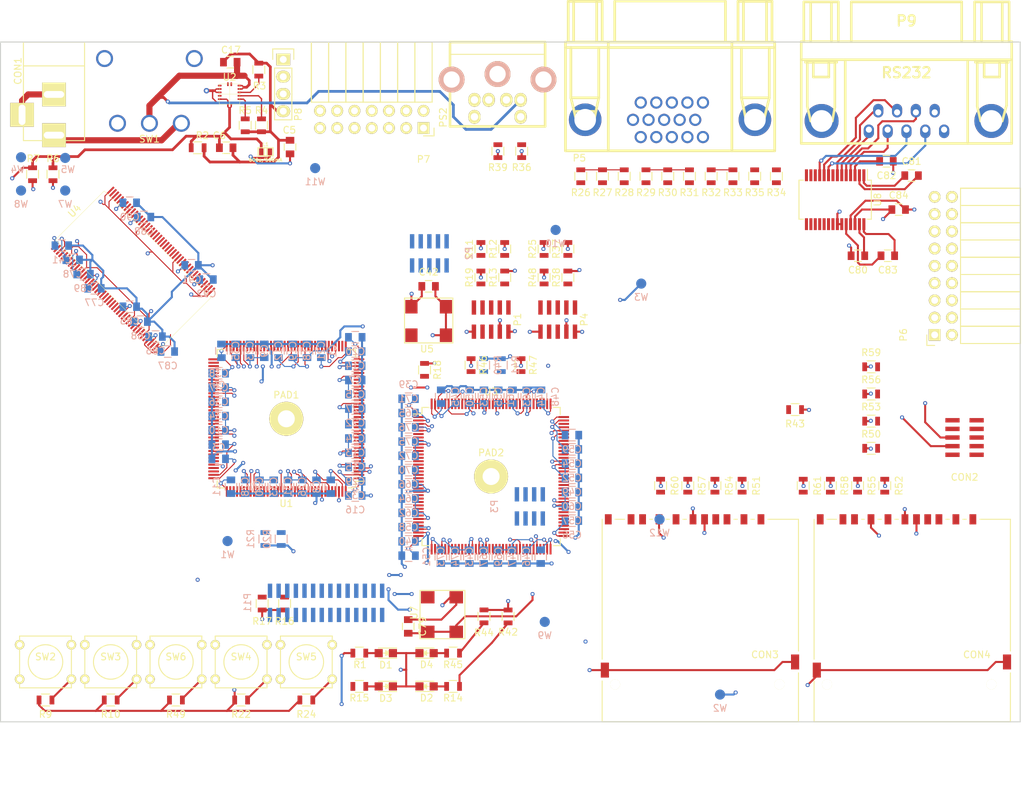
<source format=kicad_pcb>
(kicad_pcb (version 20160815) (host pcbnew 201610091317+7290~55~ubuntu16.04.1-)
  (layers (0 F.Cu signal) (1 Gnd.Cu power) (2 Pwr.Cu power) (31 B.Cu signal) (34 B.Paste user) (35 F.Paste user) (36 B.SilkS user) (37 F.SilkS user) (38 B.Mask user) (39 F.Mask user) (44 Edge.Cuts user))
  (net 0 "")
  (net 1 VCC)
  (net 2 GND)
  (net 3 VEE)
  (net 4 +3V3)
  (net 5 VAA)
  (net 6 +5V)
  (net 7 "Net-(CON1-Pad1)")
  (net 8 "Net-(CON2-Pad8)")
  (net 9 /SPI_MISO)
  (net 10 /SPI_SCLK)
  (net 11 /SPI_MOSI)
  (net 12 /SPI_SS0)
  (net 13 "Net-(CON2-Pad1)")
  (net 14 "Net-(D1-Pad2)")
  (net 15 "Net-(D2-Pad2)")
  (net 16 "Net-(D3-Pad2)")
  (net 17 "Net-(D4-Pad2)")
  (net 18 /PRI_TCK)
  (net 19 /PRI_TDO)
  (net 20 /PRI_TMS)
  (net 21 "Net-(P1-Pad6)")
  (net 22 "Net-(P1-Pad7)")
  (net 23 /PRI_JTAGEN)
  (net 24 /PRI_TDI)
  (net 25 /PRI_CONFSEL)
  (net 26 /PRI_DBG0)
  (net 27 /PRI_FDBG)
  (net 28 /PRI_DBG1)
  (net 29 /PRI_DBGRX)
  (net 30 /PRI_DBG2)
  (net 31 /PRI_DBGTX)
  (net 32 /PRI_DBG3)
  (net 33 /PRI_DBG5)
  (net 34 /PRI_DBG4)
  (net 35 /AUX_CONFSEL)
  (net 36 /AUX_DBG2)
  (net 37 /AUX_DBG0)
  (net 38 /AUX_DBG3)
  (net 39 /AUX_DBG1)
  (net 40 /AUX_DBG4)
  (net 41 /AUX_TDI)
  (net 42 /AUX_JTAGEN)
  (net 43 "Net-(P4-Pad7)")
  (net 44 "Net-(P4-Pad6)")
  (net 45 /AUX_TMS)
  (net 46 /AUX_TDO)
  (net 47 /AUX_TCK)
  (net 48 "Net-(P5-Pad1)")
  (net 49 "Net-(P5-Pad2)")
  (net 50 "Net-(P5-Pad3)")
  (net 51 "Net-(P5-Pad4)")
  (net 52 "Net-(P5-Pad9)")
  (net 53 /GIO_PIN0)
  (net 54 /GIO_PIN8)
  (net 55 /GIO_PIN1)
  (net 56 /GIO_PIN9)
  (net 57 /GIO_PIN2)
  (net 58 /GIO_PIN10)
  (net 59 /GIO_PIN3)
  (net 60 /GIO_PIN11)
  (net 61 /GIO_PIN4)
  (net 62 /GIO_PIN12)
  (net 63 /GIO_PIN5)
  (net 64 /GIO_PIN13)
  (net 65 /GIO_PIN6)
  (net 66 /GIO_PIN14)
  (net 67 /GIO_PIN7)
  (net 68 /GIO_PIN15)
  (net 69 /EXB_MISO0)
  (net 70 /EXB_MOSI0)
  (net 71 /EXB_MISO1)
  (net 72 /EXB_MOSI1)
  (net 73 /EXB_MISO2)
  (net 74 /EXB_MOSI2)
  (net 75 /EXB_MISO3)
  (net 76 /EXB_MOSI3)
  (net 77 /EXB_SS0)
  (net 78 /EXB_SS1)
  (net 79 /EXB_INT)
  (net 80 /EXB_CLK)
  (net 81 /TTL_RX)
  (net 82 /TTL_TX)
  (net 83 /TTL_RTS)
  (net 84 "Net-(P9-Pad9)")
  (net 85 /SER_CTS)
  (net 86 /SER_RTS)
  (net 87 /SER_DSR)
  (net 88 /SER_DTR)
  (net 89 /SER_TX)
  (net 90 /SER_RX)
  (net 91 /SER_DCD)
  (net 92 "Net-(R3-Pad1)")
  (net 93 "Net-(R4-Pad1)")
  (net 94 "Net-(R5-Pad1)")
  (net 95 /PRI_INT)
  (net 96 /PRI_RST)
  (net 97 /PRI_CONFDONE)
  (net 98 /PRI_FHLT)
  (net 99 /PRI_NSTATUS)
  (net 100 /PRI_CRCERR)
  (net 101 /PRI_DEVCLRN)
  (net 102 /PRI_DEVOE)
  (net 103 /PRI_NCONFIG)
  (net 104 /AUX_NCONFIG)
  (net 105 /VGA_R0)
  (net 106 /VGA_R1)
  (net 107 /VGA_R2)
  (net 108 /VGA_G0)
  (net 109 /VGA_G1)
  (net 110 /VGA_G2)
  (net 111 /VGA_B0)
  (net 112 /VGA_B1)
  (net 113 /VGA_HS)
  (net 114 "Net-(P5-Pad13)")
  (net 115 "Net-(P5-Pad14)")
  (net 116 /VGA_VS)
  (net 117 /AUX_DEVCLRN)
  (net 118 /AUX_DEVOE)
  (net 119 /AUX_CONFDONE)
  (net 120 /AUX_NSTATUS)
  (net 121 /AUX_CRCERR)
  (net 122 /AUX_RST)
  (net 123 /SPI_SS1)
  (net 124 /SPI_SS2)
  (net 125 /BUS_INT)
  (net 126 /MEM_CASn)
  (net 127 /MEM_WEn)
  (net 128 /MEM_CSn)
  (net 129 /MEM_RASn)
  (net 130 /MEM_CLK)
  (net 131 /MEM_CKE)
  (net 132 /MEM_A10)
  (net 133 /MEM_A9)
  (net 134 /MEM_A8)
  (net 135 /MEM_A6)
  (net 136 /MEM_A7)
  (net 137 /MEM_A5)
  (net 138 /MEM_A4)
  (net 139 /MEM_A11)
  (net 140 /MEM_A3)
  (net 141 /MEM_A2)
  (net 142 /MEM_A1)
  (net 143 /MEM_A0)
  (net 144 /MEM_DQ31)
  (net 145 /MEM_DQ30)
  (net 146 /MEM_DQ29)
  (net 147 /MEM_DQ7)
  (net 148 /MEM_DQ9)
  (net 149 /MEM_DQ6)
  (net 150 /MEM_DQ8)
  (net 151 /MEM_DQ5)
  (net 152 /MEM_DQ11)
  (net 153 /MEM_DQ4)
  (net 154 /MEM_DQ10)
  (net 155 /MEM_DQ1)
  (net 156 /MEM_DQ3)
  (net 157 /MEM_DQ0)
  (net 158 /MEM_DQ2)
  (net 159 /MEM_BA1)
  (net 160 /PRI_CLK)
  (net 161 /BUS_SS1)
  (net 162 /BUS_CLK)
  (net 163 /BUS_MISO7)
  (net 164 /BUS_SS0)
  (net 165 /MEM_BA0)
  (net 166 /MEM_DQ23)
  (net 167 /MEM_DQ22)
  (net 168 /MEM_DQ15)
  (net 169 /MEM_DQ14)
  (net 170 /MEM_DQ13)
  (net 171 /MEM_DQ12)
  (net 172 /MEM_DQ19)
  (net 173 /MEM_DQ18)
  (net 174 /MEM_DQ28)
  (net 175 /MEM_DQ17)
  (net 176 /MEM_DQ16)
  (net 177 /MEM_DQ27)
  (net 178 /MEM_DQ26)
  (net 179 /MEM_DQ25)
  (net 180 /MEM_DQ24)
  (net 181 /MEM_DQ21)
  (net 182 /MEM_DQ20)
  (net 183 /BUS_MISO5)
  (net 184 /BUS_MISO4)
  (net 185 /BUS_MISO6)
  (net 186 /BUS_MISO3)
  (net 187 /BUS_MISO2)
  (net 188 /BUS_MISO1)
  (net 189 /BUS_MISO0)
  (net 190 /MEM_DQM3)
  (net 191 /MEM_DQM2)
  (net 192 /MEM_DQM1)
  (net 193 /MEM_DQM0)
  (net 194 /BUS_MOSI7)
  (net 195 /BUS_MOSI6)
  (net 196 /BUS_MOSI5)
  (net 197 /BUS_MOSI4)
  (net 198 /BUS_MOSI3)
  (net 199 /BUS_MOSI2)
  (net 200 /BUS_MOSI1)
  (net 201 /BUS_MOSI0)
  (net 202 "Net-(U2-Pad1)")
  (net 203 "Net-(U2-Pad4)")
  (net 204 "Net-(U4-Pad14)")
  (net 205 "Net-(U4-Pad30)")
  (net 206 /AUX_CLK)
  (net 207 /SPI_WP0)
  (net 208 /SPI_WP1)
  (net 209 /SPI_CD0)
  (net 210 /SPI_CD1)
  (net 211 "Net-(CON3-Pad9)")
  (net 212 "Net-(CON3-Pad8)")
  (net 213 "Net-(CON4-Pad8)")
  (net 214 "Net-(CON4-Pad9)")
  (net 215 "Net-(P5-Pad11)")
  (net 216 "Net-(P5-Pad12)")
  (net 217 "Net-(P5-Pad15)")
  (net 218 "Net-(P10-Pad2)")
  (net 219 "Net-(P10-Pad6)")
  (net 220 "Net-(U2-Pad16)")
  (net 221 "Net-(U2-Pad15)")
  (net 222 "Net-(U2-Pad9)")
  (net 223 "Net-(U4-Pad73)")
  (net 224 "Net-(U4-Pad70)")
  (net 225 "Net-(U4-Pad69)")
  (net 226 "Net-(U4-Pad57)")
  (net 227 "Net-(C80-Pad1)")
  (net 228 "Net-(C81-Pad1)")
  (net 229 "Net-(C81-Pad2)")
  (net 230 "Net-(C82-Pad2)")
  (net 231 "Net-(C83-Pad1)")
  (net 232 "Net-(C83-Pad2)")
  (net 233 /AUX_DBG5)
  (net 234 /AUX_DBG6)
  (net 235 "Net-(P9-Pad3)")
  (net 236 "Net-(P9-Pad2)")
  (net 237 "Net-(P9-Pad1)")
  (net 238 "Net-(P9-Pad4)")
  (net 239 "Net-(P9-Pad8)")
  (net 240 "Net-(P9-Pad7)")
  (net 241 "Net-(P9-Pad6)")
  (net 242 /PS2_CLK)
  (net 243 /PS2_DAT)
  (net 244 "Net-(U8-Pad8)")
  (net 245 "Net-(U8-Pad19)")
  (net 246 "Net-(U8-Pad20)")
  (net 247 "Net-(U8-Pad21)")
  (module altera:TSOP-86 (layer F.Cu) (at 78.05 67.85 45)
    (fp_text reference U4 (at 5 -1 45) (layer F.SilkS))
    (fp_text value IS45S32800J)
    (pad 2 smd rect (at -0.729999 1.11 45) (size 1.4 0.28) (layers F.Cu F.Paste F.Mask) (net 157 /MEM_DQ0))
    (pad 3 smd rect (at -0.73 1.61 45) (size 1.4 0.28) (layers F.Cu F.Paste F.Mask) (net 5 VAA))
    (pad 4 smd rect (at -0.73 2.11 45) (size 1.4 0.28) (layers F.Cu F.Paste F.Mask) (net 155 /MEM_DQ1))
    (pad 5 smd rect (at -0.73 2.61 45) (size 1.4 0.28) (layers F.Cu F.Paste F.Mask) (net 158 /MEM_DQ2))
    (pad 6 smd rect (at -0.73 3.11 45) (size 1.4 0.28) (layers F.Cu F.Paste F.Mask) (net 2 GND))
    (pad 7 smd rect (at -0.729999 3.61 45) (size 1.4 0.28) (layers F.Cu F.Paste F.Mask) (net 156 /MEM_DQ3))
    (pad 8 smd rect (at -0.73 4.11 45) (size 1.4 0.28) (layers F.Cu F.Paste F.Mask) (net 153 /MEM_DQ4))
    (pad 9 smd rect (at -0.73 4.61 45) (size 1.4 0.28) (layers F.Cu F.Paste F.Mask) (net 5 VAA))
    (pad 10 smd rect (at -0.73 5.11 45) (size 1.4 0.28) (layers F.Cu F.Paste F.Mask) (net 151 /MEM_DQ5))
    (pad 11 smd rect (at -0.73 5.61 45) (size 1.4 0.28) (layers F.Cu F.Paste F.Mask) (net 149 /MEM_DQ6))
    (pad 13 smd rect (at -0.73 6.61 45) (size 1.4 0.28) (layers F.Cu F.Paste F.Mask) (net 147 /MEM_DQ7))
    (pad 14 smd rect (at -0.73 7.11 45) (size 1.4 0.28) (layers F.Cu F.Paste F.Mask) (net 204 "Net-(U4-Pad14)"))
    (pad 15 smd rect (at -0.73 7.610001 45) (size 1.4 0.28) (layers F.Cu F.Paste F.Mask) (net 1 VCC))
    (pad 16 smd rect (at -0.73 8.11 45) (size 1.4 0.28) (layers F.Cu F.Paste F.Mask) (net 193 /MEM_DQM0))
    (pad 17 smd rect (at -0.73 8.609999 45) (size 1.4 0.28) (layers F.Cu F.Paste F.Mask) (net 127 /MEM_WEn))
    (pad 18 smd rect (at -0.73 9.11 45) (size 1.4 0.28) (layers F.Cu F.Paste F.Mask) (net 126 /MEM_CASn))
    (pad 19 smd rect (at -0.73 9.61 45) (size 1.4 0.28) (layers F.Cu F.Paste F.Mask) (net 129 /MEM_RASn))
    (pad 20 smd rect (at -0.73 10.110001 45) (size 1.4 0.28) (layers F.Cu F.Paste F.Mask) (net 128 /MEM_CSn))
    (pad 21 smd rect (at -0.73 10.61 45) (size 1.4 0.28) (layers F.Cu F.Paste F.Mask) (net 139 /MEM_A11))
    (pad 22 smd rect (at -0.73 11.11 45) (size 1.4 0.28) (layers F.Cu F.Paste F.Mask) (net 165 /MEM_BA0))
    (pad 23 smd rect (at -0.73 11.61 45) (size 1.4 0.28) (layers F.Cu F.Paste F.Mask) (net 159 /MEM_BA1))
    (pad 24 smd rect (at -0.73 12.11 45) (size 1.4 0.28) (layers F.Cu F.Paste F.Mask) (net 132 /MEM_A10))
    (pad 25 smd rect (at -0.729999 12.61 45) (size 1.4 0.28) (layers F.Cu F.Paste F.Mask) (net 143 /MEM_A0))
    (pad 26 smd rect (at -0.73 13.11 45) (size 1.4 0.28) (layers F.Cu F.Paste F.Mask) (net 142 /MEM_A1))
    (pad 27 smd rect (at -0.73 13.61 45) (size 1.4 0.28) (layers F.Cu F.Paste F.Mask) (net 141 /MEM_A2))
    (pad 28 smd rect (at -0.73 14.11 45) (size 1.4 0.28) (layers F.Cu F.Paste F.Mask) (net 191 /MEM_DQM2))
    (pad 29 smd rect (at -0.73 14.61 45) (size 1.4 0.28) (layers F.Cu F.Paste F.Mask) (net 1 VCC))
    (pad 30 smd rect (at -0.729999 15.11 45) (size 1.4 0.28) (layers F.Cu F.Paste F.Mask) (net 205 "Net-(U4-Pad30)"))
    (pad 31 smd rect (at -0.73 15.61 45) (size 1.4 0.28) (layers F.Cu F.Paste F.Mask) (net 176 /MEM_DQ16))
    (pad 32 smd rect (at -0.73 16.11 45) (size 1.4 0.28) (layers F.Cu F.Paste F.Mask) (net 2 GND))
    (pad 33 smd rect (at -0.73 16.610001 45) (size 1.4 0.28) (layers F.Cu F.Paste F.Mask) (net 175 /MEM_DQ17))
    (pad 34 smd rect (at -0.73 17.11 45) (size 1.4 0.28) (layers F.Cu F.Paste F.Mask) (net 173 /MEM_DQ18))
    (pad 35 smd rect (at -0.73 17.609999 45) (size 1.4 0.28) (layers F.Cu F.Paste F.Mask) (net 5 VAA))
    (pad 36 smd rect (at -0.73 18.11 45) (size 1.4 0.28) (layers F.Cu F.Paste F.Mask) (net 172 /MEM_DQ19))
    (pad 37 smd rect (at -0.73 18.61 45) (size 1.4 0.28) (layers F.Cu F.Paste F.Mask) (net 182 /MEM_DQ20))
    (pad 38 smd rect (at -0.73 19.110001 45) (size 1.4 0.28) (layers F.Cu F.Paste F.Mask) (net 2 GND))
    (pad 39 smd rect (at -0.73 19.61 45) (size 1.4 0.28) (layers F.Cu F.Paste F.Mask) (net 181 /MEM_DQ21))
    (pad 40 smd rect (at -0.73 20.109999 45) (size 1.4 0.28) (layers F.Cu F.Paste F.Mask) (net 167 /MEM_DQ22))
    (pad 41 smd rect (at -0.73 20.61 45) (size 1.4 0.28) (layers F.Cu F.Paste F.Mask) (net 5 VAA))
    (pad 42 smd rect (at -0.73 21.11 45) (size 1.4 0.28) (layers F.Cu F.Paste F.Mask) (net 166 /MEM_DQ23))
    (pad 43 smd rect (at -0.729999 21.61 45) (size 1.4 0.28) (layers F.Cu F.Paste F.Mask) (net 1 VCC))
    (pad 44 smd rect (at 10.89 21.61 45) (size 1.4 0.28) (layers F.Cu F.Paste F.Mask) (net 2 GND))
    (pad 45 smd rect (at 10.89 21.11 45) (size 1.4 0.28) (layers F.Cu F.Paste F.Mask) (net 180 /MEM_DQ24))
    (pad 46 smd rect (at 10.89 20.61 45) (size 1.4 0.28) (layers F.Cu F.Paste F.Mask) (net 2 GND))
    (pad 47 smd rect (at 10.89 20.11 45) (size 1.4 0.28) (layers F.Cu F.Paste F.Mask) (net 179 /MEM_DQ25))
    (pad 48 smd rect (at 10.89 19.61 45) (size 1.4 0.28) (layers F.Cu F.Paste F.Mask) (net 178 /MEM_DQ26))
    (pad 49 smd rect (at 10.89 19.11 45) (size 1.4 0.28) (layers F.Cu F.Paste F.Mask) (net 5 VAA))
    (pad 50 smd rect (at 10.89 18.61 45) (size 1.4 0.28) (layers F.Cu F.Paste F.Mask) (net 177 /MEM_DQ27))
    (pad 51 smd rect (at 10.89 18.11 45) (size 1.4 0.28) (layers F.Cu F.Paste F.Mask) (net 174 /MEM_DQ28))
    (pad 52 smd rect (at 10.89 17.61 45) (size 1.4 0.28) (layers F.Cu F.Paste F.Mask) (net 2 GND))
    (pad 53 smd rect (at 10.89 17.11 45) (size 1.4 0.28) (layers F.Cu F.Paste F.Mask) (net 146 /MEM_DQ29))
    (pad 54 smd rect (at 10.89 16.61 45) (size 1.4 0.28) (layers F.Cu F.Paste F.Mask) (net 145 /MEM_DQ30))
    (pad 55 smd rect (at 10.89 16.11 45) (size 1.4 0.28) (layers F.Cu F.Paste F.Mask) (net 5 VAA))
    (pad 56 smd rect (at 10.89 15.61 45) (size 1.4 0.28) (layers F.Cu F.Paste F.Mask) (net 144 /MEM_DQ31))
    (pad 57 smd rect (at 10.89 15.11 45) (size 1.4 0.28) (layers F.Cu F.Paste F.Mask) (net 226 "Net-(U4-Pad57)"))
    (pad 58 smd rect (at 10.89 14.61 45) (size 1.4 0.28) (layers F.Cu F.Paste F.Mask) (net 2 GND))
    (pad 59 smd rect (at 10.89 14.11 45) (size 1.4 0.28) (layers F.Cu F.Paste F.Mask) (net 190 /MEM_DQM3))
    (pad 60 smd rect (at 10.89 13.61 45) (size 1.4 0.28) (layers F.Cu F.Paste F.Mask) (net 140 /MEM_A3))
    (pad 61 smd rect (at 10.89 13.11 45) (size 1.4 0.28) (layers F.Cu F.Paste F.Mask) (net 138 /MEM_A4))
    (pad 62 smd rect (at 10.89 12.61 45) (size 1.4 0.28) (layers F.Cu F.Paste F.Mask) (net 137 /MEM_A5))
    (pad 63 smd rect (at 10.89 12.11 45) (size 1.4 0.28) (layers F.Cu F.Paste F.Mask) (net 135 /MEM_A6))
    (pad 64 smd rect (at 10.89 11.61 45) (size 1.4 0.28) (layers F.Cu F.Paste F.Mask) (net 136 /MEM_A7))
    (pad 65 smd rect (at 10.89 11.11 45) (size 1.4 0.28) (layers F.Cu F.Paste F.Mask) (net 134 /MEM_A8))
    (pad 66 smd rect (at 10.89 10.61 45) (size 1.4 0.28) (layers F.Cu F.Paste F.Mask) (net 133 /MEM_A9))
    (pad 67 smd rect (at 10.89 10.11 45) (size 1.4 0.28) (layers F.Cu F.Paste F.Mask) (net 131 /MEM_CKE))
    (pad 68 smd rect (at 10.89 9.61 45) (size 1.4 0.28) (layers F.Cu F.Paste F.Mask) (net 130 /MEM_CLK))
    (pad 69 smd rect (at 10.89 9.11 45) (size 1.4 0.28) (layers F.Cu F.Paste F.Mask) (net 225 "Net-(U4-Pad69)"))
    (pad 70 smd rect (at 10.89 8.61 45) (size 1.4 0.28) (layers F.Cu F.Paste F.Mask) (net 224 "Net-(U4-Pad70)"))
    (pad 71 smd rect (at 10.89 8.11 45) (size 1.4 0.28) (layers F.Cu F.Paste F.Mask) (net 192 /MEM_DQM1))
    (pad 72 smd rect (at 10.89 7.61 45) (size 1.4 0.28) (layers F.Cu F.Paste F.Mask) (net 2 GND))
    (pad 73 smd rect (at 10.89 7.11 45) (size 1.4 0.28) (layers F.Cu F.Paste F.Mask) (net 223 "Net-(U4-Pad73)"))
    (pad 74 smd rect (at 10.89 6.61 45) (size 1.4 0.28) (layers F.Cu F.Paste F.Mask) (net 150 /MEM_DQ8))
    (pad 75 smd rect (at 10.89 6.11 45) (size 1.4 0.28) (layers F.Cu F.Paste F.Mask) (net 5 VAA))
    (pad 76 smd rect (at 10.89 5.61 45) (size 1.4 0.28) (layers F.Cu F.Paste F.Mask) (net 148 /MEM_DQ9))
    (pad 77 smd rect (at 10.89 5.11 45) (size 1.4 0.28) (layers F.Cu F.Paste F.Mask) (net 154 /MEM_DQ10))
    (pad 78 smd rect (at 10.89 4.61 45) (size 1.4 0.28) (layers F.Cu F.Paste F.Mask) (net 2 GND))
    (pad 79 smd rect (at 10.89 4.11 45) (size 1.4 0.28) (layers F.Cu F.Paste F.Mask) (net 152 /MEM_DQ11))
    (pad 80 smd rect (at 10.89 3.61 45) (size 1.4 0.28) (layers F.Cu F.Paste F.Mask) (net 171 /MEM_DQ12))
    (pad 81 smd rect (at 10.89 3.11 45) (size 1.4 0.28) (layers F.Cu F.Paste F.Mask) (net 5 VAA))
    (pad 82 smd rect (at 10.89 2.61 45) (size 1.4 0.28) (layers F.Cu F.Paste F.Mask) (net 170 /MEM_DQ13))
    (pad 83 smd rect (at 10.89 2.11 45) (size 1.4 0.28) (layers F.Cu F.Paste F.Mask) (net 169 /MEM_DQ14))
    (pad 84 smd rect (at 10.89 1.61 45) (size 1.4 0.28) (layers F.Cu F.Paste F.Mask) (net 2 GND))
    (pad 85 smd rect (at 10.89 1.11 45) (size 1.4 0.28) (layers F.Cu F.Paste F.Mask) (net 168 /MEM_DQ15))
    (pad 86 smd rect (at 10.89 0.61 45) (size 1.4 0.28) (layers F.Cu F.Paste F.Mask) (net 2 GND))
    (pad 12 smd rect (at -0.73 6.109999 45) (size 1.4 0.28) (layers F.Cu F.Paste F.Mask) (net 2 GND))
    (pad 1 smd rect (at -0.73 0.61 45) (size 1.4 0.28) (layers F.Cu F.Paste F.Mask) (net 1 VCC))
  )
  (module altera:SW_SLIDE_PWR (layer F.Cu) (at 91.9 50.7)
    (fp_text reference SW1 (at 0 2.31) (layer F.SilkS))
    (fp_text value POWER)
    (pad 1 thru_hole circle (at 4.7 0) (size 2.5 2.5) (drill 1.85) (layers *.Cu *.Mask) (net 7 "Net-(CON1-Pad1)"))
    (pad 2 thru_hole circle (at 0 0) (size 2.5 2.5) (drill 1.85) (layers *.Cu *.Mask) (net 6 +5V))
    (pad 3 thru_hole circle (at -4.7 0) (size 2.5 2.5) (drill 1.85) (layers *.Cu *.Mask))
    (pad 4 thru_hole circle (at -6.605 -9.53) (size 2.5 2.5) (drill 1.85) (layers *.Cu *.Mask))
    (pad 5 thru_hole circle (at 6.605 -9.53) (size 2.5 2.5) (drill 1.85) (layers *.Cu *.Mask))
  )
  (module din:00JG-MiniDin6 (layer F.Cu) (at 143.15 38.75)
    (fp_text reference P10 hide)
    (fp_text value PS2 (at -8 11.1 90) (layer F.SilkS) (effects (font (size 1.016 1.016) (thickness 0.1524))))
    (pad 3 thru_hole circle (at 6.76 5.51) (size 3.81 3.81) (drill 2.4) (layers *.Cu *.SilkS *.Mask) (net 2 GND))
    (pad 3 thru_hole circle (at -6.76 5.51) (size 3.81 3.81) (drill 2.4) (layers *.Cu *.SilkS *.Mask) (net 2 GND))
    (pad 3 thru_hole oval (at -3.4 8.5) (size 1.778 2.032) (drill 1.1) (layers *.Cu *.Mask F.SilkS) (net 2 GND))
    (pad 5 thru_hole oval (at -3.4 11) (size 1.778 2.032) (drill 1.1) (layers *.Cu *.Mask F.SilkS) (net 242 /PS2_CLK))
    (pad 4 thru_hole oval (at 3.4 8.5) (size 1.778 2.032) (drill 1.1) (layers *.Cu *.Mask F.SilkS) (net 6 +5V))
    (pad 3 thru_hole circle (at 0 4.7) (size 3.81 3.81) (drill 2.4) (layers *.Cu *.SilkS *.Mask) (net 2 GND))
    (pad 6 thru_hole oval (at 3.4 11) (size 1.778 2.032) (drill 1.1) (layers *.Cu *.Mask F.SilkS) (net 219 "Net-(P10-Pad6)"))
    (pad 1 thru_hole oval (at -1.3 8.5) (size 1.778 2.032) (drill 1.1) (layers *.Cu *.Mask F.SilkS) (net 243 /PS2_DAT))
    (pad 2 thru_hole oval (at 1.3 8.5) (size 1.778 2.032) (drill 1.1) (layers *.Cu *.Mask F.SilkS) (net 218 "Net-(P10-Pad2)"))
  )
  (module w_smd_inductors:inductor_smd_0603 (layer F.Cu) (at 109 54.9)
    (fp_text reference L1 (at 0 -1.09982) (layer F.SilkS) (effects (font (size 0.49784 0.49784) (thickness 0.09906))))
    (fp_text value 600o/500mA (at 0 1.19888) (layer F.SilkS) (effects (font (size 0.49784 0.49784) (thickness 0.09906))))
    (pad 2 smd rect (at 0.63754 0) (size 0.635 1.016) (layers F.Cu F.Paste F.Mask) (net 3 VEE))
    (pad 1 smd rect (at -0.63754 0) (size 0.635 1.016) (layers F.Cu F.Paste F.Mask) (net 4 +3V3))
  )
  (module Capacitors_SMD:C_0805 (layer B.Cu) (at 117.2 84.2 90)
    (fp_text reference C1 (at 0 1.7 90) (layer B.SilkS) (effects (justify mirror)))
    (fp_text value 0.1u)
    (pad 2 smd rect (at 1 0 90) (size 1 1.25) (layers B.Cu B.Paste B.Mask) (net 2 GND))
    (pad 1 smd rect (at -1 0 90) (size 1 1.25) (layers B.Cu B.Paste B.Mask) (net 1 VCC))
  )
  (module Capacitors_SMD:C_0805 (layer B.Cu) (at 106 104.2 270)
    (fp_text reference C2 (at 0 -1.7 270) (layer B.SilkS) (effects (justify mirror)))
    (fp_text value 0.1u)
    (pad 1 smd rect (at -1 0 270) (size 1 1.25) (layers B.Cu B.Paste B.Mask) (net 1 VCC))
    (pad 2 smd rect (at 1 0 270) (size 1 1.25) (layers B.Cu B.Paste B.Mask) (net 2 GND))
  )
  (module Capacitors_SMD:C_0805 (layer B.Cu) (at 102.1 100.1 180)
    (fp_text reference C3 (at 0 1.7 180) (layer B.SilkS) (effects (justify mirror)))
    (fp_text value 0.1u)
    (pad 2 smd rect (at 1 0 180) (size 1 1.25) (layers B.Cu B.Paste B.Mask) (net 2 GND))
    (pad 1 smd rect (at -1 0 180) (size 1 1.25) (layers B.Cu B.Paste B.Mask) (net 1 VCC))
  )
  (module Capacitors_SMD:C_0805 (layer B.Cu) (at 102.1 87.5 180)
    (fp_text reference C4 (at 0 -1.7 180) (layer B.SilkS) (effects (justify mirror)))
    (fp_text value 0.1u)
    (pad 1 smd rect (at -1 0 180) (size 1 1.25) (layers B.Cu B.Paste B.Mask) (net 1 VCC))
    (pad 2 smd rect (at 1 0 180) (size 1 1.25) (layers B.Cu B.Paste B.Mask) (net 2 GND))
  )
  (module Capacitors_SMD:C_0805 (layer F.Cu) (at 112.6 54.2 90)
    (fp_text reference C5 (at 2.5 -0.1 180) (layer F.SilkS))
    (fp_text value 10u)
    (pad 1 smd rect (at -1 0 90) (size 1 1.25) (layers F.Cu F.Paste F.Mask) (net 3 VEE))
    (pad 2 smd rect (at 1 0 90) (size 1 1.25) (layers F.Cu F.Paste F.Mask) (net 2 GND))
  )
  (module Capacitors_SMD:C_0805 (layer F.Cu) (at 103.2 54.3)
    (fp_text reference C6 (at -1 -1.8) (layer F.SilkS))
    (fp_text value 47u/16v)
    (pad 1 smd rect (at -1 0) (size 1 1.25) (layers F.Cu F.Paste F.Mask) (net 4 +3V3))
    (pad 2 smd rect (at 1 0) (size 1 1.25) (layers F.Cu F.Paste F.Mask) (net 2 GND))
  )
  (module Capacitors_SMD:C_0805 (layer B.Cu) (at 122.2 86.4)
    (fp_text reference C7 (at 0 2.1) (layer B.SilkS) (effects (justify mirror)))
    (fp_text value 0.1u)
    (pad 2 smd rect (at 1 0) (size 1 1.25) (layers B.Cu B.Paste B.Mask) (net 2 GND))
    (pad 1 smd rect (at -1 0) (size 1 1.25) (layers B.Cu B.Paste B.Mask) (net 3 VEE))
  )
  (module Capacitors_SMD:C_0805 (layer B.Cu) (at 118.6 104.2 270)
    (fp_text reference C8 (at 0 2.1 270) (layer B.SilkS) (effects (justify mirror)))
    (fp_text value 0.1u)
    (pad 2 smd rect (at 1 0 270) (size 1 1.25) (layers B.Cu B.Paste B.Mask) (net 2 GND))
    (pad 1 smd rect (at -1 0 270) (size 1 1.25) (layers B.Cu B.Paste B.Mask) (net 1 VCC))
  )
  (module Capacitors_SMD:C_0805 (layer B.Cu) (at 106.7 84.2 90)
    (fp_text reference C9 (at 0 2.1 90) (layer B.SilkS) (effects (justify mirror)))
    (fp_text value 0.1u)
    (pad 2 smd rect (at 1 0 90) (size 1 1.25) (layers B.Cu B.Paste B.Mask) (net 2 GND))
    (pad 1 smd rect (at -1 0 90) (size 1 1.25) (layers B.Cu B.Paste B.Mask) (net 5 VAA))
  )
  (module Capacitors_SMD:C_0805 (layer B.Cu) (at 102.1 98 180)
    (fp_text reference C10 (at 0 2.1 180) (layer B.SilkS) (effects (justify mirror)))
    (fp_text value 0.1u)
    (pad 1 smd rect (at -1 0 180) (size 1 1.25) (layers B.Cu B.Paste B.Mask) (net 3 VEE))
    (pad 2 smd rect (at 1 0 180) (size 1 1.25) (layers B.Cu B.Paste B.Mask) (net 2 GND))
  )
  (module Capacitors_SMD:C_0805 (layer B.Cu) (at 103.9 104.2 270)
    (fp_text reference C11 (at 0 2.1 270) (layer B.SilkS) (effects (justify mirror)))
    (fp_text value 0.1u)
    (pad 1 smd rect (at -1 0 270) (size 1 1.25) (layers B.Cu B.Paste B.Mask) (net 1 VCC))
    (pad 2 smd rect (at 1 0 270) (size 1 1.25) (layers B.Cu B.Paste B.Mask) (net 2 GND))
  )
  (module Capacitors_SMD:C_0805 (layer B.Cu) (at 108.8 84.2 90)
    (fp_text reference C12 (at 0 2.1 90) (layer B.SilkS) (effects (justify mirror)))
    (fp_text value 1u)
    (pad 1 smd rect (at -1 0 90) (size 1 1.25) (layers B.Cu B.Paste B.Mask) (net 5 VAA))
    (pad 2 smd rect (at 1 0 90) (size 1 1.25) (layers B.Cu B.Paste B.Mask) (net 2 GND))
  )
  (module Capacitors_SMD:C_0805 (layer B.Cu) (at 122.2 97.1)
    (fp_text reference C13 (at 0 2.1) (layer B.SilkS) (effects (justify mirror)))
    (fp_text value 0.1u)
    (pad 1 smd rect (at -1 0) (size 1 1.25) (layers B.Cu B.Paste B.Mask) (net 5 VAA))
    (pad 2 smd rect (at 1 0) (size 1 1.25) (layers B.Cu B.Paste B.Mask) (net 2 GND))
  )
  (module Capacitors_SMD:C_0805 (layer B.Cu) (at 122.2 84.3)
    (fp_text reference C14 (at 0 2.1) (layer B.SilkS) (effects (justify mirror)))
    (fp_text value 0.1u)
    (pad 2 smd rect (at 1 0) (size 1 1.25) (layers B.Cu B.Paste B.Mask) (net 2 GND))
    (pad 1 smd rect (at -1 0) (size 1 1.25) (layers B.Cu B.Paste B.Mask) (net 3 VEE))
  )
  (module Capacitors_SMD:C_0805 (layer B.Cu) (at 122.2 99.2)
    (fp_text reference C15 (at 0 2.1) (layer B.SilkS) (effects (justify mirror)))
    (fp_text value 1u)
    (pad 2 smd rect (at 1 0) (size 1 1.25) (layers B.Cu B.Paste B.Mask) (net 2 GND))
    (pad 1 smd rect (at -1 0) (size 1 1.25) (layers B.Cu B.Paste B.Mask) (net 5 VAA))
  )
  (module Capacitors_SMD:C_0805 (layer B.Cu) (at 122.2 105.5)
    (fp_text reference C16 (at 0 2.1) (layer B.SilkS) (effects (justify mirror)))
    (fp_text value 0.1u)
    (pad 2 smd rect (at 1 0) (size 1 1.25) (layers B.Cu B.Paste B.Mask) (net 2 GND))
    (pad 1 smd rect (at -1 0) (size 1 1.25) (layers B.Cu B.Paste B.Mask) (net 1 VCC))
  )
  (module Capacitors_SMD:C_0805 (layer F.Cu) (at 103.8 41.7 180)
    (fp_text reference C17 (at -0.1 1.8 180) (layer F.SilkS))
    (fp_text value 4.7u)
    (pad 2 smd rect (at 1 0 180) (size 1 1.25) (layers F.Cu F.Paste F.Mask) (net 2 GND))
    (pad 1 smd rect (at -1 0 180) (size 1 1.25) (layers F.Cu F.Paste F.Mask) (net 6 +5V))
  )
  (module Capacitors_SMD:C_0805 (layer B.Cu) (at 113 84.2 90)
    (fp_text reference C18 (at 0 2.1 90) (layer B.SilkS) (effects (justify mirror)))
    (fp_text value 0.1u)
    (pad 2 smd rect (at 1 0 90) (size 1 1.25) (layers B.Cu B.Paste B.Mask) (net 2 GND))
    (pad 1 smd rect (at -1 0 90) (size 1 1.25) (layers B.Cu B.Paste B.Mask) (net 5 VAA))
  )
  (module Capacitors_SMD:C_0805 (layer B.Cu) (at 110.9 84.2 90)
    (fp_text reference C19 (at 0 2.1 90) (layer B.SilkS) (effects (justify mirror)))
    (fp_text value 0.1u)
    (pad 1 smd rect (at -1 0 90) (size 1 1.25) (layers B.Cu B.Paste B.Mask) (net 1 VCC))
    (pad 2 smd rect (at 1 0 90) (size 1 1.25) (layers B.Cu B.Paste B.Mask) (net 2 GND))
  )
  (module Capacitors_SMD:C_0805 (layer B.Cu) (at 122.2 82.2)
    (fp_text reference C20 (at 0 2.1) (layer B.SilkS) (effects (justify mirror)))
    (fp_text value 0.1u)
    (pad 1 smd rect (at -1 0) (size 1 1.25) (layers B.Cu B.Paste B.Mask) (net 1 VCC))
    (pad 2 smd rect (at 1 0) (size 1 1.25) (layers B.Cu B.Paste B.Mask) (net 2 GND))
  )
  (module Capacitors_SMD:C_0805 (layer B.Cu) (at 115.1 84.2 90)
    (fp_text reference C21 (at 0 2.1 90) (layer B.SilkS) (effects (justify mirror)))
    (fp_text value 1u)
    (pad 1 smd rect (at -1 0 90) (size 1 1.25) (layers B.Cu B.Paste B.Mask) (net 5 VAA))
    (pad 2 smd rect (at 1 0 90) (size 1 1.25) (layers B.Cu B.Paste B.Mask) (net 2 GND))
  )
  (module Capacitors_SMD:C_0805 (layer B.Cu) (at 122.2 92.7)
    (fp_text reference C22 (at 0 2.1) (layer B.SilkS) (effects (justify mirror)))
    (fp_text value 0.1u)
    (pad 2 smd rect (at 1 0) (size 1 1.25) (layers B.Cu B.Paste B.Mask) (net 2 GND))
    (pad 1 smd rect (at -1 0) (size 1 1.25) (layers B.Cu B.Paste B.Mask) (net 5 VAA))
  )
  (module Capacitors_SMD:C_0805 (layer B.Cu) (at 104.6 84.2 90)
    (fp_text reference C23 (at 0 2.1 90) (layer B.SilkS) (effects (justify mirror)))
    (fp_text value 0.1u)
    (pad 2 smd rect (at 1 0 90) (size 1 1.25) (layers B.Cu B.Paste B.Mask) (net 2 GND))
    (pad 1 smd rect (at -1 0 90) (size 1 1.25) (layers B.Cu B.Paste B.Mask) (net 3 VEE))
  )
  (module Capacitors_SMD:C_0805 (layer B.Cu) (at 122.2 95)
    (fp_text reference C24 (at 0 2.1) (layer B.SilkS) (effects (justify mirror)))
    (fp_text value 1u)
    (pad 1 smd rect (at -1 0) (size 1 1.25) (layers B.Cu B.Paste B.Mask) (net 5 VAA))
    (pad 2 smd rect (at 1 0) (size 1 1.25) (layers B.Cu B.Paste B.Mask) (net 2 GND))
  )
  (module Capacitors_SMD:C_0805 (layer B.Cu) (at 122.2 88.5)
    (fp_text reference C25 (at 0 2.1) (layer B.SilkS) (effects (justify mirror)))
    (fp_text value 0.1u)
    (pad 2 smd rect (at 1 0) (size 1 1.25) (layers B.Cu B.Paste B.Mask) (net 2 GND))
    (pad 1 smd rect (at -1 0) (size 1 1.25) (layers B.Cu B.Paste B.Mask) (net 5 VAA))
  )
  (module Capacitors_SMD:C_0805 (layer B.Cu) (at 116.5 104.2 270)
    (fp_text reference C26 (at 0 2.1 270) (layer B.SilkS) (effects (justify mirror)))
    (fp_text value 0.1u)
    (pad 1 smd rect (at -1 0 270) (size 1 1.25) (layers B.Cu B.Paste B.Mask) (net 3 VEE))
    (pad 2 smd rect (at 1 0 270) (size 1 1.25) (layers B.Cu B.Paste B.Mask) (net 2 GND))
  )
  (module Capacitors_SMD:C_0805 (layer B.Cu) (at 122.2 90.6)
    (fp_text reference C27 (at 0 2.1) (layer B.SilkS) (effects (justify mirror)))
    (fp_text value 1u)
    (pad 1 smd rect (at -1 0) (size 1 1.25) (layers B.Cu B.Paste B.Mask) (net 5 VAA))
    (pad 2 smd rect (at 1 0) (size 1 1.25) (layers B.Cu B.Paste B.Mask) (net 2 GND))
  )
  (module Capacitors_SMD:C_0805 (layer B.Cu) (at 108.1 104.2 270)
    (fp_text reference C28 (at 0 2.1 270) (layer B.SilkS) (effects (justify mirror)))
    (fp_text value 0.1u)
    (pad 2 smd rect (at 1 0 270) (size 1 1.25) (layers B.Cu B.Paste B.Mask) (net 2 GND))
    (pad 1 smd rect (at -1 0 270) (size 1 1.25) (layers B.Cu B.Paste B.Mask) (net 5 VAA))
  )
  (module Capacitors_SMD:C_0805 (layer B.Cu) (at 122.2 101.3)
    (fp_text reference C29 (at 0 2.1) (layer B.SilkS) (effects (justify mirror)))
    (fp_text value 0.1u)
    (pad 2 smd rect (at 1 0) (size 1 1.25) (layers B.Cu B.Paste B.Mask) (net 2 GND))
    (pad 1 smd rect (at -1 0) (size 1 1.25) (layers B.Cu B.Paste B.Mask) (net 3 VEE))
  )
  (module Capacitors_SMD:C_0805 (layer B.Cu) (at 110.2 104.2 270)
    (fp_text reference C30 (at 0 2.1 270) (layer B.SilkS) (effects (justify mirror)))
    (fp_text value 1u)
    (pad 1 smd rect (at -1 0 270) (size 1 1.25) (layers B.Cu B.Paste B.Mask) (net 5 VAA))
    (pad 2 smd rect (at 1 0 270) (size 1 1.25) (layers B.Cu B.Paste B.Mask) (net 2 GND))
  )
  (module Capacitors_SMD:C_0805 (layer B.Cu) (at 114.4 104.2 270)
    (fp_text reference C31 (at 0 2.1 270) (layer B.SilkS) (effects (justify mirror)))
    (fp_text value 0.1u)
    (pad 2 smd rect (at 1 0 270) (size 1 1.25) (layers B.Cu B.Paste B.Mask) (net 2 GND))
    (pad 1 smd rect (at -1 0 270) (size 1 1.25) (layers B.Cu B.Paste B.Mask) (net 5 VAA))
  )
  (module Capacitors_SMD:C_0805 (layer B.Cu) (at 122.2 103.4)
    (fp_text reference C32 (at 0 2.1) (layer B.SilkS) (effects (justify mirror)))
    (fp_text value 0.1u)
    (pad 1 smd rect (at -1 0) (size 1 1.25) (layers B.Cu B.Paste B.Mask) (net 3 VEE))
    (pad 2 smd rect (at 1 0) (size 1 1.25) (layers B.Cu B.Paste B.Mask) (net 2 GND))
  )
  (module Capacitors_SMD:C_0805 (layer B.Cu) (at 112.3 104.2 270)
    (fp_text reference C33 (at 0 2.1 270) (layer B.SilkS) (effects (justify mirror)))
    (fp_text value 1u)
    (pad 1 smd rect (at -1 0 270) (size 1 1.25) (layers B.Cu B.Paste B.Mask) (net 5 VAA))
    (pad 2 smd rect (at 1 0 270) (size 1 1.25) (layers B.Cu B.Paste B.Mask) (net 2 GND))
  )
  (module Capacitors_SMD:C_0805 (layer B.Cu) (at 102.1 95.9 180)
    (fp_text reference C34 (at 0 2.1 180) (layer B.SilkS) (effects (justify mirror)))
    (fp_text value 0.1u)
    (pad 2 smd rect (at 1 0 180) (size 1 1.25) (layers B.Cu B.Paste B.Mask) (net 2 GND))
    (pad 1 smd rect (at -1 0 180) (size 1 1.25) (layers B.Cu B.Paste B.Mask) (net 5 VAA))
  )
  (module Capacitors_SMD:C_0805 (layer B.Cu) (at 102.1 93.8 180)
    (fp_text reference C36 (at 0 2.1 180) (layer B.SilkS) (effects (justify mirror)))
    (fp_text value 1u)
    (pad 1 smd rect (at -1 0 180) (size 1 1.25) (layers B.Cu B.Paste B.Mask) (net 5 VAA))
    (pad 2 smd rect (at 1 0 180) (size 1 1.25) (layers B.Cu B.Paste B.Mask) (net 2 GND))
  )
  (module Capacitors_SMD:C_0805 (layer B.Cu) (at 102.1 91.7 180)
    (fp_text reference C37 (at 0 2.1 180) (layer B.SilkS) (effects (justify mirror)))
    (fp_text value 0.1u)
    (pad 1 smd rect (at -1 0 180) (size 1 1.25) (layers B.Cu B.Paste B.Mask) (net 5 VAA))
    (pad 2 smd rect (at 1 0 180) (size 1 1.25) (layers B.Cu B.Paste B.Mask) (net 2 GND))
  )
  (module Capacitors_SMD:C_0805 (layer B.Cu) (at 102.1 89.6 180)
    (fp_text reference C38 (at 0 2.1 180) (layer B.SilkS) (effects (justify mirror)))
    (fp_text value 1u)
    (pad 2 smd rect (at 1 0 180) (size 1 1.25) (layers B.Cu B.Paste B.Mask) (net 2 GND))
    (pad 1 smd rect (at -1 0 180) (size 1 1.25) (layers B.Cu B.Paste B.Mask) (net 5 VAA))
  )
  (module Capacitors_SMD:C_0805 (layer F.Cu) (at 133 74.7)
    (fp_text reference C42 (at 0 -2.1) (layer F.SilkS))
    (fp_text value 0.1u)
    (pad 2 smd rect (at 1 0) (size 1 1.25) (layers F.Cu F.Paste F.Mask) (net 1 VCC))
    (pad 1 smd rect (at -1 0) (size 1 1.25) (layers F.Cu F.Paste F.Mask) (net 2 GND))
  )
  (module Capacitors_SMD:C_0805 (layer B.Cu) (at 141.1 114.5 270)
    (fp_text reference C43 (at 0 2.1 270) (layer B.SilkS) (effects (justify mirror)))
    (fp_text value 0.1u)
    (pad 1 smd rect (at -1 0 270) (size 1 1.25) (layers B.Cu B.Paste B.Mask) (net 1 VCC))
    (pad 2 smd rect (at 1 0 270) (size 1 1.25) (layers B.Cu B.Paste B.Mask) (net 2 GND))
  )
  (module Capacitors_SMD:C_0805 (layer B.Cu) (at 147.45 90.95 90)
    (fp_text reference C44 (at 0 2.1 90) (layer B.SilkS) (effects (justify mirror)))
    (fp_text value 0.1u)
    (pad 2 smd rect (at 1 0 90) (size 1 1.25) (layers B.Cu B.Paste B.Mask) (net 2 GND))
    (pad 1 smd rect (at -1 0 90) (size 1 1.25) (layers B.Cu B.Paste B.Mask) (net 1 VCC))
  )
  (module Capacitors_SMD:C_0805 (layer B.Cu) (at 134.85 90.95 90)
    (fp_text reference C45 (at 0 2.1 90) (layer B.SilkS) (effects (justify mirror)))
    (fp_text value 0.1u)
    (pad 1 smd rect (at -1 0 90) (size 1 1.25) (layers B.Cu B.Paste B.Mask) (net 1 VCC))
    (pad 2 smd rect (at 1 0 90) (size 1 1.25) (layers B.Cu B.Paste B.Mask) (net 2 GND))
  )
  (module Capacitors_SMD:C_0805 (layer B.Cu) (at 149.5 114.5 270)
    (fp_text reference C46 (at 0 2.1 270) (layer B.SilkS) (effects (justify mirror)))
    (fp_text value 0.1u)
    (pad 2 smd rect (at 1 0 270) (size 1 1.25) (layers B.Cu B.Paste B.Mask) (net 2 GND))
    (pad 1 smd rect (at -1 0 270) (size 1 1.25) (layers B.Cu B.Paste B.Mask) (net 1 VCC))
  )
  (module Capacitors_SMD:C_0805 (layer B.Cu) (at 147.4 114.5 270)
    (fp_text reference C47 (at 0 2.1 270) (layer B.SilkS) (effects (justify mirror)))
    (fp_text value 0.1u)
    (pad 1 smd rect (at -1 0 270) (size 1 1.25) (layers B.Cu B.Paste B.Mask) (net 3 VEE))
    (pad 2 smd rect (at 1 0 270) (size 1 1.25) (layers B.Cu B.Paste B.Mask) (net 2 GND))
  )
  (module Capacitors_SMD:C_0805 (layer B.Cu) (at 149.55 90.95 90)
    (fp_text reference C48 (at 0 2.1 90) (layer B.SilkS) (effects (justify mirror)))
    (fp_text value 0.1u)
    (pad 1 smd rect (at -1 0 90) (size 1 1.25) (layers B.Cu B.Paste B.Mask) (net 1 VCC))
    (pad 2 smd rect (at 1 0 90) (size 1 1.25) (layers B.Cu B.Paste B.Mask) (net 2 GND))
  )
  (module Capacitors_SMD:C_0805 (layer B.Cu) (at 154.1 102.9)
    (fp_text reference C49 (at 0 2.1) (layer B.SilkS) (effects (justify mirror)))
    (fp_text value 0.1u)
    (pad 1 smd rect (at -1 0) (size 1 1.25) (layers B.Cu B.Paste B.Mask) (net 5 VAA))
    (pad 2 smd rect (at 1 0) (size 1 1.25) (layers B.Cu B.Paste B.Mask) (net 2 GND))
  )
  (module Capacitors_SMD:C_0805 (layer B.Cu) (at 136.95 90.95 90)
    (fp_text reference C50 (at 0 2.1 90) (layer B.SilkS) (effects (justify mirror)))
    (fp_text value 0.1u)
    (pad 2 smd rect (at 1 0 90) (size 1 1.25) (layers B.Cu B.Paste B.Mask) (net 2 GND))
    (pad 1 smd rect (at -1 0 90) (size 1 1.25) (layers B.Cu B.Paste B.Mask) (net 3 VEE))
  )
  (module Capacitors_SMD:C_0805 (layer B.Cu) (at 134.8 114.5 270)
    (fp_text reference C51 (at 0 2.1 270) (layer B.SilkS) (effects (justify mirror)))
    (fp_text value 0.1u)
    (pad 2 smd rect (at 1 0 270) (size 1 1.25) (layers B.Cu B.Paste B.Mask) (net 2 GND))
    (pad 1 smd rect (at -1 0 270) (size 1 1.25) (layers B.Cu B.Paste B.Mask) (net 1 VCC))
  )
  (module Capacitors_SMD:C_0805 (layer B.Cu) (at 154.1 100.8)
    (fp_text reference C52 (at 0 2.1) (layer B.SilkS) (effects (justify mirror)))
    (fp_text value 1u)
    (pad 2 smd rect (at 1 0) (size 1 1.25) (layers B.Cu B.Paste B.Mask) (net 2 GND))
    (pad 1 smd rect (at -1 0) (size 1 1.25) (layers B.Cu B.Paste B.Mask) (net 5 VAA))
  )
  (module Capacitors_SMD:C_0805 (layer B.Cu) (at 139.05 90.95 90)
    (fp_text reference C53 (at 0 2.1 90) (layer B.SilkS) (effects (justify mirror)))
    (fp_text value 0.1u)
    (pad 2 smd rect (at 1 0 90) (size 1 1.25) (layers B.Cu B.Paste B.Mask) (net 2 GND))
    (pad 1 smd rect (at -1 0 90) (size 1 1.25) (layers B.Cu B.Paste B.Mask) (net 5 VAA))
  )
  (module Capacitors_SMD:C_0805 (layer B.Cu) (at 154.1 98.7)
    (fp_text reference C54 (at 0 2.1) (layer B.SilkS) (effects (justify mirror)))
    (fp_text value 0.1u)
    (pad 1 smd rect (at -1 0) (size 1 1.25) (layers B.Cu B.Paste B.Mask) (net 3 VEE))
    (pad 2 smd rect (at 1 0) (size 1 1.25) (layers B.Cu B.Paste B.Mask) (net 2 GND))
  )
  (module Capacitors_SMD:C_0805 (layer B.Cu) (at 141.15 90.95 90)
    (fp_text reference C55 (at 0 2.1 90) (layer B.SilkS) (effects (justify mirror)))
    (fp_text value 1u)
    (pad 1 smd rect (at -1 0 90) (size 1 1.25) (layers B.Cu B.Paste B.Mask) (net 5 VAA))
    (pad 2 smd rect (at 1 0 90) (size 1 1.25) (layers B.Cu B.Paste B.Mask) (net 2 GND))
  )
  (module Capacitors_SMD:C_0805 (layer B.Cu) (at 154.1 109.2)
    (fp_text reference C56 (at 0 2.1) (layer B.SilkS) (effects (justify mirror)))
    (fp_text value 0.1u)
    (pad 1 smd rect (at -1 0) (size 1 1.25) (layers B.Cu B.Paste B.Mask) (net 1 VCC))
    (pad 2 smd rect (at 1 0) (size 1 1.25) (layers B.Cu B.Paste B.Mask) (net 2 GND))
  )
  (module Capacitors_SMD:C_0805 (layer B.Cu) (at 154.1 107.1)
    (fp_text reference C57 (at 0 2.1) (layer B.SilkS) (effects (justify mirror)))
    (fp_text value 0.1u)
    (pad 1 smd rect (at -1 0) (size 1 1.25) (layers B.Cu B.Paste B.Mask) (net 5 VAA))
    (pad 2 smd rect (at 1 0) (size 1 1.25) (layers B.Cu B.Paste B.Mask) (net 2 GND))
  )
  (module Capacitors_SMD:C_0805 (layer B.Cu) (at 130.05 112.25 180)
    (fp_text reference C58 (at 0 2.1 180) (layer B.SilkS) (effects (justify mirror)))
    (fp_text value 0.1u)
    (pad 2 smd rect (at 1 0 180) (size 1 1.25) (layers B.Cu B.Paste B.Mask) (net 2 GND))
    (pad 1 smd rect (at -1 0 180) (size 1 1.25) (layers B.Cu B.Paste B.Mask) (net 3 VEE))
  )
  (module Capacitors_SMD:C_0805 (layer B.Cu) (at 154.1 96.6)
    (fp_text reference C59 (at 0 2.1) (layer B.SilkS) (effects (justify mirror)))
    (fp_text value 0.1u)
    (pad 2 smd rect (at 1 0) (size 1 1.25) (layers B.Cu B.Paste B.Mask) (net 2 GND))
    (pad 1 smd rect (at -1 0) (size 1 1.25) (layers B.Cu B.Paste B.Mask) (net 1 VCC))
  )
  (module Capacitors_SMD:C_0805 (layer B.Cu) (at 154.1 105)
    (fp_text reference C60 (at 0 2.1) (layer B.SilkS) (effects (justify mirror)))
    (fp_text value 1u)
    (pad 2 smd rect (at 1 0) (size 1 1.25) (layers B.Cu B.Paste B.Mask) (net 2 GND))
    (pad 1 smd rect (at -1 0) (size 1 1.25) (layers B.Cu B.Paste B.Mask) (net 5 VAA))
  )
  (module Capacitors_SMD:C_0805 (layer B.Cu) (at 143.25 90.95 90)
    (fp_text reference C61 (at 0 1.8 90) (layer B.SilkS) (effects (justify mirror)))
    (fp_text value 0.1u)
    (pad 1 smd rect (at -1 0 90) (size 1 1.25) (layers B.Cu B.Paste B.Mask) (net 5 VAA))
    (pad 2 smd rect (at 1 0 90) (size 1 1.25) (layers B.Cu B.Paste B.Mask) (net 2 GND))
  )
  (module Capacitors_SMD:C_0805 (layer B.Cu) (at 130.05 110.15 180)
    (fp_text reference C62 (at 0 2.1 180) (layer B.SilkS) (effects (justify mirror)))
    (fp_text value 0.1u)
    (pad 1 smd rect (at -1 0 180) (size 1 1.25) (layers B.Cu B.Paste B.Mask) (net 3 VEE))
    (pad 2 smd rect (at 1 0 180) (size 1 1.25) (layers B.Cu B.Paste B.Mask) (net 2 GND))
  )
  (module Capacitors_SMD:C_0805 (layer B.Cu) (at 145.35 90.95 90)
    (fp_text reference C63 (at 0 2.1 90) (layer B.SilkS) (effects (justify mirror)))
    (fp_text value 1u)
    (pad 2 smd rect (at 1 0 90) (size 1 1.25) (layers B.Cu B.Paste B.Mask) (net 2 GND))
    (pad 1 smd rect (at -1 0 90) (size 1 1.25) (layers B.Cu B.Paste B.Mask) (net 5 VAA))
  )
  (module Capacitors_SMD:C_0805 (layer B.Cu) (at 130.05 108.05 180)
    (fp_text reference C64 (at 0 2.1 180) (layer B.SilkS) (effects (justify mirror)))
    (fp_text value 0.1u)
    (pad 1 smd rect (at -1 0 180) (size 1 1.25) (layers B.Cu B.Paste B.Mask) (net 5 VAA))
    (pad 2 smd rect (at 1 0 180) (size 1 1.25) (layers B.Cu B.Paste B.Mask) (net 2 GND))
  )
  (module Capacitors_SMD:C_0805 (layer B.Cu) (at 130.05 95.45 180)
    (fp_text reference C65 (at 0 2.1 180) (layer B.SilkS) (effects (justify mirror)))
    (fp_text value 0.1u)
    (pad 2 smd rect (at 1 0 180) (size 1 1.25) (layers B.Cu B.Paste B.Mask) (net 2 GND))
    (pad 1 smd rect (at -1 0 180) (size 1 1.25) (layers B.Cu B.Paste B.Mask) (net 3 VEE))
  )
  (module Capacitors_SMD:C_0805 (layer B.Cu) (at 130.05 105.95 180)
    (fp_text reference C66 (at 0 2.1 180) (layer B.SilkS) (effects (justify mirror)))
    (fp_text value 1u)
    (pad 2 smd rect (at 1 0 180) (size 1 1.25) (layers B.Cu B.Paste B.Mask) (net 2 GND))
    (pad 1 smd rect (at -1 0 180) (size 1 1.25) (layers B.Cu B.Paste B.Mask) (net 5 VAA))
  )
  (module Capacitors_SMD:C_0805 (layer B.Cu) (at 143.2 114.5 270)
    (fp_text reference C67 (at 0 2.1 270) (layer B.SilkS) (effects (justify mirror)))
    (fp_text value 0.1u)
    (pad 1 smd rect (at -1 0 270) (size 1 1.25) (layers B.Cu B.Paste B.Mask) (net 5 VAA))
    (pad 2 smd rect (at 1 0 270) (size 1 1.25) (layers B.Cu B.Paste B.Mask) (net 2 GND))
  )
  (module Capacitors_SMD:C_0805 (layer B.Cu) (at 145.3 114.5 270)
    (fp_text reference C69 (at 0 2 270) (layer B.SilkS) (effects (justify mirror)))
    (fp_text value 1u)
    (pad 2 smd rect (at 1 0 270) (size 1 1.25) (layers B.Cu B.Paste B.Mask) (net 2 GND))
    (pad 1 smd rect (at -1 0 270) (size 1 1.25) (layers B.Cu B.Paste B.Mask) (net 5 VAA))
  )
  (module Capacitors_SMD:C_0805 (layer B.Cu) (at 130.05 103.85 180)
    (fp_text reference C70 (at 0 2.1 180) (layer B.SilkS) (effects (justify mirror)))
    (fp_text value 0.1u)
    (pad 1 smd rect (at -1 0 180) (size 1 1.25) (layers B.Cu B.Paste B.Mask) (net 5 VAA))
    (pad 2 smd rect (at 1 0 180) (size 1 1.25) (layers B.Cu B.Paste B.Mask) (net 2 GND))
  )
  (module Capacitors_SMD:C_0805 (layer B.Cu) (at 130.05 93.35 180)
    (fp_text reference C71 (at 0 2.1 180) (layer B.SilkS) (effects (justify mirror)))
    (fp_text value 0.1u)
    (pad 2 smd rect (at 1 0 180) (size 1 1.25) (layers B.Cu B.Paste B.Mask) (net 2 GND))
    (pad 1 smd rect (at -1 0 180) (size 1 1.25) (layers B.Cu B.Paste B.Mask) (net 3 VEE))
  )
  (module Capacitors_SMD:C_0805 (layer B.Cu) (at 130.05 101.75 180)
    (fp_text reference C72 (at 0 2.1 180) (layer B.SilkS) (effects (justify mirror)))
    (fp_text value 1u)
    (pad 2 smd rect (at 1 0 180) (size 1 1.25) (layers B.Cu B.Paste B.Mask) (net 2 GND))
    (pad 1 smd rect (at -1 0 180) (size 1 1.25) (layers B.Cu B.Paste B.Mask) (net 5 VAA))
  )
  (module Capacitors_SMD:C_0805 (layer B.Cu) (at 136.9 114.5 270)
    (fp_text reference C73 (at 0 2.1 270) (layer B.SilkS) (effects (justify mirror)))
    (fp_text value 0.1u)
    (pad 2 smd rect (at 1 0 270) (size 1 1.25) (layers B.Cu B.Paste B.Mask) (net 2 GND))
    (pad 1 smd rect (at -1 0 270) (size 1 1.25) (layers B.Cu B.Paste B.Mask) (net 5 VAA))
  )
  (module Capacitors_SMD:C_0805 (layer B.Cu) (at 139 114.5 270)
    (fp_text reference C74 (at 0 2.1 270) (layer B.SilkS) (effects (justify mirror)))
    (fp_text value 1u)
    (pad 1 smd rect (at -1 0 270) (size 1 1.25) (layers B.Cu B.Paste B.Mask) (net 5 VAA))
    (pad 2 smd rect (at 1 0 270) (size 1 1.25) (layers B.Cu B.Paste B.Mask) (net 2 GND))
  )
  (module Capacitors_SMD:C_0805 (layer B.Cu) (at 130.05 99.65 180)
    (fp_text reference C75 (at 0 2.1 180) (layer B.SilkS) (effects (justify mirror)))
    (fp_text value 0.1u)
    (pad 2 smd rect (at 1 0 180) (size 1 1.25) (layers B.Cu B.Paste B.Mask) (net 2 GND))
    (pad 1 smd rect (at -1 0 180) (size 1 1.25) (layers B.Cu B.Paste B.Mask) (net 5 VAA))
  )
  (module Capacitors_SMD:C_0805 (layer B.Cu) (at 130.05 97.55 180)
    (fp_text reference C76 (at 0 2.1 180) (layer B.SilkS) (effects (justify mirror)))
    (fp_text value 1u)
    (pad 1 smd rect (at -1 0 180) (size 1 1.25) (layers B.Cu B.Paste B.Mask) (net 5 VAA))
    (pad 2 smd rect (at 1 0 180) (size 1 1.25) (layers B.Cu B.Paste B.Mask) (net 2 GND))
  )
  (module Capacitors_SMD:C_0805 (layer F.Cu) (at 130 124.77 270)
    (fp_text reference C79 (at 0 -2.1 270) (layer F.SilkS))
    (fp_text value 0.1u)
    (pad 1 smd rect (at -1 0 270) (size 1 1.25) (layers F.Cu F.Paste F.Mask) (net 2 GND))
    (pad 2 smd rect (at 1 0 270) (size 1 1.25) (layers F.Cu F.Paste F.Mask) (net 1 VCC))
  )
  (module Capacitors_SMD:C_0805 (layer F.Cu) (at 196.2 70.2 180)
    (fp_text reference C80 (at 0 -2.1 180) (layer F.SilkS))
    (fp_text value 0.1u)
    (pad 1 smd rect (at -1 0 180) (size 1 1.25) (layers F.Cu F.Paste F.Mask) (net 227 "Net-(C80-Pad1)"))
    (pad 2 smd rect (at 1 0 180) (size 1 1.25) (layers F.Cu F.Paste F.Mask) (net 2 GND))
  )
  (module Capacitors_SMD:C_0805 (layer F.Cu) (at 204.1 58.4)
    (fp_text reference C81 (at 0 -2.1) (layer F.SilkS))
    (fp_text value 0.1u)
    (pad 2 smd rect (at 1 0) (size 1 1.25) (layers F.Cu F.Paste F.Mask) (net 229 "Net-(C81-Pad2)"))
    (pad 1 smd rect (at -1 0) (size 1 1.25) (layers F.Cu F.Paste F.Mask) (net 228 "Net-(C81-Pad1)"))
  )
  (module Capacitors_SMD:C_0805 (layer F.Cu) (at 200.4 56.3 180)
    (fp_text reference C82 (at 0 -2.1 180) (layer F.SilkS))
    (fp_text value 0.1u)
    (pad 1 smd rect (at -1 0 180) (size 1 1.25) (layers F.Cu F.Paste F.Mask) (net 2 GND))
    (pad 2 smd rect (at 1 0 180) (size 1 1.25) (layers F.Cu F.Paste F.Mask) (net 230 "Net-(C82-Pad2)"))
  )
  (module Capacitors_SMD:C_0805 (layer F.Cu) (at 200.6 70.2 180)
    (fp_text reference C83 (at 0 -2.1 180) (layer F.SilkS))
    (fp_text value 0.1u)
    (pad 2 smd rect (at 1 0 180) (size 1 1.25) (layers F.Cu F.Paste F.Mask) (net 232 "Net-(C83-Pad2)"))
    (pad 1 smd rect (at -1 0 180) (size 1 1.25) (layers F.Cu F.Paste F.Mask) (net 231 "Net-(C83-Pad1)"))
  )
  (module Capacitors_SMD:C_0805 (layer F.Cu) (at 202.2 63.4)
    (fp_text reference C84 (at 0 -2.1) (layer F.SilkS))
    (fp_text value 0.1u)
    (pad 2 smd rect (at 1 0) (size 1 1.25) (layers F.Cu F.Paste F.Mask) (net 2 GND))
    (pad 1 smd rect (at -1 0) (size 1 1.25) (layers F.Cu F.Paste F.Mask) (net 5 VAA))
  )
  (module Connect:BARREL_JACK (layer F.Cu) (at 77.85 46.25 270)
    (fp_text reference CON1 (at -3.25 5.3 90) (layer F.SilkS))
    (fp_text value POWER_IN_5V)
    (pad 3 thru_hole rect (at 3.2004 4.699 270) (size 3.50012 3.50012) (drill oval 2.99974 1.00076) (layers *.Cu *.Mask F.SilkS) (net 2 GND))
    (pad 2 thru_hole rect (at 0.20066 0 270) (size 3.50012 3.50012) (drill oval 1.00076 2.99974) (layers *.Cu *.Mask F.SilkS) (net 2 GND))
    (pad 1 thru_hole rect (at 6.20014 0 270) (size 3.50012 3.50012) (drill oval 1.00076 2.99974) (layers *.Cu *.Mask F.SilkS) (net 7 "Net-(CON1-Pad1)"))
  )
  (module Connect:SD_Card_Receptacle (layer F.Cu) (at 172.55 109)
    (fp_text reference CON3 (at 9.96386 19.9312) (layer F.SilkS))
    (fp_text value SD_A)
    (pad 1 smd rect (at 6.875 0) (size 1 1.5) (layers F.Cu F.Paste F.Mask) (net 123 /SPI_SS1))
    (pad 2 smd rect (at 4.375 0) (size 1 1.5) (layers F.Cu F.Paste F.Mask) (net 11 /SPI_MOSI))
    (pad 3 smd rect (at 1.075 0) (size 1 1.5) (layers F.Cu F.Paste F.Mask) (net 2 GND))
    (pad 4 smd rect (at -0.625 0) (size 1 1.5) (layers F.Cu F.Paste F.Mask) (net 5 VAA))
    (pad 5 smd rect (at -3.125 0) (size 1 1.5) (layers F.Cu F.Paste F.Mask) (net 10 /SPI_SCLK))
    (pad 6 smd rect (at -5.625 0) (size 1 1.5) (layers F.Cu F.Paste F.Mask) (net 2 GND))
    (pad 7 smd rect (at -8.05 0) (size 1 1.5) (layers F.Cu F.Paste F.Mask) (net 9 /SPI_MISO))
    (pad 8 smd rect (at -9.75 0) (size 1 1.5) (layers F.Cu F.Paste F.Mask) (net 212 "Net-(CON3-Pad8)"))
    (pad 9 smd rect (at 9.375 0) (size 1 1.5) (layers F.Cu F.Paste F.Mask) (net 211 "Net-(CON3-Pad9)"))
    (pad 10 smd rect (at 2.725 0) (size 1 1.5) (layers F.Cu F.Paste F.Mask) (net 209 /SPI_CD0))
    (pad 11 smd rect (at -13.1 0) (size 1 1.5) (layers F.Cu F.Paste F.Mask) (net 207 /SPI_WP0))
    (pad 12 smd rect (at 14.4 21) (size 1.2 2.2) (layers F.Cu F.Paste F.Mask) (net 2 GND))
    (pad 13 smd rect (at -13.6 22.2) (size 1.2 2.2) (layers F.Cu F.Paste F.Mask) (net 2 GND))
    (pad "" np_thru_hole circle (at 12.1 24.3) (size 1.5 1.5) (drill 1.5) (layers *.Cu *.Mask F.SilkS))
    (pad "" np_thru_hole circle (at -12.1 24.3) (size 1.5 1.5) (drill 1.5) (layers *.Cu *.Mask F.SilkS))
  )
  (module Connect:SD_Card_Receptacle (layer F.Cu) (at 203.75 109)
    (fp_text reference CON4 (at 9.96386 19.9312) (layer F.SilkS))
    (fp_text value SD_B)
    (pad "" np_thru_hole circle (at -12.1 24.3) (size 1.5 1.5) (drill 1.5) (layers *.Cu *.Mask F.SilkS))
    (pad "" np_thru_hole circle (at 12.1 24.3) (size 1.5 1.5) (drill 1.5) (layers *.Cu *.Mask F.SilkS))
    (pad 13 smd rect (at -13.6 22.2) (size 1.2 2.2) (layers F.Cu F.Paste F.Mask) (net 2 GND))
    (pad 12 smd rect (at 14.4 21) (size 1.2 2.2) (layers F.Cu F.Paste F.Mask) (net 2 GND))
    (pad 11 smd rect (at -13.1 0) (size 1 1.5) (layers F.Cu F.Paste F.Mask) (net 208 /SPI_WP1))
    (pad 10 smd rect (at 2.725 0) (size 1 1.5) (layers F.Cu F.Paste F.Mask) (net 210 /SPI_CD1))
    (pad 9 smd rect (at 9.375 0) (size 1 1.5) (layers F.Cu F.Paste F.Mask) (net 214 "Net-(CON4-Pad9)"))
    (pad 8 smd rect (at -9.75 0) (size 1 1.5) (layers F.Cu F.Paste F.Mask) (net 213 "Net-(CON4-Pad8)"))
    (pad 7 smd rect (at -8.05 0) (size 1 1.5) (layers F.Cu F.Paste F.Mask) (net 9 /SPI_MISO))
    (pad 6 smd rect (at -5.625 0) (size 1 1.5) (layers F.Cu F.Paste F.Mask) (net 2 GND))
    (pad 5 smd rect (at -3.125 0) (size 1 1.5) (layers F.Cu F.Paste F.Mask) (net 10 /SPI_SCLK))
    (pad 4 smd rect (at -0.625 0) (size 1 1.5) (layers F.Cu F.Paste F.Mask) (net 5 VAA))
    (pad 3 smd rect (at 1.075 0) (size 1 1.5) (layers F.Cu F.Paste F.Mask) (net 2 GND))
    (pad 2 smd rect (at 4.375 0) (size 1 1.5) (layers F.Cu F.Paste F.Mask) (net 11 /SPI_MOSI))
    (pad 1 smd rect (at 6.875 0) (size 1 1.5) (layers F.Cu F.Paste F.Mask) (net 124 /SPI_SS2))
  )
  (module LEDs:LED_0805 (layer F.Cu) (at 126.7 128.7 180)
    (fp_text reference D1 (at 0 -1.75 180) (layer F.SilkS))
    (fp_text value POWER)
    (pad 1 smd rect (at -1.04902 0) (size 1.19888 1.19888) (layers F.Cu F.Paste F.Mask) (net 2 GND))
    (pad 2 smd rect (at 1.04902 0) (size 1.19888 1.19888) (layers F.Cu F.Paste F.Mask) (net 14 "Net-(D1-Pad2)"))
  )
  (module LEDs:LED_0805 (layer F.Cu) (at 132.7 133.6)
    (fp_text reference D2 (at 0 1.7) (layer F.SilkS))
    (fp_text value CONF_DONE)
    (pad 1 smd rect (at -1.04902 0 180) (size 1.19888 1.19888) (layers F.Cu F.Paste F.Mask) (net 2 GND))
    (pad 2 smd rect (at 1.04902 0 180) (size 1.19888 1.19888) (layers F.Cu F.Paste F.Mask) (net 15 "Net-(D2-Pad2)"))
  )
  (module LEDs:LED_0805 (layer F.Cu) (at 126.7 133.6 180)
    (fp_text reference D3 (at 0 -1.75 180) (layer F.SilkS))
    (fp_text value HALT)
    (pad 2 smd rect (at 1.04902 0) (size 1.19888 1.19888) (layers F.Cu F.Paste F.Mask) (net 16 "Net-(D3-Pad2)"))
    (pad 1 smd rect (at -1.04902 0) (size 1.19888 1.19888) (layers F.Cu F.Paste F.Mask) (net 2 GND))
  )
  (module LEDs:LED_0805 (layer F.Cu) (at 132.7 128.7)
    (fp_text reference D4 (at 0 1.7) (layer F.SilkS))
    (fp_text value CONF_DONE)
    (pad 2 smd rect (at 1.04902 0 180) (size 1.19888 1.19888) (layers F.Cu F.Paste F.Mask) (net 17 "Net-(D4-Pad2)"))
    (pad 1 smd rect (at -1.04902 0 180) (size 1.19888 1.19888) (layers F.Cu F.Paste F.Mask) (net 2 GND))
  )
  (module Socket_Strips:Socket_Strip_Angled_2x09 (layer F.Cu) (at 207.5 81.85 90)
    (fp_text reference P6 (at 0 -4.6 90) (layer F.SilkS))
    (fp_text value GPIO)
    (pad 18 thru_hole oval (at 20.32 2.54 90) (size 1.7272 1.7272) (drill 1.016) (layers *.Cu *.Mask F.SilkS) (net 2 GND))
    (pad 17 thru_hole oval (at 20.32 0 90) (size 1.7272 1.7272) (drill 1.016) (layers *.Cu *.Mask F.SilkS) (net 5 VAA))
    (pad 16 thru_hole oval (at 17.78 2.54 90) (size 1.7272 1.7272) (drill 1.016) (layers *.Cu *.Mask F.SilkS) (net 68 /GIO_PIN15))
    (pad 15 thru_hole oval (at 17.78 0 90) (size 1.7272 1.7272) (drill 1.016) (layers *.Cu *.Mask F.SilkS) (net 67 /GIO_PIN7))
    (pad 14 thru_hole oval (at 15.24 2.54 90) (size 1.7272 1.7272) (drill 1.016) (layers *.Cu *.Mask F.SilkS) (net 66 /GIO_PIN14))
    (pad 13 thru_hole oval (at 15.24 0 90) (size 1.7272 1.7272) (drill 1.016) (layers *.Cu *.Mask F.SilkS) (net 65 /GIO_PIN6))
    (pad 12 thru_hole oval (at 12.7 2.54 90) (size 1.7272 1.7272) (drill 1.016) (layers *.Cu *.Mask F.SilkS) (net 64 /GIO_PIN13))
    (pad 11 thru_hole oval (at 12.7 0 90) (size 1.7272 1.7272) (drill 1.016) (layers *.Cu *.Mask F.SilkS) (net 63 /GIO_PIN5))
    (pad 10 thru_hole oval (at 10.16 2.54 90) (size 1.7272 1.7272) (drill 1.016) (layers *.Cu *.Mask F.SilkS) (net 62 /GIO_PIN12))
    (pad 9 thru_hole oval (at 10.16 0 90) (size 1.7272 1.7272) (drill 1.016) (layers *.Cu *.Mask F.SilkS) (net 61 /GIO_PIN4))
    (pad 8 thru_hole oval (at 7.62 2.54 90) (size 1.7272 1.7272) (drill 1.016) (layers *.Cu *.Mask F.SilkS) (net 60 /GIO_PIN11))
    (pad 7 thru_hole oval (at 7.62 0 90) (size 1.7272 1.7272) (drill 1.016) (layers *.Cu *.Mask F.SilkS) (net 59 /GIO_PIN3))
    (pad 6 thru_hole oval (at 5.08 2.54 90) (size 1.7272 1.7272) (drill 1.016) (layers *.Cu *.Mask F.SilkS) (net 58 /GIO_PIN10))
    (pad 5 thru_hole oval (at 5.08 0 90) (size 1.7272 1.7272) (drill 1.016) (layers *.Cu *.Mask F.SilkS) (net 57 /GIO_PIN2))
    (pad 4 thru_hole oval (at 2.54 2.54 90) (size 1.7272 1.7272) (drill 1.016) (layers *.Cu *.Mask F.SilkS) (net 56 /GIO_PIN9))
    (pad 3 thru_hole oval (at 2.54 0 90) (size 1.7272 1.7272) (drill 1.016) (layers *.Cu *.Mask F.SilkS) (net 55 /GIO_PIN1))
    (pad 2 thru_hole oval (at 0 2.54 90) (size 1.7272 1.7272) (drill 1.016) (layers *.Cu *.Mask F.SilkS) (net 54 /GIO_PIN8))
    (pad 1 thru_hole rect (at 0 0 90) (size 1.7272 1.7272) (drill 1.016) (layers *.Cu *.Mask F.SilkS) (net 53 /GIO_PIN0))
  )
  (module Socket_Strips:Socket_Strip_Angled_2x07 (layer F.Cu) (at 132.25 51.4 180)
    (fp_text reference P7 (at 0 -4.6 180) (layer F.SilkS))
    (fp_text value SYSX_EXT)
    (pad 14 thru_hole oval (at 15.24 2.54 180) (size 1.7272 1.7272) (drill 1.016) (layers *.Cu *.Mask F.SilkS) (net 2 GND))
    (pad 13 thru_hole oval (at 15.24 0 180) (size 1.7272 1.7272) (drill 1.016) (layers *.Cu *.Mask F.SilkS) (net 5 VAA))
    (pad 12 thru_hole oval (at 12.7 2.54 180) (size 1.7272 1.7272) (drill 1.016) (layers *.Cu *.Mask F.SilkS) (net 80 /EXB_CLK))
    (pad 11 thru_hole oval (at 12.7 0 180) (size 1.7272 1.7272) (drill 1.016) (layers *.Cu *.Mask F.SilkS) (net 79 /EXB_INT))
    (pad 10 thru_hole oval (at 10.16 2.54 180) (size 1.7272 1.7272) (drill 1.016) (layers *.Cu *.Mask F.SilkS) (net 78 /EXB_SS1))
    (pad 9 thru_hole oval (at 10.16 0 180) (size 1.7272 1.7272) (drill 1.016) (layers *.Cu *.Mask F.SilkS) (net 77 /EXB_SS0))
    (pad 8 thru_hole oval (at 7.62 2.54 180) (size 1.7272 1.7272) (drill 1.016) (layers *.Cu *.Mask F.SilkS) (net 76 /EXB_MOSI3))
    (pad 7 thru_hole oval (at 7.62 0 180) (size 1.7272 1.7272) (drill 1.016) (layers *.Cu *.Mask F.SilkS) (net 75 /EXB_MISO3))
    (pad 6 thru_hole oval (at 5.08 2.54 180) (size 1.7272 1.7272) (drill 1.016) (layers *.Cu *.Mask F.SilkS) (net 74 /EXB_MOSI2))
    (pad 5 thru_hole oval (at 5.08 0 180) (size 1.7272 1.7272) (drill 1.016) (layers *.Cu *.Mask F.SilkS) (net 73 /EXB_MISO2))
    (pad 4 thru_hole oval (at 2.54 2.54 180) (size 1.7272 1.7272) (drill 1.016) (layers *.Cu *.Mask F.SilkS) (net 72 /EXB_MOSI1))
    (pad 3 thru_hole oval (at 2.54 0 180) (size 1.7272 1.7272) (drill 1.016) (layers *.Cu *.Mask F.SilkS) (net 71 /EXB_MISO1))
    (pad 2 thru_hole oval (at 0 2.54 180) (size 1.7272 1.7272) (drill 1.016) (layers *.Cu *.Mask F.SilkS) (net 70 /EXB_MOSI0))
    (pad 1 thru_hole rect (at 0 0 180) (size 1.7272 1.7272) (drill 1.016) (layers *.Cu *.Mask F.SilkS) (net 69 /EXB_MISO0))
  )
  (module Socket_Strips:Socket_Strip_Straight_1x04 (layer F.Cu) (at 111.6 41.3 270)
    (fp_text reference P8 (at 8.1 -2.2 270) (layer F.SilkS))
    (fp_text value TTL_SERIAL)
    (pad 4 thru_hole oval (at 7.62 0 270) (size 1.7272 2.032) (drill 1.016) (layers *.Cu *.Mask F.SilkS) (net 2 GND))
    (pad 3 thru_hole oval (at 5.08 0 270) (size 1.7272 2.032) (drill 1.016) (layers *.Cu *.Mask F.SilkS) (net 83 /TTL_RTS))
    (pad 2 thru_hole oval (at 2.54 0 270) (size 1.7272 2.032) (drill 1.016) (layers *.Cu *.Mask F.SilkS) (net 82 /TTL_TX))
    (pad 1 thru_hole rect (at 0 0 270) (size 1.7272 2.032) (drill 1.016) (layers *.Cu *.Mask F.SilkS) (net 81 /TTL_RX))
  )
  (module w_conn_d-sub:DB_9F (layer F.Cu) (at 203.35 43.25 180)
    (fp_text reference P9 (at 0 7.62 180) (layer F.SilkS) (effects (font (thickness 0.3048))))
    (fp_text value RS232 (at 0 0 180) (layer F.SilkS) (effects (font (thickness 0.3048))))
    (pad "" thru_hole circle (at -12.49426 -7.112 180) (size 5.00126 5.00126) (drill 3.2004) (layers *.Cu *.Mask))
    (pad 6 thru_hole oval (at 4.15544 -5.842 180) (size 1.50114 1.99898) (drill 0.89916 (offset 0 0.24892)) (layers *.Cu *.Mask) (net 241 "Net-(P9-Pad6)"))
    (pad 7 thru_hole oval (at 1.3843 -5.842 180) (size 1.50114 1.99898) (drill 0.89916 (offset 0 0.24892)) (layers *.Cu *.Mask) (net 240 "Net-(P9-Pad7)"))
    (pad 8 thru_hole oval (at -1.3843 -5.842 180) (size 1.50114 1.99898) (drill 0.89916 (offset 0 0.24892)) (layers *.Cu *.Mask) (net 239 "Net-(P9-Pad8)"))
    (pad 9 thru_hole oval (at -4.15544 -5.842 180) (size 1.50114 1.99898) (drill 0.89916 (offset 0 0.24892)) (layers *.Cu *.Mask) (net 84 "Net-(P9-Pad9)"))
    (pad 5 thru_hole oval (at -5.53974 -8.382 180) (size 1.50114 1.99898) (drill 0.89916 (offset 0 -0.24892)) (layers *.Cu *.Mask) (net 2 GND))
    (pad 4 thru_hole oval (at -2.77114 -8.382 180) (size 1.50114 1.99898) (drill 0.89916 (offset 0 -0.24892)) (layers *.Cu *.Mask) (net 238 "Net-(P9-Pad4)"))
    (pad 1 thru_hole oval (at 5.53974 -8.382 180) (size 1.50114 1.99898) (drill 0.89916 (offset 0 -0.24892)) (layers *.Cu *.Mask) (net 237 "Net-(P9-Pad1)"))
    (pad 2 thru_hole oval (at 2.77114 -8.382 180) (size 1.50114 1.99898) (drill 0.89916 (offset 0 -0.24892)) (layers *.Cu *.Mask) (net 236 "Net-(P9-Pad2)"))
    (pad 3 thru_hole oval (at 0 -8.382 180) (size 1.50114 1.99898) (drill 0.89916 (offset 0 -0.24892)) (layers *.Cu *.Mask) (net 235 "Net-(P9-Pad3)"))
    (pad "" thru_hole circle (at 12.49426 -7.112 180) (size 5.00126 5.00126) (drill 3.2004) (layers *.Cu *.Mask))
  )
  (module Resistors_SMD:R_0805 (layer F.Cu) (at 122.8 128.7 180)
    (fp_text reference R1 (at -0.1 -1.7 180) (layer F.SilkS))
    (fp_text value 1K)
    (pad 1 smd rect (at -0.95 0 180) (size 0.7 1.3) (layers F.Cu F.Paste F.Mask) (net 14 "Net-(D1-Pad2)"))
    (pad 2 smd rect (at 0.95 0 180) (size 0.7 1.3) (layers F.Cu F.Paste F.Mask) (net 4 +3V3))
  )
  (module Resistors_SMD:R_0805 (layer F.Cu) (at 99 54.3)
    (fp_text reference R2 (at 0.7 -1.8) (layer F.SilkS))
    (fp_text value DNI)
    (pad 2 smd rect (at 0.95 0) (size 0.7 1.3) (layers F.Cu F.Paste F.Mask) (net 2 GND))
    (pad 1 smd rect (at -0.95 0) (size 0.7 1.3) (layers F.Cu F.Paste F.Mask) (net 4 +3V3))
  )
  (module Resistors_SMD:R_0805 (layer F.Cu) (at 108 42.8 90)
    (fp_text reference R3 (at -2.4 0.1 180) (layer F.SilkS))
    (fp_text value 0)
    (pad 2 smd rect (at 0.95 0 90) (size 0.7 1.3) (layers F.Cu F.Paste F.Mask) (net 2 GND))
    (pad 1 smd rect (at -0.95 0 90) (size 0.7 1.3) (layers F.Cu F.Paste F.Mask) (net 92 "Net-(R3-Pad1)"))
  )
  (module Resistors_SMD:R_0805 (layer F.Cu) (at 108.4 51 270)
    (fp_text reference R4 (at -2.2 0) (layer F.SilkS))
    (fp_text value 0)
    (pad 1 smd rect (at -0.95 0 270) (size 0.7 1.3) (layers F.Cu F.Paste F.Mask) (net 93 "Net-(R4-Pad1)"))
    (pad 2 smd rect (at 0.95 0 270) (size 0.7 1.3) (layers F.Cu F.Paste F.Mask) (net 2 GND))
  )
  (module Resistors_SMD:R_0805 (layer F.Cu) (at 106 51 270)
    (fp_text reference R5 (at -2.2 0) (layer F.SilkS))
    (fp_text value 0)
    (pad 2 smd rect (at 0.95 0 270) (size 0.7 1.3) (layers F.Cu F.Paste F.Mask) (net 2 GND))
    (pad 1 smd rect (at -0.95 0 270) (size 0.7 1.3) (layers F.Cu F.Paste F.Mask) (net 94 "Net-(R5-Pad1)"))
  )
  (module Resistors_SMD:R_0805 (layer F.Cu) (at 77.7 58.2 270)
    (fp_text reference R6 (at -2.3 0) (layer F.SilkS))
    (fp_text value 0.1)
    (pad 1 smd rect (at -0.95 0 270) (size 0.7 1.3) (layers F.Cu F.Paste F.Mask) (net 4 +3V3))
    (pad 2 smd rect (at 0.95 0 270) (size 0.7 1.3) (layers F.Cu F.Paste F.Mask) (net 1 VCC))
  )
  (module Resistors_SMD:R_0805 (layer F.Cu) (at 74.7 58.2 270)
    (fp_text reference R7 (at -2.3 -0.1) (layer F.SilkS))
    (fp_text value 0.1)
    (pad 2 smd rect (at 0.95 0 270) (size 0.7 1.3) (layers F.Cu F.Paste F.Mask) (net 5 VAA))
    (pad 1 smd rect (at -0.95 0 270) (size 0.7 1.3) (layers F.Cu F.Paste F.Mask) (net 4 +3V3))
  )
  (module Resistors_SMD:R_0805 (layer F.Cu) (at 76.6 135.6 180)
    (fp_text reference R9 (at 0 -2.1 180) (layer F.SilkS))
    (fp_text value 3.3K)
    (pad 2 smd rect (at 0.95 0 180) (size 0.7 1.3) (layers F.Cu F.Paste F.Mask) (net 5 VAA))
    (pad 1 smd rect (at -0.95 0 180) (size 0.7 1.3) (layers F.Cu F.Paste F.Mask) (net 95 /PRI_INT))
  )
  (module Resistors_SMD:R_0805 (layer F.Cu) (at 86.2 135.6 180)
    (fp_text reference R10 (at 0 -2.1 180) (layer F.SilkS))
    (fp_text value 3.3K)
    (pad 1 smd rect (at -0.95 0 180) (size 0.7 1.3) (layers F.Cu F.Paste F.Mask) (net 96 /PRI_RST))
    (pad 2 smd rect (at 0.95 0 180) (size 0.7 1.3) (layers F.Cu F.Paste F.Mask) (net 5 VAA))
  )
  (module Resistors_SMD:R_0805 (layer F.Cu) (at 140.7 69.2 90)
    (fp_text reference R11 (at 0 -1.7 90) (layer F.SilkS))
    (fp_text value 10K)
    (pad 1 smd rect (at -0.95 0 90) (size 0.7 1.3) (layers F.Cu F.Paste F.Mask) (net 24 /PRI_TDI))
    (pad 2 smd rect (at 0.95 0 90) (size 0.7 1.3) (layers F.Cu F.Paste F.Mask) (net 5 VAA))
  )
  (module Resistors_SMD:R_0805 (layer F.Cu) (at 144.2 69.2 90)
    (fp_text reference R12 (at 0 -1.7 90) (layer F.SilkS))
    (fp_text value 10K)
    (pad 2 smd rect (at 0.95 0 90) (size 0.7 1.3) (layers F.Cu F.Paste F.Mask) (net 5 VAA))
    (pad 1 smd rect (at -0.95 0 90) (size 0.7 1.3) (layers F.Cu F.Paste F.Mask) (net 20 /PRI_TMS))
  )
  (module Resistors_SMD:R_0805 (layer F.Cu) (at 144.2 73.4 270)
    (fp_text reference R13 (at 0 1.7 270) (layer F.SilkS))
    (fp_text value 1K)
    (pad 2 smd rect (at 0.95 0 270) (size 0.7 1.3) (layers F.Cu F.Paste F.Mask) (net 18 /PRI_TCK))
    (pad 1 smd rect (at -0.95 0 270) (size 0.7 1.3) (layers F.Cu F.Paste F.Mask) (net 2 GND))
  )
  (module Resistors_SMD:R_0805 (layer F.Cu) (at 136.6 133.6)
    (fp_text reference R14 (at 0 1.7) (layer F.SilkS))
    (fp_text value 1K)
    (pad 2 smd rect (at 0.95 0) (size 0.7 1.3) (layers F.Cu F.Paste F.Mask) (net 97 /PRI_CONFDONE))
    (pad 1 smd rect (at -0.95 0) (size 0.7 1.3) (layers F.Cu F.Paste F.Mask) (net 15 "Net-(D2-Pad2)"))
  )
  (module Resistors_SMD:R_0805 (layer F.Cu) (at 122.8 133.6 180)
    (fp_text reference R15 (at 0 -1.7 180) (layer F.SilkS))
    (fp_text value 1K)
    (pad 1 smd rect (at -0.95 0 180) (size 0.7 1.3) (layers F.Cu F.Paste F.Mask) (net 16 "Net-(D3-Pad2)"))
    (pad 2 smd rect (at 0.95 0 180) (size 0.7 1.3) (layers F.Cu F.Paste F.Mask) (net 98 /PRI_FHLT))
  )
  (module Resistors_SMD:R_0805 (layer F.Cu) (at 111.8 121.4 90)
    (fp_text reference R16 (at -2.6 0 180) (layer F.SilkS))
    (fp_text value 1K)
    (pad 2 smd rect (at 0.95 0 90) (size 0.7 1.3) (layers F.Cu F.Paste F.Mask) (net 99 /PRI_NSTATUS))
    (pad 1 smd rect (at -0.95 0 90) (size 0.7 1.3) (layers F.Cu F.Paste F.Mask) (net 5 VAA))
  )
  (module Resistors_SMD:R_0805 (layer F.Cu) (at 108.5 121.4 90)
    (fp_text reference R17 (at -2.6 0 180) (layer F.SilkS))
    (fp_text value 1K)
    (pad 1 smd rect (at -0.95 0 90) (size 0.7 1.3) (layers F.Cu F.Paste F.Mask) (net 5 VAA))
    (pad 2 smd rect (at 0.95 0 90) (size 0.7 1.3) (layers F.Cu F.Paste F.Mask) (net 100 /PRI_CRCERR))
  )
  (module Resistors_SMD:R_0805 (layer F.Cu) (at 132.4 87 270)
    (fp_text reference R18 (at 0 -1.9 270) (layer F.SilkS))
    (fp_text value 10K)
    (pad 1 smd rect (at -0.95 0 270) (size 0.7 1.3) (layers F.Cu F.Paste F.Mask) (net 2 GND))
    (pad 2 smd rect (at 0.95 0 270) (size 0.7 1.3) (layers F.Cu F.Paste F.Mask) (net 25 /PRI_CONFSEL))
  )
  (module Resistors_SMD:R_0805 (layer F.Cu) (at 140.7 73.4 90)
    (fp_text reference R19 (at 0 -1.7 90) (layer F.SilkS))
    (fp_text value 10K)
    (pad 1 smd rect (at -0.95 0 90) (size 0.7 1.3) (layers F.Cu F.Paste F.Mask) (net 23 /PRI_JTAGEN))
    (pad 2 smd rect (at 0.95 0 90) (size 0.7 1.3) (layers F.Cu F.Paste F.Mask) (net 5 VAA))
  )
  (module Resistors_SMD:R_0805 (layer B.Cu) (at 111.3 111.9 270)
    (fp_text reference R20 (at 0 2.1 270) (layer B.SilkS) (effects (justify mirror)))
    (fp_text value 0)
    (pad 1 smd rect (at -0.95 0 270) (size 0.7 1.3) (layers B.Cu B.Paste B.Mask) (net 101 /PRI_DEVCLRN))
    (pad 2 smd rect (at 0.95 0 270) (size 0.7 1.3) (layers B.Cu B.Paste B.Mask) (net 2 GND))
  )
  (module Resistors_SMD:R_0805 (layer B.Cu) (at 108.9 111.9 270)
    (fp_text reference R21 (at 0 2.1 270) (layer B.SilkS) (effects (justify mirror)))
    (fp_text value 0)
    (pad 2 smd rect (at 0.95 0 270) (size 0.7 1.3) (layers B.Cu B.Paste B.Mask) (net 2 GND))
    (pad 1 smd rect (at -0.95 0 270) (size 0.7 1.3) (layers B.Cu B.Paste B.Mask) (net 102 /PRI_DEVOE))
  )
  (module Resistors_SMD:R_0805 (layer F.Cu) (at 105.4 135.6 180)
    (fp_text reference R22 (at 0 -2.1 180) (layer F.SilkS))
    (fp_text value 10K)
    (pad 2 smd rect (at 0.95 0 180) (size 0.7 1.3) (layers F.Cu F.Paste F.Mask) (net 5 VAA))
    (pad 1 smd rect (at -0.95 0 180) (size 0.7 1.3) (layers F.Cu F.Paste F.Mask) (net 103 /PRI_NCONFIG))
  )
  (module Resistors_SMD:R_0805 (layer F.Cu) (at 115 135.6 180)
    (fp_text reference R24 (at 0 -2.1 180) (layer F.SilkS))
    (fp_text value 10K)
    (pad 2 smd rect (at 0.95 0 180) (size 0.7 1.3) (layers F.Cu F.Paste F.Mask) (net 5 VAA))
    (pad 1 smd rect (at -0.95 0 180) (size 0.7 1.3) (layers F.Cu F.Paste F.Mask) (net 104 /AUX_NCONFIG))
  )
  (module Resistors_SMD:R_0805 (layer F.Cu) (at 150 69.2 90)
    (fp_text reference R25 (at 0 -1.7 90) (layer F.SilkS))
    (fp_text value 10K)
    (pad 2 smd rect (at 0.95 0 90) (size 0.7 1.3) (layers F.Cu F.Paste F.Mask) (net 5 VAA))
    (pad 1 smd rect (at -0.95 0 90) (size 0.7 1.3) (layers F.Cu F.Paste F.Mask) (net 41 /AUX_TDI))
  )
  (module Resistors_SMD:R_0805 (layer F.Cu) (at 155.4 58.5 270)
    (fp_text reference R26 (at 2.4 0) (layer F.SilkS))
    (fp_text value 2K)
    (pad 2 smd rect (at 0.95 0 270) (size 0.7 1.3) (layers F.Cu F.Paste F.Mask) (net 105 /VGA_R0))
    (pad 1 smd rect (at -0.95 0 270) (size 0.7 1.3) (layers F.Cu F.Paste F.Mask) (net 48 "Net-(P5-Pad1)"))
  )
  (module Resistors_SMD:R_0805 (layer F.Cu) (at 158.6 58.5 270)
    (fp_text reference R27 (at 2.4 0) (layer F.SilkS))
    (fp_text value 1K)
    (pad 1 smd rect (at -0.95 0 270) (size 0.7 1.3) (layers F.Cu F.Paste F.Mask) (net 48 "Net-(P5-Pad1)"))
    (pad 2 smd rect (at 0.95 0 270) (size 0.7 1.3) (layers F.Cu F.Paste F.Mask) (net 106 /VGA_R1))
  )
  (module Resistors_SMD:R_0805 (layer F.Cu) (at 161.8 58.5 270)
    (fp_text reference R28 (at 2.4 0) (layer F.SilkS))
    (fp_text value 510)
    (pad 2 smd rect (at 0.95 0 270) (size 0.7 1.3) (layers F.Cu F.Paste F.Mask) (net 107 /VGA_R2))
    (pad 1 smd rect (at -0.95 0 270) (size 0.7 1.3) (layers F.Cu F.Paste F.Mask) (net 48 "Net-(P5-Pad1)"))
  )
  (module Resistors_SMD:R_0805 (layer F.Cu) (at 165 58.5 270)
    (fp_text reference R29 (at 2.4 0) (layer F.SilkS))
    (fp_text value 2K)
    (pad 1 smd rect (at -0.95 0 270) (size 0.7 1.3) (layers F.Cu F.Paste F.Mask) (net 49 "Net-(P5-Pad2)"))
    (pad 2 smd rect (at 0.95 0 270) (size 0.7 1.3) (layers F.Cu F.Paste F.Mask) (net 108 /VGA_G0))
  )
  (module Resistors_SMD:R_0805 (layer F.Cu) (at 168.2 58.5 270)
    (fp_text reference R30 (at 2.4 0) (layer F.SilkS))
    (fp_text value 1K)
    (pad 1 smd rect (at -0.95 0 270) (size 0.7 1.3) (layers F.Cu F.Paste F.Mask) (net 49 "Net-(P5-Pad2)"))
    (pad 2 smd rect (at 0.95 0 270) (size 0.7 1.3) (layers F.Cu F.Paste F.Mask) (net 109 /VGA_G1))
  )
  (module Resistors_SMD:R_0805 (layer F.Cu) (at 171.4 58.5 270)
    (fp_text reference R31 (at 2.4 0) (layer F.SilkS))
    (fp_text value 510)
    (pad 1 smd rect (at -0.95 0 270) (size 0.7 1.3) (layers F.Cu F.Paste F.Mask) (net 49 "Net-(P5-Pad2)"))
    (pad 2 smd rect (at 0.95 0 270) (size 0.7 1.3) (layers F.Cu F.Paste F.Mask) (net 110 /VGA_G2))
  )
  (module Resistors_SMD:R_0805 (layer F.Cu) (at 174.6 58.5 270)
    (fp_text reference R32 (at 2.4 0) (layer F.SilkS))
    (fp_text value 1K)
    (pad 2 smd rect (at 0.95 0 270) (size 0.7 1.3) (layers F.Cu F.Paste F.Mask) (net 111 /VGA_B0))
    (pad 1 smd rect (at -0.95 0 270) (size 0.7 1.3) (layers F.Cu F.Paste F.Mask) (net 50 "Net-(P5-Pad3)"))
  )
  (module Resistors_SMD:R_0805 (layer F.Cu) (at 177.8 58.5 270)
    (fp_text reference R33 (at 2.4 0) (layer F.SilkS))
    (fp_text value 510)
    (pad 1 smd rect (at -0.95 0 270) (size 0.7 1.3) (layers F.Cu F.Paste F.Mask) (net 50 "Net-(P5-Pad3)"))
    (pad 2 smd rect (at 0.95 0 270) (size 0.7 1.3) (layers F.Cu F.Paste F.Mask) (net 112 /VGA_B1))
  )
  (module Resistors_SMD:R_0805 (layer F.Cu) (at 184.2 58.5 270)
    (fp_text reference R34 (at 2.4 0) (layer F.SilkS))
    (fp_text value 100)
    (pad 2 smd rect (at 0.95 0 270) (size 0.7 1.3) (layers F.Cu F.Paste F.Mask) (net 113 /VGA_HS))
    (pad 1 smd rect (at -0.95 0 270) (size 0.7 1.3) (layers F.Cu F.Paste F.Mask) (net 114 "Net-(P5-Pad13)"))
  )
  (module Resistors_SMD:R_0805 (layer F.Cu) (at 181 58.5 270)
    (fp_text reference R35 (at 2.4 0) (layer F.SilkS))
    (fp_text value 100)
    (pad 2 smd rect (at 0.95 0 270) (size 0.7 1.3) (layers F.Cu F.Paste F.Mask) (net 116 /VGA_VS))
    (pad 1 smd rect (at -0.95 0 270) (size 0.7 1.3) (layers F.Cu F.Paste F.Mask) (net 115 "Net-(P5-Pad14)"))
  )
  (module Resistors_SMD:R_0805 (layer F.Cu) (at 146.7 54.8 90)
    (fp_text reference R36 (at -2.4 0 180) (layer F.SilkS))
    (fp_text value 10K)
    (pad 1 smd rect (at -0.95 0 90) (size 0.7 1.3) (layers F.Cu F.Paste F.Mask) (net 5 VAA))
    (pad 2 smd rect (at 0.95 0 90) (size 0.7 1.3) (layers F.Cu F.Paste F.Mask) (net 243 /PS2_DAT))
  )
  (module Resistors_SMD:R_0805 (layer F.Cu) (at 153.5 69.2 90)
    (fp_text reference R37 (at 0 -1.7 90) (layer F.SilkS))
    (fp_text value 10K)
    (pad 1 smd rect (at -0.95 0 90) (size 0.7 1.3) (layers F.Cu F.Paste F.Mask) (net 45 /AUX_TMS))
    (pad 2 smd rect (at 0.95 0 90) (size 0.7 1.3) (layers F.Cu F.Paste F.Mask) (net 5 VAA))
  )
  (module Resistors_SMD:R_0805 (layer F.Cu) (at 153.5 73.4 270)
    (fp_text reference R38 (at 0 1.7 270) (layer F.SilkS))
    (fp_text value 1K)
    (pad 1 smd rect (at -0.95 0 270) (size 0.7 1.3) (layers F.Cu F.Paste F.Mask) (net 2 GND))
    (pad 2 smd rect (at 0.95 0 270) (size 0.7 1.3) (layers F.Cu F.Paste F.Mask) (net 47 /AUX_TCK))
  )
  (module Resistors_SMD:R_0805 (layer F.Cu) (at 143.2 54.8 90)
    (fp_text reference R39 (at -2.4 0 180) (layer F.SilkS))
    (fp_text value 10K)
    (pad 1 smd rect (at -0.95 0 90) (size 0.7 1.3) (layers F.Cu F.Paste F.Mask) (net 5 VAA))
    (pad 2 smd rect (at 0.95 0 90) (size 0.7 1.3) (layers F.Cu F.Paste F.Mask) (net 242 /PS2_CLK))
  )
  (module Resistors_SMD:R_0805 (layer B.Cu) (at 141.1 86.3 90)
    (fp_text reference R40 (at 0 2.1 90) (layer B.SilkS) (effects (justify mirror)))
    (fp_text value 0)
    (pad 2 smd rect (at 0.95 0 90) (size 0.7 1.3) (layers B.Cu B.Paste B.Mask) (net 2 GND))
    (pad 1 smd rect (at -0.95 0 90) (size 0.7 1.3) (layers B.Cu B.Paste B.Mask) (net 117 /AUX_DEVCLRN))
  )
  (module Resistors_SMD:R_0805 (layer B.Cu) (at 143.7 86.3 90)
    (fp_text reference R41 (at 0 2.1 90) (layer B.SilkS) (effects (justify mirror)))
    (fp_text value 0)
    (pad 1 smd rect (at -0.95 0 90) (size 0.7 1.3) (layers B.Cu B.Paste B.Mask) (net 118 /AUX_DEVOE))
    (pad 2 smd rect (at 0.95 0 90) (size 0.7 1.3) (layers B.Cu B.Paste B.Mask) (net 2 GND))
  )
  (module Resistors_SMD:R_0805 (layer F.Cu) (at 144.7 123.3 270)
    (fp_text reference R42 (at 2.3 0) (layer F.SilkS))
    (fp_text value 3.3K)
    (pad 2 smd rect (at 0.95 0 270) (size 0.7 1.3) (layers F.Cu F.Paste F.Mask) (net 97 /PRI_CONFDONE))
    (pad 1 smd rect (at -0.95 0 270) (size 0.7 1.3) (layers F.Cu F.Paste F.Mask) (net 5 VAA))
  )
  (module Resistors_SMD:R_0805 (layer F.Cu) (at 186.95 92.85 180)
    (fp_text reference R43 (at 0 -2.1 180) (layer F.SilkS))
    (fp_text value 10K)
    (pad 1 smd rect (at -0.95 0 180) (size 0.7 1.3) (layers F.Cu F.Paste F.Mask) (net 2 GND))
    (pad 2 smd rect (at 0.95 0 180) (size 0.7 1.3) (layers F.Cu F.Paste F.Mask) (net 35 /AUX_CONFSEL))
  )
  (module Resistors_SMD:R_0805 (layer F.Cu) (at 141.15 123.29 270)
    (fp_text reference R44 (at 2.4 0) (layer F.SilkS))
    (fp_text value 3.3K)
    (pad 1 smd rect (at -0.95 0 270) (size 0.7 1.3) (layers F.Cu F.Paste F.Mask) (net 5 VAA))
    (pad 2 smd rect (at 0.95 0 270) (size 0.7 1.3) (layers F.Cu F.Paste F.Mask) (net 119 /AUX_CONFDONE))
  )
  (module Resistors_SMD:R_0805 (layer F.Cu) (at 136.6 128.7)
    (fp_text reference R45 (at 0 1.7) (layer F.SilkS))
    (fp_text value 1K)
    (pad 1 smd rect (at -0.95 0) (size 0.7 1.3) (layers F.Cu F.Paste F.Mask) (net 17 "Net-(D4-Pad2)"))
    (pad 2 smd rect (at 0.95 0) (size 0.7 1.3) (layers F.Cu F.Paste F.Mask) (net 119 /AUX_CONFDONE))
  )
  (module Resistors_SMD:R_0805 (layer F.Cu) (at 139.25 86.3 270)
    (fp_text reference R46 (at 0 -1.8 270) (layer F.SilkS))
    (fp_text value 1K)
    (pad 1 smd rect (at -0.95 0 270) (size 0.7 1.3) (layers F.Cu F.Paste F.Mask) (net 5 VAA))
    (pad 2 smd rect (at 0.95 0 270) (size 0.7 1.3) (layers F.Cu F.Paste F.Mask) (net 120 /AUX_NSTATUS))
  )
  (module Resistors_SMD:R_0805 (layer F.Cu) (at 146.6 86.3 270)
    (fp_text reference R47 (at 0 -1.8 270) (layer F.SilkS))
    (fp_text value 1K)
    (pad 2 smd rect (at 0.95 0 270) (size 0.7 1.3) (layers F.Cu F.Paste F.Mask) (net 121 /AUX_CRCERR))
    (pad 1 smd rect (at -0.95 0 270) (size 0.7 1.3) (layers F.Cu F.Paste F.Mask) (net 5 VAA))
  )
  (module Resistors_SMD:R_0805 (layer F.Cu) (at 150 73.4 90)
    (fp_text reference R48 (at 0 -1.7 90) (layer F.SilkS))
    (fp_text value 10K)
    (pad 2 smd rect (at 0.95 0 90) (size 0.7 1.3) (layers F.Cu F.Paste F.Mask) (net 5 VAA))
    (pad 1 smd rect (at -0.95 0 90) (size 0.7 1.3) (layers F.Cu F.Paste F.Mask) (net 42 /AUX_JTAGEN))
  )
  (module Resistors_SMD:R_0805 (layer F.Cu) (at 95.8 135.6 180)
    (fp_text reference R49 (at 0 -2.1 180) (layer F.SilkS))
    (fp_text value 10K)
    (pad 2 smd rect (at 0.95 0 180) (size 0.7 1.3) (layers F.Cu F.Paste F.Mask) (net 5 VAA))
    (pad 1 smd rect (at -0.95 0 180) (size 0.7 1.3) (layers F.Cu F.Paste F.Mask) (net 122 /AUX_RST))
  )
  (module Resistors_SMD:R_0805 (layer F.Cu) (at 198.15 98.55)
    (fp_text reference R50 (at 0 -2.1) (layer F.SilkS))
    (fp_text value 10K)
    (pad 1 smd rect (at -0.95 0) (size 0.7 1.3) (layers F.Cu F.Paste F.Mask) (net 5 VAA))
    (pad 2 smd rect (at 0.95 0) (size 0.7 1.3) (layers F.Cu F.Paste F.Mask) (net 12 /SPI_SS0))
  )
  (module Resistors_SMD:R_0805 (layer F.Cu) (at 179.15 104.05 270)
    (fp_text reference R51 (at 0 -2.1 270) (layer F.SilkS))
    (fp_text value 10K)
    (pad 1 smd rect (at -0.95 0 270) (size 0.7 1.3) (layers F.Cu F.Paste F.Mask) (net 5 VAA))
    (pad 2 smd rect (at 0.95 0 270) (size 0.7 1.3) (layers F.Cu F.Paste F.Mask) (net 123 /SPI_SS1))
  )
  (module Resistors_SMD:R_0805 (layer F.Cu) (at 200.15 104.05 270)
    (fp_text reference R52 (at 0 -2.1 270) (layer F.SilkS))
    (fp_text value 10K)
    (pad 1 smd rect (at -0.95 0 270) (size 0.7 1.3) (layers F.Cu F.Paste F.Mask) (net 5 VAA))
    (pad 2 smd rect (at 0.95 0 270) (size 0.7 1.3) (layers F.Cu F.Paste F.Mask) (net 124 /SPI_SS2))
  )
  (module Resistors_SMD:R_0805 (layer F.Cu) (at 198.15 94.55)
    (fp_text reference R53 (at 0 -2.1) (layer F.SilkS))
    (fp_text value 10K)
    (pad 2 smd rect (at 0.95 0) (size 0.7 1.3) (layers F.Cu F.Paste F.Mask) (net 11 /SPI_MOSI))
    (pad 1 smd rect (at -0.95 0) (size 0.7 1.3) (layers F.Cu F.Paste F.Mask) (net 5 VAA))
  )
  (module Resistors_SMD:R_0805 (layer F.Cu) (at 175.15 104.05 270)
    (fp_text reference R54 (at 0 -2.1 270) (layer F.SilkS))
    (fp_text value 10K)
    (pad 2 smd rect (at 0.95 0 270) (size 0.7 1.3) (layers F.Cu F.Paste F.Mask) (net 11 /SPI_MOSI))
    (pad 1 smd rect (at -0.95 0 270) (size 0.7 1.3) (layers F.Cu F.Paste F.Mask) (net 5 VAA))
  )
  (module Resistors_SMD:R_0805 (layer F.Cu) (at 196.15 104.05 270)
    (fp_text reference R55 (at 0 -2.1 270) (layer F.SilkS))
    (fp_text value 10K)
    (pad 2 smd rect (at 0.95 0 270) (size 0.7 1.3) (layers F.Cu F.Paste F.Mask) (net 11 /SPI_MOSI))
    (pad 1 smd rect (at -0.95 0 270) (size 0.7 1.3) (layers F.Cu F.Paste F.Mask) (net 5 VAA))
  )
  (module Resistors_SMD:R_0805 (layer F.Cu) (at 198.15 90.55)
    (fp_text reference R56 (at 0 -2.1) (layer F.SilkS))
    (fp_text value 10K)
    (pad 1 smd rect (at -0.95 0) (size 0.7 1.3) (layers F.Cu F.Paste F.Mask) (net 5 VAA))
    (pad 2 smd rect (at 0.95 0) (size 0.7 1.3) (layers F.Cu F.Paste F.Mask) (net 10 /SPI_SCLK))
  )
  (module Resistors_SMD:R_0805 (layer F.Cu) (at 171.15 104.05 270)
    (fp_text reference R57 (at 0 -2.1 270) (layer F.SilkS))
    (fp_text value 10K)
    (pad 1 smd rect (at -0.95 0 270) (size 0.7 1.3) (layers F.Cu F.Paste F.Mask) (net 5 VAA))
    (pad 2 smd rect (at 0.95 0 270) (size 0.7 1.3) (layers F.Cu F.Paste F.Mask) (net 10 /SPI_SCLK))
  )
  (module Resistors_SMD:R_0805 (layer F.Cu) (at 192.15 104.05 270)
    (fp_text reference R58 (at 0 -2.1 270) (layer F.SilkS))
    (fp_text value 10K)
    (pad 1 smd rect (at -0.95 0 270) (size 0.7 1.3) (layers F.Cu F.Paste F.Mask) (net 5 VAA))
    (pad 2 smd rect (at 0.95 0 270) (size 0.7 1.3) (layers F.Cu F.Paste F.Mask) (net 10 /SPI_SCLK))
  )
  (module Resistors_SMD:R_0805 (layer F.Cu) (at 198.15 86.55)
    (fp_text reference R59 (at 0 -2.1) (layer F.SilkS))
    (fp_text value 10K)
    (pad 2 smd rect (at 0.95 0) (size 0.7 1.3) (layers F.Cu F.Paste F.Mask) (net 9 /SPI_MISO))
    (pad 1 smd rect (at -0.95 0) (size 0.7 1.3) (layers F.Cu F.Paste F.Mask) (net 5 VAA))
  )
  (module Resistors_SMD:R_0805 (layer F.Cu) (at 167.15 104.05 270)
    (fp_text reference R60 (at 0 -2.1 270) (layer F.SilkS))
    (fp_text value 10K)
    (pad 2 smd rect (at 0.95 0 270) (size 0.7 1.3) (layers F.Cu F.Paste F.Mask) (net 9 /SPI_MISO))
    (pad 1 smd rect (at -0.95 0 270) (size 0.7 1.3) (layers F.Cu F.Paste F.Mask) (net 5 VAA))
  )
  (module Resistors_SMD:R_0805 (layer F.Cu) (at 188.15 104.05 270)
    (fp_text reference R61 (at 0 -2.1 270) (layer F.SilkS))
    (fp_text value 10K)
    (pad 2 smd rect (at 0.95 0 270) (size 0.7 1.3) (layers F.Cu F.Paste F.Mask) (net 9 /SPI_MISO))
    (pad 1 smd rect (at -0.95 0 270) (size 0.7 1.3) (layers F.Cu F.Paste F.Mask) (net 5 VAA))
  )
  (module Housings_QFP:LQFP-144_20x20mm_Pitch0.5mm (layer F.Cu) (at 112.05 94.2 180)
    (fp_text reference U1 (at 0 -12.475 180) (layer F.SilkS))
    (fp_text value MAX10-10M16SC-E144)
    (pad 144 smd rect (at -8.75 -10.7 270) (size 1.55 0.3) (layers F.Cu F.Paste F.Mask) (net 1 VCC))
    (pad 143 smd rect (at -8.25 -10.7 270) (size 1.55 0.3) (layers F.Cu F.Paste F.Mask) (net 3 VEE))
    (pad 142 smd rect (at -7.75 -10.7 270) (size 1.55 0.3) (layers F.Cu F.Paste F.Mask) (net 2 GND))
    (pad 141 smd rect (at -7.25 -10.7 270) (size 1.55 0.3) (layers F.Cu F.Paste F.Mask) (net 189 /BUS_MISO0))
    (pad 140 smd rect (at -6.75 -10.7 270) (size 1.55 0.3) (layers F.Cu F.Paste F.Mask) (net 188 /BUS_MISO1))
    (pad 139 smd rect (at -6.25 -10.7 270) (size 1.55 0.3) (layers F.Cu F.Paste F.Mask) (net 5 VAA))
    (pad 138 smd rect (at -5.75 -10.7 270) (size 1.55 0.3) (layers F.Cu F.Paste F.Mask) (net 97 /PRI_CONFDONE))
    (pad 137 smd rect (at -5.25 -10.7 270) (size 1.55 0.3) (layers F.Cu F.Paste F.Mask) (net 2 GND))
    (pad 136 smd rect (at -4.75 -10.7 270) (size 1.55 0.3) (layers F.Cu F.Paste F.Mask) (net 99 /PRI_NSTATUS))
    (pad 135 smd rect (at -4.25 -10.7 270) (size 1.55 0.3) (layers F.Cu F.Paste F.Mask) (net 125 /BUS_INT))
    (pad 134 smd rect (at -3.75 -10.7 270) (size 1.55 0.3) (layers F.Cu F.Paste F.Mask) (net 100 /PRI_CRCERR))
    (pad 133 smd rect (at -3.25 -10.7 270) (size 1.55 0.3) (layers F.Cu F.Paste F.Mask) (net 2 GND))
    (pad 132 smd rect (at -2.75 -10.7 270) (size 1.55 0.3) (layers F.Cu F.Paste F.Mask) (net 184 /BUS_MISO4))
    (pad 131 smd rect (at -2.25 -10.7 270) (size 1.55 0.3) (layers F.Cu F.Paste F.Mask) (net 186 /BUS_MISO3))
    (pad 130 smd rect (at -1.75 -10.7 270) (size 1.55 0.3) (layers F.Cu F.Paste F.Mask) (net 187 /BUS_MISO2))
    (pad 129 smd rect (at -1.25 -10.7 270) (size 1.55 0.3) (layers F.Cu F.Paste F.Mask) (net 103 /PRI_NCONFIG))
    (pad 128 smd rect (at -0.75 -10.7 270) (size 1.55 0.3) (layers F.Cu F.Paste F.Mask) (net 5 VAA))
    (pad 127 smd rect (at -0.25 -10.7 270) (size 1.55 0.3) (layers F.Cu F.Paste F.Mask) (net 183 /BUS_MISO5))
    (pad 126 smd rect (at 0.25 -10.7 270) (size 1.55 0.3) (layers F.Cu F.Paste F.Mask) (net 25 /PRI_CONFSEL))
    (pad 125 smd rect (at 0.75 -10.7 270) (size 1.55 0.3) (layers F.Cu F.Paste F.Mask) (net 2 GND))
    (pad 124 smd rect (at 1.25 -10.7 270) (size 1.55 0.3) (layers F.Cu F.Paste F.Mask) (net 185 /BUS_MISO6))
    (pad 123 smd rect (at 1.75 -10.7 270) (size 1.55 0.3) (layers F.Cu F.Paste F.Mask) (net 164 /BUS_SS0))
    (pad 122 smd rect (at 2.25 -10.7 270) (size 1.55 0.3) (layers F.Cu F.Paste F.Mask) (net 102 /PRI_DEVOE))
    (pad 121 smd rect (at 2.75 -10.7 270) (size 1.55 0.3) (layers F.Cu F.Paste F.Mask) (net 101 /PRI_DEVCLRN))
    (pad 120 smd rect (at 3.25 -10.7 270) (size 1.55 0.3) (layers F.Cu F.Paste F.Mask) (net 163 /BUS_MISO7))
    (pad 119 smd rect (at 3.75 -10.7 270) (size 1.55 0.3) (layers F.Cu F.Paste F.Mask) (net 161 /BUS_SS1))
    (pad 118 smd rect (at 4.25 -10.7 270) (size 1.55 0.3) (layers F.Cu F.Paste F.Mask) (net 29 /PRI_DBGRX))
    (pad 117 smd rect (at 4.75 -10.7 270) (size 1.55 0.3) (layers F.Cu F.Paste F.Mask) (net 5 VAA))
    (pad 116 smd rect (at 5.25 -10.7 270) (size 1.55 0.3) (layers F.Cu F.Paste F.Mask) (net 2 GND))
    (pad 115 smd rect (at 5.75 -10.7 270) (size 1.55 0.3) (layers F.Cu F.Paste F.Mask) (net 1 VCC))
    (pad 114 smd rect (at 6.25 -10.7 270) (size 1.55 0.3) (layers F.Cu F.Paste F.Mask) (net 33 /PRI_DBG5))
    (pad 113 smd rect (at 6.75 -10.7 270) (size 1.55 0.3) (layers F.Cu F.Paste F.Mask) (net 30 /PRI_DBG2))
    (pad 112 smd rect (at 7.25 -10.7 270) (size 1.55 0.3) (layers F.Cu F.Paste F.Mask) (net 157 /MEM_DQ0))
    (pad 111 smd rect (at 7.75 -10.7 270) (size 1.55 0.3) (layers F.Cu F.Paste F.Mask) (net 155 /MEM_DQ1))
    (pad 110 smd rect (at 8.25 -10.7 270) (size 1.55 0.3) (layers F.Cu F.Paste F.Mask) (net 158 /MEM_DQ2))
    (pad 109 smd rect (at 8.75 -10.7 270) (size 1.55 0.3) (layers F.Cu F.Paste F.Mask) (net 1 VCC))
    (pad 108 smd rect (at 10.7 -8.75 180) (size 1.55 0.3) (layers F.Cu F.Paste F.Mask) (net 1 VCC))
    (pad 107 smd rect (at 10.7 -8.25 180) (size 1.55 0.3) (layers F.Cu F.Paste F.Mask) (net 3 VEE))
    (pad 106 smd rect (at 10.7 -7.75 180) (size 1.55 0.3) (layers F.Cu F.Paste F.Mask) (net 156 /MEM_DQ3))
    (pad 105 smd rect (at 10.7 -7.25 180) (size 1.55 0.3) (layers F.Cu F.Paste F.Mask) (net 153 /MEM_DQ4))
    (pad 104 smd rect (at 10.7 -6.75 180) (size 1.55 0.3) (layers F.Cu F.Paste F.Mask) (net 2 GND))
    (pad 103 smd rect (at 10.7 -6.25 180) (size 1.55 0.3) (layers F.Cu F.Paste F.Mask) (net 5 VAA))
    (pad 102 smd rect (at 10.7 -5.75 180) (size 1.55 0.3) (layers F.Cu F.Paste F.Mask) (net 151 /MEM_DQ5))
    (pad 101 smd rect (at 10.7 -5.25 180) (size 1.55 0.3) (layers F.Cu F.Paste F.Mask) (net 149 /MEM_DQ6))
    (pad 100 smd rect (at 10.7 -4.75 180) (size 1.55 0.3) (layers F.Cu F.Paste F.Mask) (net 147 /MEM_DQ7))
    (pad 99 smd rect (at 10.7 -4.25 180) (size 1.55 0.3) (layers F.Cu F.Paste F.Mask) (net 193 /MEM_DQM0))
    (pad 98 smd rect (at 10.7 -3.75 180) (size 1.55 0.3) (layers F.Cu F.Paste F.Mask) (net 127 /MEM_WEn))
    (pad 97 smd rect (at 10.7 -3.25 180) (size 1.55 0.3) (layers F.Cu F.Paste F.Mask) (net 126 /MEM_CASn))
    (pad 96 smd rect (at 10.7 -2.75 180) (size 1.55 0.3) (layers F.Cu F.Paste F.Mask) (net 129 /MEM_RASn))
    (pad 95 smd rect (at 10.7 -2.25 180) (size 1.55 0.3) (layers F.Cu F.Paste F.Mask) (net 2 GND))
    (pad 94 smd rect (at 10.7 -1.75 180) (size 1.55 0.3) (layers F.Cu F.Paste F.Mask) (net 5 VAA))
    (pad 93 smd rect (at 10.7 -1.25 180) (size 1.55 0.3) (layers F.Cu F.Paste F.Mask) (net 128 /MEM_CSn))
    (pad 92 smd rect (at 10.7 -0.75 180) (size 1.55 0.3) (layers F.Cu F.Paste F.Mask) (net 139 /MEM_A11))
    (pad 91 smd rect (at 10.7 -0.25 180) (size 1.55 0.3) (layers F.Cu F.Paste F.Mask) (net 165 /MEM_BA0))
    (pad 90 smd rect (at 10.7 0.25 180) (size 1.55 0.3) (layers F.Cu F.Paste F.Mask) (net 159 /MEM_BA1))
    (pad 89 smd rect (at 10.7 0.75 180) (size 1.55 0.3) (layers F.Cu F.Paste F.Mask) (net 132 /MEM_A10))
    (pad 88 smd rect (at 10.7 1.25 180) (size 1.55 0.3) (layers F.Cu F.Paste F.Mask) (net 143 /MEM_A0))
    (pad 87 smd rect (at 10.7 1.75 180) (size 1.55 0.3) (layers F.Cu F.Paste F.Mask) (net 142 /MEM_A1))
    (pad 86 smd rect (at 10.7 2.25 180) (size 1.55 0.3) (layers F.Cu F.Paste F.Mask) (net 141 /MEM_A2))
    (pad 85 smd rect (at 10.7 2.75 180) (size 1.55 0.3) (layers F.Cu F.Paste F.Mask) (net 191 /MEM_DQM2))
    (pad 84 smd rect (at 10.7 3.25 180) (size 1.55 0.3) (layers F.Cu F.Paste F.Mask) (net 176 /MEM_DQ16))
    (pad 83 smd rect (at 10.7 3.75 180) (size 1.55 0.3) (layers F.Cu F.Paste F.Mask) (net 2 GND))
    (pad 82 smd rect (at 10.7 4.25 180) (size 1.55 0.3) (layers F.Cu F.Paste F.Mask) (net 5 VAA))
    (pad 81 smd rect (at 10.7 4.75 180) (size 1.55 0.3) (layers F.Cu F.Paste F.Mask) (net 175 /MEM_DQ17))
    (pad 80 smd rect (at 10.7 5.25 180) (size 1.55 0.3) (layers F.Cu F.Paste F.Mask) (net 173 /MEM_DQ18))
    (pad 79 smd rect (at 10.7 5.75 180) (size 1.55 0.3) (layers F.Cu F.Paste F.Mask) (net 172 /MEM_DQ19))
    (pad 78 smd rect (at 10.7 6.25 180) (size 1.55 0.3) (layers F.Cu F.Paste F.Mask) (net 182 /MEM_DQ20))
    (pad 77 smd rect (at 10.7 6.75 180) (size 1.55 0.3) (layers F.Cu F.Paste F.Mask) (net 181 /MEM_DQ21))
    (pad 76 smd rect (at 10.7 7.25 180) (size 1.55 0.3) (layers F.Cu F.Paste F.Mask) (net 167 /MEM_DQ22))
    (pad 75 smd rect (at 10.7 7.75 180) (size 1.55 0.3) (layers F.Cu F.Paste F.Mask) (net 166 /MEM_DQ23))
    (pad 74 smd rect (at 10.7 8.25 180) (size 1.55 0.3) (layers F.Cu F.Paste F.Mask) (net 180 /MEM_DQ24))
    (pad 73 smd rect (at 10.7 8.75 180) (size 1.55 0.3) (layers F.Cu F.Paste F.Mask) (net 1 VCC))
    (pad 72 smd rect (at 8.75 10.7 270) (size 1.55 0.3) (layers F.Cu F.Paste F.Mask) (net 1 VCC))
    (pad 71 smd rect (at 8.25 10.7 270) (size 1.55 0.3) (layers F.Cu F.Paste F.Mask) (net 3 VEE))
    (pad 70 smd rect (at 7.75 10.7 270) (size 1.55 0.3) (layers F.Cu F.Paste F.Mask) (net 179 /MEM_DQ25))
    (pad 69 smd rect (at 7.25 10.7 270) (size 1.55 0.3) (layers F.Cu F.Paste F.Mask) (net 178 /MEM_DQ26))
    (pad 68 smd rect (at 6.75 10.7 270) (size 1.55 0.3) (layers F.Cu F.Paste F.Mask) (net 2 GND))
    (pad 67 smd rect (at 6.25 10.7 270) (size 1.55 0.3) (layers F.Cu F.Paste F.Mask) (net 5 VAA))
    (pad 66 smd rect (at 5.75 10.7 270) (size 1.55 0.3) (layers F.Cu F.Paste F.Mask) (net 31 /PRI_DBGTX))
    (pad 65 smd rect (at 5.25 10.7 270) (size 1.55 0.3) (layers F.Cu F.Paste F.Mask) (net 177 /MEM_DQ27))
    (pad 64 smd rect (at 4.75 10.7 270) (size 1.55 0.3) (layers F.Cu F.Paste F.Mask) (net 174 /MEM_DQ28))
    (pad 63 smd rect (at 4.25 10.7 270) (size 1.55 0.3) (layers F.Cu F.Paste F.Mask) (net 2 GND))
    (pad 62 smd rect (at 3.75 10.7 270) (size 1.55 0.3) (layers F.Cu F.Paste F.Mask) (net 98 /PRI_FHLT))
    (pad 61 smd rect (at 3.25 10.7 270) (size 1.55 0.3) (layers F.Cu F.Paste F.Mask) (net 146 /MEM_DQ29))
    (pad 60 smd rect (at 2.75 10.7 270) (size 1.55 0.3) (layers F.Cu F.Paste F.Mask) (net 145 /MEM_DQ30))
    (pad 59 smd rect (at 2.25 10.7 270) (size 1.55 0.3) (layers F.Cu F.Paste F.Mask) (net 144 /MEM_DQ31))
    (pad 58 smd rect (at 1.75 10.7 270) (size 1.55 0.3) (layers F.Cu F.Paste F.Mask) (net 190 /MEM_DQM3))
    (pad 57 smd rect (at 1.25 10.7 270) (size 1.55 0.3) (layers F.Cu F.Paste F.Mask) (net 140 /MEM_A3))
    (pad 56 smd rect (at 0.75 10.7 270) (size 1.55 0.3) (layers F.Cu F.Paste F.Mask) (net 138 /MEM_A4))
    (pad 55 smd rect (at 0.25 10.7 270) (size 1.55 0.3) (layers F.Cu F.Paste F.Mask) (net 137 /MEM_A5))
    (pad 54 smd rect (at -0.25 10.7 270) (size 1.55 0.3) (layers F.Cu F.Paste F.Mask) (net 34 /PRI_DBG4))
    (pad 53 smd rect (at -0.75 10.7 270) (size 1.55 0.3) (layers F.Cu F.Paste F.Mask) (net 2 GND))
    (pad 52 smd rect (at -1.25 10.7 270) (size 1.55 0.3) (layers F.Cu F.Paste F.Mask) (net 135 /MEM_A6))
    (pad 51 smd rect (at -1.75 10.7 270) (size 1.55 0.3) (layers F.Cu F.Paste F.Mask) (net 1 VCC))
    (pad 50 smd rect (at -2.25 10.7 270) (size 1.55 0.3) (layers F.Cu F.Paste F.Mask) (net 136 /MEM_A7))
    (pad 49 smd rect (at -2.75 10.7 270) (size 1.55 0.3) (layers F.Cu F.Paste F.Mask) (net 5 VAA))
    (pad 48 smd rect (at -3.25 10.7 270) (size 1.55 0.3) (layers F.Cu F.Paste F.Mask) (net 134 /MEM_A8))
    (pad 47 smd rect (at -3.75 10.7 270) (size 1.55 0.3) (layers F.Cu F.Paste F.Mask) (net 133 /MEM_A9))
    (pad 46 smd rect (at -4.25 10.7 270) (size 1.55 0.3) (layers F.Cu F.Paste F.Mask) (net 131 /MEM_CKE))
    (pad 45 smd rect (at -4.75 10.7 270) (size 1.55 0.3) (layers F.Cu F.Paste F.Mask) (net 130 /MEM_CLK))
    (pad 44 smd rect (at -5.25 10.7 270) (size 1.55 0.3) (layers F.Cu F.Paste F.Mask) (net 192 /MEM_DQM1))
    (pad 43 smd rect (at -5.75 10.7 270) (size 1.55 0.3) (layers F.Cu F.Paste F.Mask) (net 150 /MEM_DQ8))
    (pad 42 smd rect (at -6.25 10.7 270) (size 1.55 0.3) (layers F.Cu F.Paste F.Mask) (net 2 GND))
    (pad 41 smd rect (at -6.75 10.7 270) (size 1.55 0.3) (layers F.Cu F.Paste F.Mask) (net 148 /MEM_DQ9))
    (pad 40 smd rect (at -7.25 10.7 270) (size 1.55 0.3) (layers F.Cu F.Paste F.Mask) (net 5 VAA))
    (pad 39 smd rect (at -7.75 10.7 270) (size 1.55 0.3) (layers F.Cu F.Paste F.Mask) (net 154 /MEM_DQ10))
    (pad 38 smd rect (at -8.25 10.7 270) (size 1.55 0.3) (layers F.Cu F.Paste F.Mask) (net 152 /MEM_DQ11))
    (pad 37 smd rect (at -8.75 10.7 270) (size 1.55 0.3) (layers F.Cu F.Paste F.Mask) (net 1 VCC))
    (pad 36 smd rect (at -10.7 8.75 180) (size 1.55 0.3) (layers F.Cu F.Paste F.Mask) (net 1 VCC))
    (pad 35 smd rect (at -10.7 8.25 180) (size 1.55 0.3) (layers F.Cu F.Paste F.Mask) (net 3 VEE))
    (pad 34 smd rect (at -10.7 7.75 180) (size 1.55 0.3) (layers F.Cu F.Paste F.Mask) (net 3 VEE))
    (pad 33 smd rect (at -10.7 7.25 180) (size 1.55 0.3) (layers F.Cu F.Paste F.Mask) (net 162 /BUS_CLK))
    (pad 32 smd rect (at -10.7 6.75 180) (size 1.55 0.3) (layers F.Cu F.Paste F.Mask) (net 171 /MEM_DQ12))
    (pad 31 smd rect (at -10.7 6.25 180) (size 1.55 0.3) (layers F.Cu F.Paste F.Mask) (net 5 VAA))
    (pad 30 smd rect (at -10.7 5.75 180) (size 1.55 0.3) (layers F.Cu F.Paste F.Mask) (net 170 /MEM_DQ13))
    (pad 29 smd rect (at -10.7 5.25 180) (size 1.55 0.3) (layers F.Cu F.Paste F.Mask) (net 169 /MEM_DQ14))
    (pad 28 smd rect (at -10.7 4.75 180) (size 1.55 0.3) (layers F.Cu F.Paste F.Mask) (net 168 /MEM_DQ15))
    (pad 27 smd rect (at -10.7 4.25 180) (size 1.55 0.3) (layers F.Cu F.Paste F.Mask) (net 28 /PRI_DBG1))
    (pad 26 smd rect (at -10.7 3.75 180) (size 1.55 0.3) (layers F.Cu F.Paste F.Mask) (net 160 /PRI_CLK))
    (pad 25 smd rect (at -10.7 3.25 180) (size 1.55 0.3) (layers F.Cu F.Paste F.Mask) (net 96 /PRI_RST))
    (pad 24 smd rect (at -10.7 2.75 180) (size 1.55 0.3) (layers F.Cu F.Paste F.Mask) (net 95 /PRI_INT))
    (pad 23 smd rect (at -10.7 2.25 180) (size 1.55 0.3) (layers F.Cu F.Paste F.Mask) (net 5 VAA))
    (pad 22 smd rect (at -10.7 1.75 180) (size 1.55 0.3) (layers F.Cu F.Paste F.Mask) (net 32 /PRI_DBG3))
    (pad 21 smd rect (at -10.7 1.25 180) (size 1.55 0.3) (layers F.Cu F.Paste F.Mask) (net 27 /PRI_FDBG))
    (pad 20 smd rect (at -10.7 0.75 180) (size 1.55 0.3) (layers F.Cu F.Paste F.Mask) (net 19 /PRI_TDO))
    (pad 19 smd rect (at -10.7 0.25 180) (size 1.55 0.3) (layers F.Cu F.Paste F.Mask) (net 24 /PRI_TDI))
    (pad 18 smd rect (at -10.7 -0.25 180) (size 1.55 0.3) (layers F.Cu F.Paste F.Mask) (net 18 /PRI_TCK))
    (pad 17 smd rect (at -10.7 -0.75 180) (size 1.55 0.3) (layers F.Cu F.Paste F.Mask) (net 26 /PRI_DBG0))
    (pad 16 smd rect (at -10.7 -1.25 180) (size 1.55 0.3) (layers F.Cu F.Paste F.Mask) (net 20 /PRI_TMS))
    (pad 15 smd rect (at -10.7 -1.75 180) (size 1.55 0.3) (layers F.Cu F.Paste F.Mask) (net 23 /PRI_JTAGEN))
    (pad 14 smd rect (at -10.7 -2.25 180) (size 1.55 0.3) (layers F.Cu F.Paste F.Mask) (net 194 /BUS_MOSI7))
    (pad 13 smd rect (at -10.7 -2.75 180) (size 1.55 0.3) (layers F.Cu F.Paste F.Mask) (net 195 /BUS_MOSI6))
    (pad 12 smd rect (at -10.7 -3.25 180) (size 1.55 0.3) (layers F.Cu F.Paste F.Mask) (net 196 /BUS_MOSI5))
    (pad 11 smd rect (at -10.7 -3.75 180) (size 1.55 0.3) (layers F.Cu F.Paste F.Mask) (net 197 /BUS_MOSI4))
    (pad 10 smd rect (at -10.7 -4.25 180) (size 1.55 0.3) (layers F.Cu F.Paste F.Mask) (net 198 /BUS_MOSI3))
    (pad 9 smd rect (at -10.7 -4.75 180) (size 1.55 0.3) (layers F.Cu F.Paste F.Mask) (net 5 VAA))
    (pad 8 smd rect (at -10.7 -5.25 180) (size 1.55 0.3) (layers F.Cu F.Paste F.Mask) (net 199 /BUS_MOSI2))
    (pad 7 smd rect (at -10.7 -5.75 180) (size 1.55 0.3) (layers F.Cu F.Paste F.Mask) (net 200 /BUS_MOSI1))
    (pad 6 smd rect (at -10.7 -6.25 180) (size 1.55 0.3) (layers F.Cu F.Paste F.Mask) (net 201 /BUS_MOSI0))
    (pad 5 smd rect (at -10.7 -6.75 180) (size 1.55 0.3) (layers F.Cu F.Paste F.Mask) (net 3 VEE))
    (pad 4 smd rect (at -10.7 -7.25 180) (size 1.55 0.3) (layers F.Cu F.Paste F.Mask) (net 2 GND))
    (pad 3 smd rect (at -10.7 -7.75 180) (size 1.55 0.3) (layers F.Cu F.Paste F.Mask) (net 2 GND))
    (pad 2 smd rect (at -10.7 -8.25 180) (size 1.55 0.3) (layers F.Cu F.Paste F.Mask) (net 3 VEE))
    (pad 1 smd rect (at -10.7 -8.75 180) (size 1.55 0.3) (layers F.Cu F.Paste F.Mask) (net 1 VCC))
  )
  (module altera:QFN-16-ALTERA (layer F.Cu) (at 103.7 46.4)
    (fp_text reference U2 (at 0 -2.5) (layer F.SilkS))
    (fp_text value EP5388QI)
    (pad 7 smd roundrect (at -0.25 1.45) (size 0.25 0.55) (layers F.Cu F.Paste F.Mask) (net 4 +3V3))
    (pad 12 smd roundrect (at 1.45 -0.25) (size 0.55 0.25) (layers F.Cu F.Paste F.Mask) (net 92 "Net-(R3-Pad1)"))
    (pad 13 smd roundrect (at 1.45 -0.75) (size 0.55 0.25) (layers F.Cu F.Paste F.Mask) (net 6 +5V))
    (pad 11 smd roundrect (at 1.45 0.25) (size 0.55 0.25) (layers F.Cu F.Paste F.Mask) (net 93 "Net-(R4-Pad1)"))
    (pad 10 smd roundrect (at 1.45 0.75) (size 0.55 0.25) (layers F.Cu F.Paste F.Mask) (net 94 "Net-(R5-Pad1)"))
    (pad 4 smd roundrect (at -1.45 0.25) (size 0.55 0.25) (layers F.Cu F.Paste F.Mask) (net 203 "Net-(U2-Pad4)"))
    (pad 5 smd roundrect (at -1.45 0.75) (size 0.55 0.25) (layers F.Cu F.Paste F.Mask) (net 4 +3V3))
    (pad 3 smd roundrect (at -1.45 -0.25) (size 0.55 0.25) (layers F.Cu F.Paste F.Mask) (net 2 GND))
    (pad 2 smd roundrect (at -1.45 -0.75) (size 0.55 0.25) (layers F.Cu F.Paste F.Mask) (net 2 GND))
    (pad 14 smd roundrect (at 1.45 -1.25) (size 0.55 0.25) (layers F.Cu F.Paste F.Mask) (net 6 +5V))
    (pad 9 smd roundrect (at 1.45 1.25) (size 0.55 0.25) (layers F.Cu F.Paste F.Mask) (net 222 "Net-(U2-Pad9)"))
    (pad 6 smd roundrect (at -1.45 1.25) (size 0.55 0.25) (layers F.Cu F.Paste F.Mask) (net 2 GND))
    (pad 1 smd roundrect (at -1.45 -1.25) (size 0.55 0.25) (layers F.Cu F.Paste F.Mask) (net 202 "Net-(U2-Pad1)"))
    (pad 8 smd roundrect (at 0.25 1.45) (size 0.25 0.55) (layers F.Cu F.Paste F.Mask) (net 4 +3V3))
    (pad 15 smd roundrect (at 0.25 -1.45) (size 0.25 0.55) (layers F.Cu F.Paste F.Mask) (net 221 "Net-(U2-Pad15)"))
    (pad 16 smd roundrect (at -0.25 -1.45) (size 0.25 0.55) (layers F.Cu F.Paste F.Mask) (net 220 "Net-(U2-Pad16)"))
  )
  (module altera:CRYSTAL_CTS (layer F.Cu) (at 135.55 77.7 180)
    (fp_text reference U5 (at 2.794 -6.223 180) (layer F.SilkS))
    (fp_text value CB3LV-3C-50M0000)
    (pad 1 smd rect (at 0 0 180) (size 1.8 2) (layers F.Cu F.Paste F.Mask) (net 1 VCC))
    (pad 2 smd rect (at 5.08 0 180) (size 1.8 2) (layers F.Cu F.Paste F.Mask) (net 2 GND))
    (pad 3 smd rect (at 5.08 -4.2 180) (size 1.8 2) (layers F.Cu F.Paste F.Mask) (net 160 /PRI_CLK))
    (pad 4 smd rect (at 0 -4.2 180) (size 1.8 2) (layers F.Cu F.Paste F.Mask) (net 1 VCC))
  )
  (module altera:CRYSTAL_CTS (layer F.Cu) (at 137.07 125.56 90)
    (fp_text reference U7 (at 2.794 -6.223 90) (layer F.SilkS))
    (fp_text value CB3LV-3C-50M0000)
    (pad 4 smd rect (at 0 -4.2 90) (size 1.8 2) (layers F.Cu F.Paste F.Mask) (net 1 VCC))
    (pad 3 smd rect (at 5.08 -4.2 90) (size 1.8 2) (layers F.Cu F.Paste F.Mask) (net 206 /AUX_CLK))
    (pad 2 smd rect (at 5.08 0 90) (size 1.8 2) (layers F.Cu F.Paste F.Mask) (net 2 GND))
    (pad 1 smd rect (at 0 0 90) (size 1.8 2) (layers F.Cu F.Paste F.Mask) (net 1 VCC))
  )
  (module Housings_SSOP:SSOP-28_5.3x10.2mm_Pitch0.65mm (layer F.Cu) (at 192.85 61.95 270)
    (fp_text reference U8 (at 0 -6.25 270) (layer F.SilkS))
    (fp_text value MAX3244)
    (pad 28 smd rect (at 3.6 -4.225 270) (size 1.75 0.45) (layers F.Cu F.Paste F.Mask) (net 231 "Net-(C83-Pad1)"))
    (pad 27 smd rect (at 3.6 -3.575 270) (size 1.75 0.45) (layers F.Cu F.Paste F.Mask) (net 227 "Net-(C80-Pad1)"))
    (pad 26 smd rect (at 3.6 -2.925 270) (size 1.75 0.45) (layers F.Cu F.Paste F.Mask) (net 5 VAA))
    (pad 25 smd rect (at 3.6 -2.275 270) (size 1.75 0.45) (layers F.Cu F.Paste F.Mask) (net 2 GND))
    (pad 24 smd rect (at 3.6 -1.625 270) (size 1.75 0.45) (layers F.Cu F.Paste F.Mask) (net 232 "Net-(C83-Pad2)"))
    (pad 23 smd rect (at 3.6 -0.975 270) (size 1.75 0.45) (layers F.Cu F.Paste F.Mask) (net 5 VAA))
    (pad 22 smd rect (at 3.6 -0.325 270) (size 1.75 0.45) (layers F.Cu F.Paste F.Mask) (net 5 VAA))
    (pad 21 smd rect (at 3.6 0.325 270) (size 1.75 0.45) (layers F.Cu F.Paste F.Mask) (net 247 "Net-(U8-Pad21)"))
    (pad 20 smd rect (at 3.6 0.975 270) (size 1.75 0.45) (layers F.Cu F.Paste F.Mask) (net 246 "Net-(U8-Pad20)"))
    (pad 19 smd rect (at 3.6 1.625 270) (size 1.75 0.45) (layers F.Cu F.Paste F.Mask) (net 245 "Net-(U8-Pad19)"))
    (pad 18 smd rect (at 3.6 2.275 270) (size 1.75 0.45) (layers F.Cu F.Paste F.Mask) (net 87 /SER_DSR))
    (pad 17 smd rect (at 3.6 2.925 270) (size 1.75 0.45) (layers F.Cu F.Paste F.Mask) (net 91 /SER_DCD))
    (pad 16 smd rect (at 3.6 3.575 270) (size 1.75 0.45) (layers F.Cu F.Paste F.Mask) (net 85 /SER_CTS))
    (pad 15 smd rect (at 3.6 4.225 270) (size 1.75 0.45) (layers F.Cu F.Paste F.Mask) (net 90 /SER_RX))
    (pad 14 smd rect (at -3.6 4.225 270) (size 1.75 0.45) (layers F.Cu F.Paste F.Mask) (net 89 /SER_TX))
    (pad 13 smd rect (at -3.6 3.575 270) (size 1.75 0.45) (layers F.Cu F.Paste F.Mask) (net 86 /SER_RTS))
    (pad 12 smd rect (at -3.6 2.925 270) (size 1.75 0.45) (layers F.Cu F.Paste F.Mask) (net 88 /SER_DTR))
    (pad 11 smd rect (at -3.6 2.275 270) (size 1.75 0.45) (layers F.Cu F.Paste F.Mask) (net 235 "Net-(P9-Pad3)"))
    (pad 10 smd rect (at -3.6 1.625 270) (size 1.75 0.45) (layers F.Cu F.Paste F.Mask) (net 240 "Net-(P9-Pad7)"))
    (pad 9 smd rect (at -3.6 0.975 270) (size 1.75 0.45) (layers F.Cu F.Paste F.Mask) (net 238 "Net-(P9-Pad4)"))
    (pad 8 smd rect (at -3.6 0.325 270) (size 1.75 0.45) (layers F.Cu F.Paste F.Mask) (net 244 "Net-(U8-Pad8)"))
    (pad 7 smd rect (at -3.6 -0.325 270) (size 1.75 0.45) (layers F.Cu F.Paste F.Mask) (net 241 "Net-(P9-Pad6)"))
    (pad 6 smd rect (at -3.6 -0.975 270) (size 1.75 0.45) (layers F.Cu F.Paste F.Mask) (net 237 "Net-(P9-Pad1)"))
    (pad 5 smd rect (at -3.6 -1.625 270) (size 1.75 0.45) (layers F.Cu F.Paste F.Mask) (net 239 "Net-(P9-Pad8)"))
    (pad 4 smd rect (at -3.6 -2.275 270) (size 1.75 0.45) (layers F.Cu F.Paste F.Mask) (net 236 "Net-(P9-Pad2)"))
    (pad 3 smd rect (at -3.6 -2.925 270) (size 1.75 0.45) (layers F.Cu F.Paste F.Mask) (net 230 "Net-(C82-Pad2)"))
    (pad 2 smd rect (at -3.6 -3.575 270) (size 1.75 0.45) (layers F.Cu F.Paste F.Mask) (net 229 "Net-(C81-Pad2)"))
    (pad 1 smd rect (at -3.6 -4.225 270) (size 1.75 0.45) (layers F.Cu F.Paste F.Mask) (net 228 "Net-(C81-Pad1)"))
  )
  (module Measurement_Points:Measurement_Point_Round-SMD-Pad_Small (layer B.Cu) (at 103.4 112.2)
    (fp_text reference W1 (at 0 2) (layer B.SilkS) (effects (justify mirror)))
    (fp_text value TEST_1P)
    (pad 1 smd circle (at 0 0) (size 1.5 1.5) (layers B.Cu B.Mask) (net 3 VEE))
  )
  (module Measurement_Points:Measurement_Point_Round-SMD-Pad_Small (layer B.Cu) (at 175.9 134.8)
    (fp_text reference W2 (at 0 2) (layer B.SilkS) (effects (justify mirror)))
    (fp_text value GND)
    (pad 1 smd circle (at 0 0) (size 1.5 1.5) (layers B.Cu B.Mask) (net 2 GND))
  )
  (module Measurement_Points:Measurement_Point_Round-SMD-Pad_Small (layer B.Cu) (at 164.3 74.3)
    (fp_text reference W3 (at 0 2) (layer B.SilkS) (effects (justify mirror)))
    (fp_text value GND)
    (pad 1 smd circle (at 0 0) (size 1.5 1.5) (layers B.Cu B.Mask) (net 2 GND))
  )
  (module Measurement_Points:Measurement_Point_Round-SMD-Pad_Small (layer B.Cu) (at 73 55.7)
    (fp_text reference W4 (at -0.5 1.8) (layer B.SilkS) (effects (justify mirror)))
    (fp_text value TEST_1P)
    (pad 1 smd circle (at 0 0) (size 1.5 1.5) (layers B.Cu B.Mask) (net 4 +3V3))
  )
  (module Measurement_Points:Measurement_Point_Round-SMD-Pad_Small (layer B.Cu) (at 79.5 55.8)
    (fp_text reference W5 (at 0.4 1.7) (layer B.SilkS) (effects (justify mirror)))
    (fp_text value TEST_1P)
    (pad 1 smd circle (at 0 0) (size 1.5 1.5) (layers B.Cu B.Mask) (net 4 +3V3))
  )
  (module Measurement_Points:Measurement_Point_Round-SMD-Pad_Small (layer B.Cu) (at 79.5 60.6)
    (fp_text reference W7 (at 0 2) (layer B.SilkS) (effects (justify mirror)))
    (fp_text value TEST_1P)
    (pad 1 smd circle (at 0 0) (size 1.5 1.5) (layers B.Cu B.Mask) (net 1 VCC))
  )
  (module Measurement_Points:Measurement_Point_Round-SMD-Pad_Small (layer B.Cu) (at 73 60.6)
    (fp_text reference W8 (at 0 2) (layer B.SilkS) (effects (justify mirror)))
    (fp_text value TEST_1P)
    (pad 1 smd circle (at 0 0) (size 1.5 1.5) (layers B.Cu B.Mask) (net 5 VAA))
  )
  (module Measurement_Points:Measurement_Point_Round-SMD-Pad_Small (layer B.Cu) (at 150.1 124.1)
    (fp_text reference W9 (at 0 2) (layer B.SilkS) (effects (justify mirror)))
    (fp_text value V_CORE)
    (pad 1 smd circle (at 0 0) (size 1.5 1.5) (layers B.Cu B.Mask) (net 1 VCC))
  )
  (module Measurement_Points:Measurement_Point_Round-SMD-Pad_Small (layer B.Cu) (at 151.7 66.4)
    (fp_text reference W10 (at 0 2) (layer B.SilkS) (effects (justify mirror)))
    (fp_text value V_IO)
    (pad 1 smd circle (at 0 0) (size 1.5 1.5) (layers B.Cu B.Mask) (net 5 VAA))
  )
  (module Measurement_Points:Measurement_Point_Round-SMD-Pad_Small (layer B.Cu) (at 116.3 57.3)
    (fp_text reference W11 (at 0 2) (layer B.SilkS) (effects (justify mirror)))
    (fp_text value V_VCCIO)
    (pad 1 smd circle (at 0 0) (size 1.5 1.5) (layers B.Cu B.Mask) (net 3 VEE))
  )
  (module Measurement_Points:Measurement_Point_Round-SMD-Pad_Small (layer B.Cu) (at 167 109)
    (fp_text reference W12 (at 0 2) (layer B.SilkS) (effects (justify mirror)))
    (fp_text value GND)
    (pad 1 smd circle (at 0 0) (size 1.5 1.5) (layers B.Cu B.Mask) (net 2 GND))
  )
  (module altera:SMD_STRIP_10 (layer F.Cu) (at 138.4 79.6 270)
    (fp_text reference P1 (at 0 -7.7 270) (layer F.SilkS))
    (fp_text value PRI_PROG)
    (pad 1 smd rect (at -1.778 -6.35 270) (size 2.1 0.65) (layers F.Cu F.Paste F.Mask) (net 18 /PRI_TCK))
    (pad 2 smd rect (at 1.778 -6.35 270) (size 2.1 0.65) (layers F.Cu F.Paste F.Mask) (net 2 GND))
    (pad 3 smd rect (at -1.778 -5.08 270) (size 2.1 0.65) (layers F.Cu F.Paste F.Mask) (net 19 /PRI_TDO))
    (pad 4 smd rect (at 1.778 -5.08 270) (size 2.1 0.65) (layers F.Cu F.Paste F.Mask) (net 5 VAA))
    (pad 5 smd rect (at -1.778 -3.81 270) (size 2.1 0.65) (layers F.Cu F.Paste F.Mask) (net 20 /PRI_TMS))
    (pad 6 smd rect (at 1.778 -3.81 270) (size 2.1 0.65) (layers F.Cu F.Paste F.Mask) (net 21 "Net-(P1-Pad6)"))
    (pad 7 smd rect (at -1.778 -2.54 270) (size 2.1 0.65) (layers F.Cu F.Paste F.Mask) (net 22 "Net-(P1-Pad7)"))
    (pad 8 smd rect (at 1.778 -2.54 270) (size 2.1 0.65) (layers F.Cu F.Paste F.Mask) (net 23 /PRI_JTAGEN))
    (pad 9 smd rect (at -1.778 -1.27 270) (size 2.1 0.65) (layers F.Cu F.Paste F.Mask) (net 24 /PRI_TDI))
    (pad 10 smd rect (at 1.778 -1.27 270) (size 2.1 0.65) (layers F.Cu F.Paste F.Mask) (net 2 GND))
  )
  (module altera:SMD_STRIP_10 (layer B.Cu) (at 129.3 69.85 90)
    (fp_text reference P2 (at 0 9.652 90) (layer B.SilkS) (effects (justify mirror)))
    (fp_text value PRI_DBG)
    (pad 10 smd rect (at 1.778 1.27 90) (size 2.1 0.65) (layers B.Cu B.Paste B.Mask) (net 34 /PRI_DBG4))
    (pad 9 smd rect (at -1.778 1.27 90) (size 2.1 0.65) (layers B.Cu B.Paste B.Mask) (net 33 /PRI_DBG5))
    (pad 8 smd rect (at 1.778 2.54 90) (size 2.1 0.65) (layers B.Cu B.Paste B.Mask) (net 32 /PRI_DBG3))
    (pad 7 smd rect (at -1.778 2.54 90) (size 2.1 0.65) (layers B.Cu B.Paste B.Mask) (net 31 /PRI_DBGTX))
    (pad 6 smd rect (at 1.778 3.81 90) (size 2.1 0.65) (layers B.Cu B.Paste B.Mask) (net 30 /PRI_DBG2))
    (pad 5 smd rect (at -1.778 3.81 90) (size 2.1 0.65) (layers B.Cu B.Paste B.Mask) (net 29 /PRI_DBGRX))
    (pad 4 smd rect (at 1.778 5.08 90) (size 2.1 0.65) (layers B.Cu B.Paste B.Mask) (net 28 /PRI_DBG1))
    (pad 3 smd rect (at -1.778 5.08 90) (size 2.1 0.65) (layers B.Cu B.Paste B.Mask) (net 27 /PRI_FDBG))
    (pad 2 smd rect (at 1.778 6.35 90) (size 2.1 0.65) (layers B.Cu B.Paste B.Mask) (net 26 /PRI_DBG0))
    (pad 1 smd rect (at -1.778 6.35 90) (size 2.1 0.65) (layers B.Cu B.Paste B.Mask) (net 25 /PRI_CONFSEL))
  )
  (module altera:SMD_STRIP_8 (layer B.Cu) (at 152.35 107.1 270)
    (fp_text reference P3 (at 0 9.652 270) (layer B.SilkS) (effects (justify mirror)))
    (fp_text value AUX_DBG)
    (pad 8 smd rect (at 1.778 2.54 270) (size 2.1 0.65) (layers B.Cu B.Paste B.Mask) (net 234 /AUX_DBG6))
    (pad 7 smd rect (at -1.778 2.54 270) (size 2.1 0.65) (layers B.Cu B.Paste B.Mask) (net 233 /AUX_DBG5))
    (pad 6 smd rect (at 1.778 3.81 270) (size 2.1 0.65) (layers B.Cu B.Paste B.Mask) (net 40 /AUX_DBG4))
    (pad 5 smd rect (at -1.778 3.81 270) (size 2.1 0.65) (layers B.Cu B.Paste B.Mask) (net 39 /AUX_DBG1))
    (pad 4 smd rect (at 1.778 5.08 270) (size 2.1 0.65) (layers B.Cu B.Paste B.Mask) (net 38 /AUX_DBG3))
    (pad 3 smd rect (at -1.778 5.08 270) (size 2.1 0.65) (layers B.Cu B.Paste B.Mask) (net 37 /AUX_DBG0))
    (pad 2 smd rect (at 1.778 6.35 270) (size 2.1 0.65) (layers B.Cu B.Paste B.Mask) (net 36 /AUX_DBG2))
    (pad 1 smd rect (at -1.778 6.35 270) (size 2.1 0.65) (layers B.Cu B.Paste B.Mask) (net 35 /AUX_CONFSEL))
  )
  (module altera:SMD_STRIP_10 (layer F.Cu) (at 148.2 79.6 270)
    (fp_text reference P4 (at 0 -7.7 270) (layer F.SilkS))
    (fp_text value AUX_PROG)
    (pad 10 smd rect (at 1.778 -1.27 270) (size 2.1 0.65) (layers F.Cu F.Paste F.Mask) (net 2 GND))
    (pad 9 smd rect (at -1.778 -1.27 270) (size 2.1 0.65) (layers F.Cu F.Paste F.Mask) (net 41 /AUX_TDI))
    (pad 8 smd rect (at 1.778 -2.54 270) (size 2.1 0.65) (layers F.Cu F.Paste F.Mask) (net 42 /AUX_JTAGEN))
    (pad 7 smd rect (at -1.778 -2.54 270) (size 2.1 0.65) (layers F.Cu F.Paste F.Mask) (net 43 "Net-(P4-Pad7)"))
    (pad 6 smd rect (at 1.778 -3.81 270) (size 2.1 0.65) (layers F.Cu F.Paste F.Mask) (net 44 "Net-(P4-Pad6)"))
    (pad 5 smd rect (at -1.778 -3.81 270) (size 2.1 0.65) (layers F.Cu F.Paste F.Mask) (net 45 /AUX_TMS))
    (pad 4 smd rect (at 1.778 -5.08 270) (size 2.1 0.65) (layers F.Cu F.Paste F.Mask) (net 5 VAA))
    (pad 3 smd rect (at -1.778 -5.08 270) (size 2.1 0.65) (layers F.Cu F.Paste F.Mask) (net 46 /AUX_TDO))
    (pad 2 smd rect (at 1.778 -6.35 270) (size 2.1 0.65) (layers F.Cu F.Paste F.Mask) (net 2 GND))
    (pad 1 smd rect (at -1.778 -6.35 270) (size 2.1 0.65) (layers F.Cu F.Paste F.Mask) (net 47 /AUX_TCK))
  )
  (module altera:SMD_STRIP_28 (layer B.Cu) (at 116 121.3 270)
    (fp_text reference P11 (at 0 9.652 270) (layer B.SilkS) (effects (justify mirror)))
    (fp_text value SYSX_INT)
    (pad 28 smd rect (at 1.778 -10.16 270) (size 2.1 0.65) (layers B.Cu B.Paste B.Mask) (net 5 VAA))
    (pad 27 smd rect (at -1.778 -10.16 270) (size 2.1 0.65) (layers B.Cu B.Paste B.Mask) (net 2 GND))
    (pad 26 smd rect (at 1.778 -8.89 270) (size 2.1 0.65) (layers B.Cu B.Paste B.Mask) (net 2 GND))
    (pad 25 smd rect (at -1.778 -8.89 270) (size 2.1 0.65) (layers B.Cu B.Paste B.Mask) (net 125 /BUS_INT))
    (pad 24 smd rect (at 1.778 -7.62 270) (size 2.1 0.65) (layers B.Cu B.Paste B.Mask) (net 2 GND))
    (pad 23 smd rect (at -1.778 -7.62 270) (size 2.1 0.65) (layers B.Cu B.Paste B.Mask) (net 2 GND))
    (pad 22 smd rect (at 1.778 -6.35 270) (size 2.1 0.65) (layers B.Cu B.Paste B.Mask) (net 161 /BUS_SS1))
    (pad 21 smd rect (at -1.778 -6.35 270) (size 2.1 0.65) (layers B.Cu B.Paste B.Mask) (net 162 /BUS_CLK))
    (pad 20 smd rect (at 1.778 -5.08 270) (size 2.1 0.65) (layers B.Cu B.Paste B.Mask) (net 164 /BUS_SS0))
    (pad 19 smd rect (at -1.778 -5.08 270) (size 2.1 0.65) (layers B.Cu B.Paste B.Mask) (net 2 GND))
    (pad 18 smd rect (at 1.778 -3.81 270) (size 2.1 0.65) (layers B.Cu B.Paste B.Mask) (net 194 /BUS_MOSI7))
    (pad 17 smd rect (at -1.778 -3.81 270) (size 2.1 0.65) (layers B.Cu B.Paste B.Mask) (net 163 /BUS_MISO7))
    (pad 16 smd rect (at 1.778 -2.54 270) (size 2.1 0.65) (layers B.Cu B.Paste B.Mask) (net 195 /BUS_MOSI6))
    (pad 15 smd rect (at -1.778 -2.54 270) (size 2.1 0.65) (layers B.Cu B.Paste B.Mask) (net 188 /BUS_MISO1))
    (pad 14 smd rect (at 1.778 -1.27 270) (size 2.1 0.65) (layers B.Cu B.Paste B.Mask) (net 196 /BUS_MOSI5))
    (pad 13 smd rect (at -1.778 -1.27 270) (size 2.1 0.65) (layers B.Cu B.Paste B.Mask) (net 186 /BUS_MISO3))
    (pad 12 smd rect (at 1.778 0 270) (size 2.1 0.65) (layers B.Cu B.Paste B.Mask) (net 197 /BUS_MOSI4))
    (pad 11 smd rect (at -1.778 0 270) (size 2.1 0.65) (layers B.Cu B.Paste B.Mask) (net 187 /BUS_MISO2))
    (pad 10 smd rect (at 1.778 1.27 270) (size 2.1 0.65) (layers B.Cu B.Paste B.Mask) (net 198 /BUS_MOSI3))
    (pad 9 smd rect (at -1.778 1.27 270) (size 2.1 0.65) (layers B.Cu B.Paste B.Mask) (net 184 /BUS_MISO4))
    (pad 8 smd rect (at 1.778 2.54 270) (size 2.1 0.65) (layers B.Cu B.Paste B.Mask) (net 199 /BUS_MOSI2))
    (pad 7 smd rect (at -1.778 2.54 270) (size 2.1 0.65) (layers B.Cu B.Paste B.Mask) (net 183 /BUS_MISO5))
    (pad 6 smd rect (at 1.778 3.81 270) (size 2.1 0.65) (layers B.Cu B.Paste B.Mask) (net 200 /BUS_MOSI1))
    (pad 5 smd rect (at -1.778 3.81 270) (size 2.1 0.65) (layers B.Cu B.Paste B.Mask) (net 185 /BUS_MISO6))
    (pad 4 smd rect (at 1.778 5.08 270) (size 2.1 0.65) (layers B.Cu B.Paste B.Mask) (net 201 /BUS_MOSI0))
    (pad 3 smd rect (at -1.778 5.08 270) (size 2.1 0.65) (layers B.Cu B.Paste B.Mask) (net 189 /BUS_MISO0))
    (pad 2 smd rect (at 1.778 6.35 270) (size 2.1 0.65) (layers B.Cu B.Paste B.Mask) (net 2 GND))
    (pad 1 smd rect (at -1.778 6.35 270) (size 2.1 0.65) (layers B.Cu B.Paste B.Mask) (net 2 GND))
  )
  (module Buttons_Switches_ThroughHole:SW_PUSH_SMALL (layer F.Cu) (at 76.6 130)
    (fp_text reference SW2 (at 0 -0.762) (layer F.SilkS))
    (fp_text value CORE_INT)
    (pad 2 thru_hole circle (at -3.81 2.54) (size 1.397 1.397) (drill 0.8128) (layers *.Cu *.Mask F.SilkS) (net 95 /PRI_INT))
    (pad 1 thru_hole circle (at -3.81 -2.54) (size 1.397 1.397) (drill 0.8128) (layers *.Cu *.Mask F.SilkS) (net 2 GND))
    (pad 2 thru_hole circle (at 3.81 2.54) (size 1.397 1.397) (drill 0.8128) (layers *.Cu *.Mask F.SilkS) (net 95 /PRI_INT))
    (pad 1 thru_hole circle (at 3.81 -2.54) (size 1.397 1.397) (drill 0.8128) (layers *.Cu *.Mask F.SilkS) (net 2 GND))
  )
  (module Buttons_Switches_ThroughHole:SW_PUSH_SMALL (layer F.Cu) (at 86.2 130)
    (fp_text reference SW3 (at 0 -0.762) (layer F.SilkS))
    (fp_text value CORE_RST)
    (pad 1 thru_hole circle (at 3.81 -2.54) (size 1.397 1.397) (drill 0.8128) (layers *.Cu *.Mask F.SilkS) (net 2 GND))
    (pad 2 thru_hole circle (at 3.81 2.54) (size 1.397 1.397) (drill 0.8128) (layers *.Cu *.Mask F.SilkS) (net 96 /PRI_RST))
    (pad 1 thru_hole circle (at -3.81 -2.54) (size 1.397 1.397) (drill 0.8128) (layers *.Cu *.Mask F.SilkS) (net 2 GND))
    (pad 2 thru_hole circle (at -3.81 2.54) (size 1.397 1.397) (drill 0.8128) (layers *.Cu *.Mask F.SilkS) (net 96 /PRI_RST))
  )
  (module Buttons_Switches_ThroughHole:SW_PUSH_SMALL (layer F.Cu) (at 105.4 130)
    (fp_text reference SW4 (at 0 -0.762) (layer F.SilkS))
    (fp_text value PRI_CONFIG)
    (pad 1 thru_hole circle (at 3.81 -2.54) (size 1.397 1.397) (drill 0.8128) (layers *.Cu *.Mask F.SilkS) (net 2 GND))
    (pad 2 thru_hole circle (at 3.81 2.54) (size 1.397 1.397) (drill 0.8128) (layers *.Cu *.Mask F.SilkS) (net 103 /PRI_NCONFIG))
    (pad 1 thru_hole circle (at -3.81 -2.54) (size 1.397 1.397) (drill 0.8128) (layers *.Cu *.Mask F.SilkS) (net 2 GND))
    (pad 2 thru_hole circle (at -3.81 2.54) (size 1.397 1.397) (drill 0.8128) (layers *.Cu *.Mask F.SilkS) (net 103 /PRI_NCONFIG))
  )
  (module Buttons_Switches_ThroughHole:SW_PUSH_SMALL (layer F.Cu) (at 115 130)
    (fp_text reference SW5 (at 0 -0.762) (layer F.SilkS))
    (fp_text value AUX_CONFIG)
    (pad 1 thru_hole circle (at 3.81 -2.54) (size 1.397 1.397) (drill 0.8128) (layers *.Cu *.Mask F.SilkS) (net 2 GND))
    (pad 2 thru_hole circle (at 3.81 2.54) (size 1.397 1.397) (drill 0.8128) (layers *.Cu *.Mask F.SilkS) (net 104 /AUX_NCONFIG))
    (pad 1 thru_hole circle (at -3.81 -2.54) (size 1.397 1.397) (drill 0.8128) (layers *.Cu *.Mask F.SilkS) (net 2 GND))
    (pad 2 thru_hole circle (at -3.81 2.54) (size 1.397 1.397) (drill 0.8128) (layers *.Cu *.Mask F.SilkS) (net 104 /AUX_NCONFIG))
  )
  (module Buttons_Switches_ThroughHole:SW_PUSH_SMALL (layer F.Cu) (at 95.8 130)
    (fp_text reference SW6 (at 0 -0.762) (layer F.SilkS))
    (fp_text value IO_RST)
    (pad 2 thru_hole circle (at -3.81 2.54) (size 1.397 1.397) (drill 0.8128) (layers *.Cu *.Mask F.SilkS) (net 122 /AUX_RST))
    (pad 1 thru_hole circle (at -3.81 -2.54) (size 1.397 1.397) (drill 0.8128) (layers *.Cu *.Mask F.SilkS) (net 2 GND))
    (pad 2 thru_hole circle (at 3.81 2.54) (size 1.397 1.397) (drill 0.8128) (layers *.Cu *.Mask F.SilkS) (net 122 /AUX_RST))
    (pad 1 thru_hole circle (at 3.81 -2.54) (size 1.397 1.397) (drill 0.8128) (layers *.Cu *.Mask F.SilkS) (net 2 GND))
  )
  (module Housings_QFP:LQFP-144_20x20mm_Pitch0.5mm (layer F.Cu) (at 142.2 102.7)
    (fp_text reference U3 (at 0 -12.475) (layer F.SilkS))
    (fp_text value MAX10-10M16SC-E144)
    (pad 1 smd rect (at -10.7 -8.75) (size 1.55 0.3) (layers F.Cu F.Paste F.Mask) (net 1 VCC))
    (pad 2 smd rect (at -10.7 -8.25) (size 1.55 0.3) (layers F.Cu F.Paste F.Mask) (net 3 VEE))
    (pad 3 smd rect (at -10.7 -7.75) (size 1.55 0.3) (layers F.Cu F.Paste F.Mask) (net 2 GND))
    (pad 4 smd rect (at -10.7 -7.25) (size 1.55 0.3) (layers F.Cu F.Paste F.Mask) (net 2 GND))
    (pad 5 smd rect (at -10.7 -6.75) (size 1.55 0.3) (layers F.Cu F.Paste F.Mask) (net 3 VEE))
    (pad 6 smd rect (at -10.7 -6.25) (size 1.55 0.3) (layers F.Cu F.Paste F.Mask) (net 194 /BUS_MOSI7))
    (pad 7 smd rect (at -10.7 -5.75) (size 1.55 0.3) (layers F.Cu F.Paste F.Mask) (net 195 /BUS_MOSI6))
    (pad 8 smd rect (at -10.7 -5.25) (size 1.55 0.3) (layers F.Cu F.Paste F.Mask) (net 196 /BUS_MOSI5))
    (pad 9 smd rect (at -10.7 -4.75) (size 1.55 0.3) (layers F.Cu F.Paste F.Mask) (net 5 VAA))
    (pad 10 smd rect (at -10.7 -4.25) (size 1.55 0.3) (layers F.Cu F.Paste F.Mask) (net 197 /BUS_MOSI4))
    (pad 11 smd rect (at -10.7 -3.75) (size 1.55 0.3) (layers F.Cu F.Paste F.Mask) (net 198 /BUS_MOSI3))
    (pad 12 smd rect (at -10.7 -3.25) (size 1.55 0.3) (layers F.Cu F.Paste F.Mask) (net 199 /BUS_MOSI2))
    (pad 13 smd rect (at -10.7 -2.75) (size 1.55 0.3) (layers F.Cu F.Paste F.Mask) (net 200 /BUS_MOSI1))
    (pad 14 smd rect (at -10.7 -2.25) (size 1.55 0.3) (layers F.Cu F.Paste F.Mask) (net 201 /BUS_MOSI0))
    (pad 15 smd rect (at -10.7 -1.75) (size 1.55 0.3) (layers F.Cu F.Paste F.Mask) (net 42 /AUX_JTAGEN))
    (pad 16 smd rect (at -10.7 -1.25) (size 1.55 0.3) (layers F.Cu F.Paste F.Mask) (net 45 /AUX_TMS))
    (pad 17 smd rect (at -10.7 -0.75) (size 1.55 0.3) (layers F.Cu F.Paste F.Mask) (net 40 /AUX_DBG4))
    (pad 18 smd rect (at -10.7 -0.25) (size 1.55 0.3) (layers F.Cu F.Paste F.Mask) (net 47 /AUX_TCK))
    (pad 19 smd rect (at -10.7 0.25) (size 1.55 0.3) (layers F.Cu F.Paste F.Mask) (net 41 /AUX_TDI))
    (pad 20 smd rect (at -10.7 0.75) (size 1.55 0.3) (layers F.Cu F.Paste F.Mask) (net 46 /AUX_TDO))
    (pad 21 smd rect (at -10.7 1.25) (size 1.55 0.3) (layers F.Cu F.Paste F.Mask) (net 37 /AUX_DBG0))
    (pad 22 smd rect (at -10.7 1.75) (size 1.55 0.3) (layers F.Cu F.Paste F.Mask) (net 39 /AUX_DBG1))
    (pad 23 smd rect (at -10.7 2.25) (size 1.55 0.3) (layers F.Cu F.Paste F.Mask) (net 5 VAA))
    (pad 24 smd rect (at -10.7 2.75) (size 1.55 0.3) (layers F.Cu F.Paste F.Mask) (net 36 /AUX_DBG2))
    (pad 25 smd rect (at -10.7 3.25) (size 1.55 0.3) (layers F.Cu F.Paste F.Mask) (net 38 /AUX_DBG3))
    (pad 26 smd rect (at -10.7 3.75) (size 1.55 0.3) (layers F.Cu F.Paste F.Mask) (net 162 /BUS_CLK))
    (pad 27 smd rect (at -10.7 4.25) (size 1.55 0.3) (layers F.Cu F.Paste F.Mask) (net 189 /BUS_MISO0))
    (pad 28 smd rect (at -10.7 4.75) (size 1.55 0.3) (layers F.Cu F.Paste F.Mask) (net 206 /AUX_CLK))
    (pad 29 smd rect (at -10.7 5.25) (size 1.55 0.3) (layers F.Cu F.Paste F.Mask) (net 188 /BUS_MISO1))
    (pad 30 smd rect (at -10.7 5.75) (size 1.55 0.3) (layers F.Cu F.Paste F.Mask) (net 184 /BUS_MISO4))
    (pad 31 smd rect (at -10.7 6.25) (size 1.55 0.3) (layers F.Cu F.Paste F.Mask) (net 5 VAA))
    (pad 32 smd rect (at -10.7 6.75) (size 1.55 0.3) (layers F.Cu F.Paste F.Mask) (net 186 /BUS_MISO3))
    (pad 33 smd rect (at -10.7 7.25) (size 1.55 0.3) (layers F.Cu F.Paste F.Mask) (net 187 /BUS_MISO2))
    (pad 34 smd rect (at -10.7 7.75) (size 1.55 0.3) (layers F.Cu F.Paste F.Mask) (net 3 VEE))
    (pad 35 smd rect (at -10.7 8.25) (size 1.55 0.3) (layers F.Cu F.Paste F.Mask) (net 3 VEE))
    (pad 36 smd rect (at -10.7 8.75) (size 1.55 0.3) (layers F.Cu F.Paste F.Mask) (net 1 VCC))
    (pad 37 smd rect (at -8.75 10.7 90) (size 1.55 0.3) (layers F.Cu F.Paste F.Mask) (net 1 VCC))
    (pad 38 smd rect (at -8.25 10.7 90) (size 1.55 0.3) (layers F.Cu F.Paste F.Mask) (net 183 /BUS_MISO5))
    (pad 39 smd rect (at -7.75 10.7 90) (size 1.55 0.3) (layers F.Cu F.Paste F.Mask) (net 185 /BUS_MISO6))
    (pad 40 smd rect (at -7.25 10.7 90) (size 1.55 0.3) (layers F.Cu F.Paste F.Mask) (net 5 VAA))
    (pad 41 smd rect (at -6.75 10.7 90) (size 1.55 0.3) (layers F.Cu F.Paste F.Mask) (net 163 /BUS_MISO7))
    (pad 42 smd rect (at -6.25 10.7 90) (size 1.55 0.3) (layers F.Cu F.Paste F.Mask) (net 2 GND))
    (pad 43 smd rect (at -5.75 10.7 90) (size 1.55 0.3) (layers F.Cu F.Paste F.Mask) (net 9 /SPI_MISO))
    (pad 44 smd rect (at -5.25 10.7 90) (size 1.55 0.3) (layers F.Cu F.Paste F.Mask) (net 11 /SPI_MOSI))
    (pad 45 smd rect (at -4.75 10.7 90) (size 1.55 0.3) (layers F.Cu F.Paste F.Mask) (net 12 /SPI_SS0))
    (pad 46 smd rect (at -4.25 10.7 90) (size 1.55 0.3) (layers F.Cu F.Paste F.Mask) (net 61 /GIO_PIN4))
    (pad 47 smd rect (at -3.75 10.7 90) (size 1.55 0.3) (layers F.Cu F.Paste F.Mask) (net 63 /GIO_PIN5))
    (pad 48 smd rect (at -3.25 10.7 90) (size 1.55 0.3) (layers F.Cu F.Paste F.Mask) (net 123 /SPI_SS1))
    (pad 49 smd rect (at -2.75 10.7 90) (size 1.55 0.3) (layers F.Cu F.Paste F.Mask) (net 5 VAA))
    (pad 50 smd rect (at -2.25 10.7 90) (size 1.55 0.3) (layers F.Cu F.Paste F.Mask) (net 65 /GIO_PIN6))
    (pad 51 smd rect (at -1.75 10.7 90) (size 1.55 0.3) (layers F.Cu F.Paste F.Mask) (net 1 VCC))
    (pad 52 smd rect (at -1.25 10.7 90) (size 1.55 0.3) (layers F.Cu F.Paste F.Mask) (net 81 /TTL_RX))
    (pad 53 smd rect (at -0.75 10.7 90) (size 1.55 0.3) (layers F.Cu F.Paste F.Mask) (net 2 GND))
    (pad 54 smd rect (at -0.25 10.7 90) (size 1.55 0.3) (layers F.Cu F.Paste F.Mask) (net 83 /TTL_RTS))
    (pad 55 smd rect (at 0.25 10.7 90) (size 1.55 0.3) (layers F.Cu F.Paste F.Mask) (net 209 /SPI_CD0))
    (pad 56 smd rect (at 0.75 10.7 90) (size 1.55 0.3) (layers F.Cu F.Paste F.Mask) (net 210 /SPI_CD1))
    (pad 57 smd rect (at 1.25 10.7 90) (size 1.55 0.3) (layers F.Cu F.Paste F.Mask) (net 207 /SPI_WP0))
    (pad 58 smd rect (at 1.75 10.7 90) (size 1.55 0.3) (layers F.Cu F.Paste F.Mask) (net 208 /SPI_WP1))
    (pad 59 smd rect (at 2.25 10.7 90) (size 1.55 0.3) (layers F.Cu F.Paste F.Mask) (net 124 /SPI_SS2))
    (pad 60 smd rect (at 2.75 10.7 90) (size 1.55 0.3) (layers F.Cu F.Paste F.Mask) (net 10 /SPI_SCLK))
    (pad 61 smd rect (at 3.25 10.7 90) (size 1.55 0.3) (layers F.Cu F.Paste F.Mask) (net 64 /GIO_PIN13))
    (pad 62 smd rect (at 3.75 10.7 90) (size 1.55 0.3) (layers F.Cu F.Paste F.Mask) (net 164 /BUS_SS0))
    (pad 63 smd rect (at 4.25 10.7 90) (size 1.55 0.3) (layers F.Cu F.Paste F.Mask) (net 2 GND))
    (pad 64 smd rect (at 4.75 10.7 90) (size 1.55 0.3) (layers F.Cu F.Paste F.Mask) (net 58 /GIO_PIN10))
    (pad 65 smd rect (at 5.25 10.7 90) (size 1.55 0.3) (layers F.Cu F.Paste F.Mask) (net 60 /GIO_PIN11))
    (pad 66 smd rect (at 5.75 10.7 90) (size 1.55 0.3) (layers F.Cu F.Paste F.Mask) (net 161 /BUS_SS1))
    (pad 67 smd rect (at 6.25 10.7 90) (size 1.55 0.3) (layers F.Cu F.Paste F.Mask) (net 5 VAA))
    (pad 68 smd rect (at 6.75 10.7 90) (size 1.55 0.3) (layers F.Cu F.Paste F.Mask) (net 2 GND))
    (pad 69 smd rect (at 7.25 10.7 90) (size 1.55 0.3) (layers F.Cu F.Paste F.Mask) (net 88 /SER_DTR))
    (pad 70 smd rect (at 7.75 10.7 90) (size 1.55 0.3) (layers F.Cu F.Paste F.Mask) (net 62 /GIO_PIN12))
    (pad 71 smd rect (at 8.25 10.7 90) (size 1.55 0.3) (layers F.Cu F.Paste F.Mask) (net 3 VEE))
    (pad 72 smd rect (at 8.75 10.7 90) (size 1.55 0.3) (layers F.Cu F.Paste F.Mask) (net 1 VCC))
    (pad 73 smd rect (at 10.7 8.75) (size 1.55 0.3) (layers F.Cu F.Paste F.Mask) (net 1 VCC))
    (pad 74 smd rect (at 10.7 8.25) (size 1.55 0.3) (layers F.Cu F.Paste F.Mask) (net 56 /GIO_PIN9))
    (pad 75 smd rect (at 10.7 7.75) (size 1.55 0.3) (layers F.Cu F.Paste F.Mask) (net 67 /GIO_PIN7))
    (pad 76 smd rect (at 10.7 7.25) (size 1.55 0.3) (layers F.Cu F.Paste F.Mask) (net 87 /SER_DSR))
    (pad 77 smd rect (at 10.7 6.75) (size 1.55 0.3) (layers F.Cu F.Paste F.Mask) (net 54 /GIO_PIN8))
    (pad 78 smd rect (at 10.7 6.25) (size 1.55 0.3) (layers F.Cu F.Paste F.Mask) (net 90 /SER_RX))
    (pad 79 smd rect (at 10.7 5.75) (size 1.55 0.3) (layers F.Cu F.Paste F.Mask) (net 86 /SER_RTS))
    (pad 80 smd rect (at 10.7 5.25) (size 1.55 0.3) (layers F.Cu F.Paste F.Mask) (net 89 /SER_TX))
    (pad 81 smd rect (at 10.7 4.75) (size 1.55 0.3) (layers F.Cu F.Paste F.Mask) (net 85 /SER_CTS))
    (pad 82 smd rect (at 10.7 4.25) (size 1.55 0.3) (layers F.Cu F.Paste F.Mask) (net 5 VAA))
    (pad 83 smd rect (at 10.7 3.75) (size 1.55 0.3) (layers F.Cu F.Paste F.Mask) (net 2 GND))
    (pad 84 smd rect (at 10.7 3.25) (size 1.55 0.3) (layers F.Cu F.Paste F.Mask) (net 82 /TTL_TX))
    (pad 85 smd rect (at 10.7 2.75) (size 1.55 0.3) (layers F.Cu F.Paste F.Mask) (net 91 /SER_DCD))
    (pad 86 smd rect (at 10.7 2.25) (size 1.55 0.3) (layers F.Cu F.Paste F.Mask) (net 113 /VGA_HS))
    (pad 87 smd rect (at 10.7 1.75) (size 1.55 0.3) (layers F.Cu F.Paste F.Mask) (net 116 /VGA_VS))
    (pad 88 smd rect (at 10.7 1.25) (size 1.55 0.3) (layers F.Cu F.Paste F.Mask) (net 112 /VGA_B1))
    (pad 89 smd rect (at 10.7 0.75) (size 1.55 0.3) (layers F.Cu F.Paste F.Mask) (net 111 /VGA_B0))
    (pad 90 smd rect (at 10.7 0.25) (size 1.55 0.3) (layers F.Cu F.Paste F.Mask) (net 110 /VGA_G2))
    (pad 91 smd rect (at 10.7 -0.25) (size 1.55 0.3) (layers F.Cu F.Paste F.Mask) (net 109 /VGA_G1))
    (pad 92 smd rect (at 10.7 -0.75) (size 1.55 0.3) (layers F.Cu F.Paste F.Mask) (net 108 /VGA_G0))
    (pad 93 smd rect (at 10.7 -1.25) (size 1.55 0.3) (layers F.Cu F.Paste F.Mask) (net 107 /VGA_R2))
    (pad 94 smd rect (at 10.7 -1.75) (size 1.55 0.3) (layers F.Cu F.Paste F.Mask) (net 5 VAA))
    (pad 95 smd rect (at 10.7 -2.25) (size 1.55 0.3) (layers F.Cu F.Paste F.Mask) (net 2 GND))
    (pad 96 smd rect (at 10.7 -2.75) (size 1.55 0.3) (layers F.Cu F.Paste F.Mask) (net 106 /VGA_R1))
    (pad 97 smd rect (at 10.7 -3.25) (size 1.55 0.3) (layers F.Cu F.Paste F.Mask) (net 105 /VGA_R0))
    (pad 98 smd rect (at 10.7 -3.75) (size 1.55 0.3) (layers F.Cu F.Paste F.Mask) (net 70 /EXB_MOSI0))
    (pad 99 smd rect (at 10.7 -4.25) (size 1.55 0.3) (layers F.Cu F.Paste F.Mask) (net 69 /EXB_MISO0))
    (pad 100 smd rect (at 10.7 -4.75) (size 1.55 0.3) (layers F.Cu F.Paste F.Mask) (net 72 /EXB_MOSI1))
    (pad 101 smd rect (at 10.7 -5.25) (size 1.55 0.3) (layers F.Cu F.Paste F.Mask) (net 71 /EXB_MISO1))
    (pad 102 smd rect (at 10.7 -5.75) (size 1.55 0.3) (layers F.Cu F.Paste F.Mask) (net 74 /EXB_MOSI2))
    (pad 103 smd rect (at 10.7 -6.25) (size 1.55 0.3) (layers F.Cu F.Paste F.Mask) (net 5 VAA))
    (pad 104 smd rect (at 10.7 -6.75) (size 1.55 0.3) (layers F.Cu F.Paste F.Mask) (net 2 GND))
    (pad 105 smd rect (at 10.7 -7.25) (size 1.55 0.3) (layers F.Cu F.Paste F.Mask) (net 73 /EXB_MISO2))
    (pad 106 smd rect (at 10.7 -7.75) (size 1.55 0.3) (layers F.Cu F.Paste F.Mask) (net 76 /EXB_MOSI3))
    (pad 107 smd rect (at 10.7 -8.25) (size 1.55 0.3) (layers F.Cu F.Paste F.Mask) (net 3 VEE))
    (pad 108 smd rect (at 10.7 -8.75) (size 1.55 0.3) (layers F.Cu F.Paste F.Mask) (net 1 VCC))
    (pad 109 smd rect (at 8.75 -10.7 90) (size 1.55 0.3) (layers F.Cu F.Paste F.Mask) (net 1 VCC))
    (pad 110 smd rect (at 8.25 -10.7 90) (size 1.55 0.3) (layers F.Cu F.Paste F.Mask) (net 75 /EXB_MISO3))
    (pad 111 smd rect (at 7.75 -10.7 90) (size 1.55 0.3) (layers F.Cu F.Paste F.Mask) (net 78 /EXB_SS1))
    (pad 112 smd rect (at 7.25 -10.7 90) (size 1.55 0.3) (layers F.Cu F.Paste F.Mask) (net 77 /EXB_SS0))
    (pad 113 smd rect (at 6.75 -10.7 90) (size 1.55 0.3) (layers F.Cu F.Paste F.Mask) (net 66 /GIO_PIN14))
    (pad 114 smd rect (at 6.25 -10.7 90) (size 1.55 0.3) (layers F.Cu F.Paste F.Mask) (net 68 /GIO_PIN15))
    (pad 115 smd rect (at 5.75 -10.7 90) (size 1.55 0.3) (layers F.Cu F.Paste F.Mask) (net 1 VCC))
    (pad 116 smd rect (at 5.25 -10.7 90) (size 1.55 0.3) (layers F.Cu F.Paste F.Mask) (net 2 GND))
    (pad 117 smd rect (at 4.75 -10.7 90) (size 1.55 0.3) (layers F.Cu F.Paste F.Mask) (net 5 VAA))
    (pad 118 smd rect (at 4.25 -10.7 90) (size 1.55 0.3) (layers F.Cu F.Paste F.Mask) (net 80 /EXB_CLK))
    (pad 119 smd rect (at 3.75 -10.7 90) (size 1.55 0.3) (layers F.Cu F.Paste F.Mask) (net 79 /EXB_INT))
    (pad 120 smd rect (at 3.25 -10.7 90) (size 1.55 0.3) (layers F.Cu F.Paste F.Mask) (net 53 /GIO_PIN0))
    (pad 121 smd rect (at 2.75 -10.7 90) (size 1.55 0.3) (layers F.Cu F.Paste F.Mask) (net 117 /AUX_DEVCLRN))
    (pad 122 smd rect (at 2.25 -10.7 90) (size 1.55 0.3) (layers F.Cu F.Paste F.Mask) (net 118 /AUX_DEVOE))
    (pad 123 smd rect (at 1.75 -10.7 90) (size 1.55 0.3) (layers F.Cu F.Paste F.Mask) (net 234 /AUX_DBG6))
    (pad 124 smd rect (at 1.25 -10.7 90) (size 1.55 0.3) (layers F.Cu F.Paste F.Mask) (net 125 /BUS_INT))
    (pad 125 smd rect (at 0.75 -10.7 90) (size 1.55 0.3) (layers F.Cu F.Paste F.Mask) (net 2 GND))
    (pad 126 smd rect (at 0.25 -10.7 90) (size 1.55 0.3) (layers F.Cu F.Paste F.Mask) (net 35 /AUX_CONFSEL))
    (pad 127 smd rect (at -0.25 -10.7 90) (size 1.55 0.3) (layers F.Cu F.Paste F.Mask) (net 55 /GIO_PIN1))
    (pad 128 smd rect (at -0.75 -10.7 90) (size 1.55 0.3) (layers F.Cu F.Paste F.Mask) (net 5 VAA))
    (pad 129 smd rect (at -1.25 -10.7 90) (size 1.55 0.3) (layers F.Cu F.Paste F.Mask) (net 104 /AUX_NCONFIG))
    (pad 130 smd rect (at -1.75 -10.7 90) (size 1.55 0.3) (layers F.Cu F.Paste F.Mask) (net 122 /AUX_RST))
    (pad 131 smd rect (at -2.25 -10.7 90) (size 1.55 0.3) (layers F.Cu F.Paste F.Mask) (net 57 /GIO_PIN2))
    (pad 132 smd rect (at -2.75 -10.7 90) (size 1.55 0.3) (layers F.Cu F.Paste F.Mask) (net 59 /GIO_PIN3))
    (pad 133 smd rect (at -3.25 -10.7 90) (size 1.55 0.3) (layers F.Cu F.Paste F.Mask) (net 2 GND))
    (pad 134 smd rect (at -3.75 -10.7 90) (size 1.55 0.3) (layers F.Cu F.Paste F.Mask) (net 121 /AUX_CRCERR))
    (pad 135 smd rect (at -4.25 -10.7 90) (size 1.55 0.3) (layers F.Cu F.Paste F.Mask) (net 233 /AUX_DBG5))
    (pad 136 smd rect (at -4.75 -10.7 90) (size 1.55 0.3) (layers F.Cu F.Paste F.Mask) (net 120 /AUX_NSTATUS))
    (pad 137 smd rect (at -5.25 -10.7 90) (size 1.55 0.3) (layers F.Cu F.Paste F.Mask) (net 2 GND))
    (pad 138 smd rect (at -5.75 -10.7 90) (size 1.55 0.3) (layers F.Cu F.Paste F.Mask) (net 119 /AUX_CONFDONE))
    (pad 139 smd rect (at -6.25 -10.7 90) (size 1.55 0.3) (layers F.Cu F.Paste F.Mask) (net 5 VAA))
    (pad 140 smd rect (at -6.75 -10.7 90) (size 1.55 0.3) (layers F.Cu F.Paste F.Mask) (net 243 /PS2_DAT))
    (pad 141 smd rect (at -7.25 -10.7 90) (size 1.55 0.3) (layers F.Cu F.Paste F.Mask) (net 242 /PS2_CLK))
    (pad 142 smd rect (at -7.75 -10.7 90) (size 1.55 0.3) (layers F.Cu F.Paste F.Mask) (net 2 GND))
    (pad 143 smd rect (at -8.25 -10.7 90) (size 1.55 0.3) (layers F.Cu F.Paste F.Mask) (net 3 VEE))
    (pad 144 smd rect (at -8.75 -10.7 90) (size 1.55 0.3) (layers F.Cu F.Paste F.Mask) (net 1 VCC))
  )
  (module Capacitors_SMD:C_0805 (layer B.Cu) (at 102.5 84.2 90)
    (fp_text reference C35 (at 0 2.1 90) (layer B.SilkS) (effects (justify mirror)))
    (fp_text value 0.1u)
    (pad 2 smd rect (at 1 0 90) (size 1 1.25) (layers B.Cu B.Paste B.Mask) (net 2 GND))
    (pad 1 smd rect (at -1 0 90) (size 1 1.25) (layers B.Cu B.Paste B.Mask) (net 1 VCC))
  )
  (module Capacitors_SMD:C_0805 (layer B.Cu) (at 130.05 91.25 180)
    (fp_text reference C39 (at 0 2.1 180) (layer B.SilkS) (effects (justify mirror)))
    (fp_text value 0.1u)
    (pad 1 smd rect (at -1 0 180) (size 1 1.25) (layers B.Cu B.Paste B.Mask) (net 1 VCC))
    (pad 2 smd rect (at 1 0 180) (size 1 1.25) (layers B.Cu B.Paste B.Mask) (net 2 GND))
  )
  (module Capacitors_SMD:C_0805 (layer B.Cu) (at 130.05 114.35 180)
    (fp_text reference C40 (at 0 2.1 180) (layer B.SilkS) (effects (justify mirror)))
    (fp_text value 0.1u)
    (pad 1 smd rect (at -1 0 180) (size 1 1.25) (layers B.Cu B.Paste B.Mask) (net 1 VCC))
    (pad 2 smd rect (at 1 0 180) (size 1 1.25) (layers B.Cu B.Paste B.Mask) (net 2 GND))
  )
  (module Capacitors_SMD:C_0805 (layer B.Cu) (at 79 68.7)
    (fp_text reference C41 (at 0 2.1) (layer B.SilkS) (effects (justify mirror)))
    (fp_text value 0.1u)
    (pad 2 smd rect (at 1 0) (size 1 1.25) (layers B.Cu B.Paste B.Mask) (net 2 GND))
    (pad 1 smd rect (at -1 0) (size 1 1.25) (layers B.Cu B.Paste B.Mask) (net 1 VCC))
  )
  (module Capacitors_SMD:C_0805 (layer B.Cu) (at 90.6 79.9)
    (fp_text reference C68 (at 0 2.1) (layer B.SilkS) (effects (justify mirror)))
    (fp_text value 0.1u)
    (pad 2 smd rect (at 1 0) (size 1 1.25) (layers B.Cu B.Paste B.Mask) (net 2 GND))
    (pad 1 smd rect (at -1 0) (size 1 1.25) (layers B.Cu B.Paste B.Mask) (net 5 VAA))
  )
  (module Capacitors_SMD:C_0805 (layer B.Cu) (at 83.8 75)
    (fp_text reference C77 (at 0 2.1) (layer B.SilkS) (effects (justify mirror)))
    (fp_text value 0.1u)
    (pad 1 smd rect (at -1 0) (size 1 1.25) (layers B.Cu B.Paste B.Mask) (net 1 VCC))
    (pad 2 smd rect (at 1 0) (size 1 1.25) (layers B.Cu B.Paste B.Mask) (net 2 GND))
  )
  (module Capacitors_SMD:C_0805 (layer B.Cu) (at 80.6 70.8)
    (fp_text reference C78 (at 0 2.1) (layer B.SilkS) (effects (justify mirror)))
    (fp_text value 0.1u)
    (pad 2 smd rect (at 1 0) (size 1 1.25) (layers B.Cu B.Paste B.Mask) (net 2 GND))
    (pad 1 smd rect (at -1 0) (size 1 1.25) (layers B.Cu B.Paste B.Mask) (net 5 VAA))
  )
  (module Capacitors_SMD:C_0805 (layer B.Cu) (at 89 77.7)
    (fp_text reference C85 (at 0 2.1) (layer B.SilkS) (effects (justify mirror)))
    (fp_text value 0.1u)
    (pad 2 smd rect (at 1 0) (size 1 1.25) (layers B.Cu B.Paste B.Mask) (net 2 GND))
    (pad 1 smd rect (at -1 0) (size 1 1.25) (layers B.Cu B.Paste B.Mask) (net 1 VCC))
  )
  (module Capacitors_SMD:C_0805 (layer B.Cu) (at 92.8 82.1)
    (fp_text reference C86 (at 0 2.1) (layer B.SilkS) (effects (justify mirror)))
    (fp_text value 0.1u)
    (pad 2 smd rect (at 1 0) (size 1 1.25) (layers B.Cu B.Paste B.Mask) (net 2 GND))
    (pad 1 smd rect (at -1 0) (size 1 1.25) (layers B.Cu B.Paste B.Mask) (net 5 VAA))
  )
  (module Capacitors_SMD:C_0805 (layer B.Cu) (at 94.6 84.3)
    (fp_text reference C87 (at 0 2.1) (layer B.SilkS) (effects (justify mirror)))
    (fp_text value 0.1u)
    (pad 2 smd rect (at 1 0) (size 1 1.25) (layers B.Cu B.Paste B.Mask) (net 2 GND))
    (pad 1 smd rect (at -1 0) (size 1 1.25) (layers B.Cu B.Paste B.Mask) (net 1 VCC))
  )
  (module Capacitors_SMD:C_0805 (layer B.Cu) (at 91.1 64.5)
    (fp_text reference C88 (at 0 2.1) (layer B.SilkS) (effects (justify mirror)))
    (fp_text value 0.1u)
    (pad 1 smd rect (at -1 0) (size 1 1.25) (layers B.Cu B.Paste B.Mask) (net 5 VAA))
    (pad 2 smd rect (at 1 0) (size 1 1.25) (layers B.Cu B.Paste B.Mask) (net 2 GND))
  )
  (module Capacitors_SMD:C_0805 (layer B.Cu) (at 82.2 72.9)
    (fp_text reference C89 (at 0 2.1) (layer B.SilkS) (effects (justify mirror)))
    (fp_text value 0.1u)
    (pad 1 smd rect (at -1 0) (size 1 1.25) (layers B.Cu B.Paste B.Mask) (net 5 VAA))
    (pad 2 smd rect (at 1 0) (size 1 1.25) (layers B.Cu B.Paste B.Mask) (net 2 GND))
  )
  (module Capacitors_SMD:C_0805 (layer B.Cu) (at 89 62.4)
    (fp_text reference C90 (at 0 2.1) (layer B.SilkS) (effects (justify mirror)))
    (fp_text value 0.1u)
    (pad 2 smd rect (at 1 0) (size 1 1.25) (layers B.Cu B.Paste B.Mask) (net 2 GND))
    (pad 1 smd rect (at -1 0) (size 1 1.25) (layers B.Cu B.Paste B.Mask) (net 5 VAA))
  )
  (module Capacitors_SMD:C_0805 (layer B.Cu) (at 98.1 71.6)
    (fp_text reference C91 (at 0 2.1) (layer B.SilkS) (effects (justify mirror)))
    (fp_text value 0.1u)
    (pad 1 smd rect (at -1 0) (size 1 1.25) (layers B.Cu B.Paste B.Mask) (net 5 VAA))
    (pad 2 smd rect (at 1 0) (size 1 1.25) (layers B.Cu B.Paste B.Mask) (net 2 GND))
  )
  (module Capacitors_SMD:C_0805 (layer B.Cu) (at 100.3 73.7)
    (fp_text reference C92 (at 0 2.1) (layer B.SilkS) (effects (justify mirror)))
    (fp_text value 0.1u)
    (pad 2 smd rect (at 1 0) (size 1 1.25) (layers B.Cu B.Paste B.Mask) (net 2 GND))
    (pad 1 smd rect (at -1 0) (size 1 1.25) (layers B.Cu B.Paste B.Mask) (net 5 VAA))
  )
  (module Mounting_Holes:MountingHole_2.5mm_Pad (layer F.Cu) (at 112.05 94.2)
    (fp_text reference PAD1 (at 0 -3.5) (layer F.SilkS))
    (fp_text value MountingHole_2.5mm_Pad)
    (pad 1 thru_hole circle (at 0 0) (size 5 5) (drill 2.5) (layers *.Cu *.Mask F.SilkS))
  )
  (module Mounting_Holes:MountingHole_2.5mm_Pad (layer F.Cu) (at 142.2 102.7)
    (fp_text reference PAD2 (at 0 -3.5) (layer F.SilkS))
    (fp_text value MountingHole_2.5mm_Pad)
    (pad 1 thru_hole circle (at 0 0) (size 5 5) (drill 2.5) (layers *.Cu *.Mask F.SilkS))
  )
  (module altera:SMD_STRIP_10 (layer F.Cu) (at 211.9 93.15 180)
    (fp_text reference CON2 (at 0 -9.652 180) (layer F.SilkS))
    (fp_text value SD_INT)
    (pad 10 smd rect (at 1.778 -1.27 180) (size 2.1 0.65) (layers F.Cu F.Paste F.Mask))
    (pad 9 smd rect (at -1.778 -1.27 180) (size 2.1 0.65) (layers F.Cu F.Paste F.Mask) (net 2 GND))
    (pad 8 smd rect (at 1.778 -2.54 180) (size 2.1 0.65) (layers F.Cu F.Paste F.Mask) (net 8 "Net-(CON2-Pad8)"))
    (pad 7 smd rect (at -1.778 -2.54 180) (size 2.1 0.65) (layers F.Cu F.Paste F.Mask) (net 9 /SPI_MISO))
    (pad 6 smd rect (at 1.778 -3.81 180) (size 2.1 0.65) (layers F.Cu F.Paste F.Mask) (net 2 GND))
    (pad 5 smd rect (at -1.778 -3.81 180) (size 2.1 0.65) (layers F.Cu F.Paste F.Mask) (net 10 /SPI_SCLK))
    (pad 4 smd rect (at 1.778 -5.08 180) (size 2.1 0.65) (layers F.Cu F.Paste F.Mask) (net 5 VAA))
    (pad 3 smd rect (at -1.778 -5.08 180) (size 2.1 0.65) (layers F.Cu F.Paste F.Mask) (net 11 /SPI_MOSI))
    (pad 2 smd rect (at 1.778 -6.35 180) (size 2.1 0.65) (layers F.Cu F.Paste F.Mask) (net 12 /SPI_SS0))
    (pad 1 smd rect (at -1.778 -6.35 180) (size 2.1 0.65) (layers F.Cu F.Paste F.Mask) (net 13 "Net-(CON2-Pad1)"))
  )
  (module altera:DB15F-VGA-AMP (layer F.Cu) (at 153.15 54.75)
    (fp_text reference P5 (at 2.04 1.06) (layer F.SilkS))
    (fp_text value VGA)
    (pad 17 thru_hole circle (at 2.9 -4.57) (size 4.8 4.8) (drill 3.18) (layers *.Cu *.Mask))
    (pad 16 thru_hole circle (at 27.89 -4.57) (size 4.8 4.8) (drill 3.18) (layers *.Cu *.Mask))
    (pad 1 thru_hole circle (at 11.08 -2.02 180) (size 1.8 1.8) (drill 1.19) (layers *.Cu *.Mask) (net 48 "Net-(P5-Pad1)"))
    (pad 15 thru_hole circle (at 20.24 -7.1 180) (size 1.8 1.8) (drill 1.19) (layers *.Cu *.Mask) (net 217 "Net-(P5-Pad15)"))
    (pad 14 thru_hole circle (at 17.95 -7.1 180) (size 1.8 1.8) (drill 1.19) (layers *.Cu *.Mask) (net 115 "Net-(P5-Pad14)"))
    (pad 13 thru_hole circle (at 15.66 -7.1 180) (size 1.8 1.8) (drill 1.19) (layers *.Cu *.Mask) (net 114 "Net-(P5-Pad13)"))
    (pad 12 thru_hole circle (at 13.37 -7.1 180) (size 1.8 1.8) (drill 1.19) (layers *.Cu *.Mask) (net 216 "Net-(P5-Pad12)"))
    (pad 11 thru_hole circle (at 11.08 -7.1 180) (size 1.8 1.8) (drill 1.19) (layers *.Cu *.Mask) (net 215 "Net-(P5-Pad11)"))
    (pad 10 thru_hole circle (at 19.1 -4.56 180) (size 1.8 1.8) (drill 1.19) (layers *.Cu *.Mask) (net 2 GND))
    (pad 9 thru_hole circle (at 16.81 -4.56 180) (size 1.8 1.8) (drill 1.19) (layers *.Cu *.Mask) (net 52 "Net-(P5-Pad9)"))
    (pad 8 thru_hole circle (at 14.52 -4.56 180) (size 1.8 1.8) (drill 1.19) (layers *.Cu *.Mask) (net 2 GND))
    (pad 7 thru_hole circle (at 12.23 -4.56 180) (size 1.8 1.8) (drill 1.19) (layers *.Cu *.Mask) (net 2 GND))
    (pad 6 thru_hole circle (at 9.94 -4.56 180) (size 1.8 1.8) (drill 1.19) (layers *.Cu *.Mask) (net 2 GND))
    (pad 5 thru_hole circle (at 20.24 -2.02 180) (size 1.8 1.8) (drill 1.19) (layers *.Cu *.Mask) (net 2 GND))
    (pad 4 thru_hole circle (at 17.95 -2.02 180) (size 1.8 1.8) (drill 1.19) (layers *.Cu *.Mask) (net 51 "Net-(P5-Pad4)"))
    (pad 3 thru_hole circle (at 15.66 -2.02 180) (size 1.8 1.8) (drill 1.19) (layers *.Cu *.Mask) (net 50 "Net-(P5-Pad3)"))
    (pad 2 thru_hole circle (at 13.37 -2.02 180) (size 1.8 1.8) (drill 1.19) (layers *.Cu *.Mask) (net 49 "Net-(P5-Pad2)"))
  )
  (gr_line (start 69.977 138.811) (end 69.977 38.735) (layer Edge.Cuts) (width 0.15))
  (gr_line (start 220.091 138.811) (end 69.977 138.811) (layer Edge.Cuts) (width 0.15))
  (gr_line (start 220.091 38.735) (end 220.091 138.811) (layer Edge.Cuts) (width 0.15))
  (gr_line (start 69.977 38.735) (end 220.091 38.735) (layer Edge.Cuts) (width 0.15))
  (segment (start 137.07 125.56) (end 137.07 124.61) (width 0.3) (layer F.Cu) (net 1))
  (via (at 148.3 120) (size 0.6) (drill 0.3) (layers F.Cu B.Cu) (net 1))
  (segment (start 148.3 120.88) (end 148.3 120) (width 0.3) (layer F.Cu) (net 1))
  (segment (start 145.9 123.28) (end 148.3 120.88) (width 0.3) (layer F.Cu) (net 1))
  (segment (start 138.4 123.28) (end 145.9 123.28) (width 0.3) (layer F.Cu) (net 1))
  (segment (start 137.07 124.61) (end 138.4 123.28) (width 0.3) (layer F.Cu) (net 1))
  (segment (start 132.87 125.56) (end 137.07 125.56) (width 0.3) (layer F.Cu) (net 1))
  (segment (start 130 125.77) (end 132.66 125.77) (width 0.3) (layer F.Cu) (net 1))
  (segment (start 132.66 125.77) (end 132.87 125.56) (width 0.3) (layer F.Cu) (net 1))
  (via (at 130.5 120) (size 0.6) (drill 0.3) (layers F.Cu B.Cu) (net 1))
  (segment (start 130.5 120) (end 128 120) (width 0.3) (layer B.Cu) (net 1))
  (via (at 128 120) (size 0.6) (drill 0.3) (layers F.Cu B.Cu) (net 1))
  (segment (start 77.7 59.15) (end 77.7 60.2) (width 0.3) (layer F.Cu) (net 1))
  (via (at 77.7 60.2) (size 0.6) (drill 0.3) (layers F.Cu B.Cu) (net 1))
  (via (at 130.4 89.6) (size 0.6) (drill 0.3) (layers F.Cu B.Cu) (net 1))
  (segment (start 132.8 89.6) (end 130.4 89.6) (width 0.3) (layer F.Cu) (net 1))
  (via (at 132.8 89.6) (size 0.6) (drill 0.3) (layers F.Cu B.Cu) (net 1))
  (via (at 133.6 81.9) (size 0.6) (drill 0.3) (layers F.Cu B.Cu) (net 1))
  (segment (start 133.6 81.9) (end 135.55 81.9) (width 0.3) (layer F.Cu) (net 1))
  (via (at 153.6 113.8) (size 0.6) (drill 0.3) (layers F.Cu B.Cu) (net 1))
  (segment (start 153.6 113.8) (end 152 112.2) (width 0.3) (layer B.Cu) (net 1))
  (segment (start 152 112.2) (end 151.7 112.2) (width 0.3) (layer B.Cu) (net 1))
  (via (at 151.7 112.2) (size 0.6) (drill 0.3) (layers F.Cu B.Cu) (net 1))
  (segment (start 135.55 77.7) (end 135.55 81.9) (width 0.3) (layer F.Cu) (net 1))
  (segment (start 134 74.7) (end 134 76.15) (width 0.3) (layer F.Cu) (net 1))
  (segment (start 134 76.15) (end 135.55 77.7) (width 0.3) (layer F.Cu) (net 1))
  (segment (start 92.81439 83.646765) (end 93.453235 83.646765) (width 0.1524) (layer F.Cu) (net 1))
  (segment (start 93.453235 83.646765) (end 93.9 83.2) (width 0.1524) (layer F.Cu) (net 1))
  (segment (start 93.6 83.5) (end 93.6 84.3) (width 0.1524) (layer B.Cu) (net 1))
  (segment (start 93.9 83.2) (end 93.6 83.5) (width 0.1524) (layer B.Cu) (net 1))
  (via (at 93.9 83.2) (size 0.6) (drill 0.3) (layers F.Cu B.Cu) (net 1))
  (segment (start 87.864642 78.697018) (end 87.902982 78.697018) (width 0.1524) (layer F.Cu) (net 1))
  (segment (start 87.902982 78.697018) (end 89 77.6) (width 0.1524) (layer F.Cu) (net 1))
  (via (at 89 77.6) (size 0.6) (drill 0.3) (layers F.Cu B.Cu) (net 1))
  (segment (start 89 77.6) (end 88.9 77.7) (width 0.1524) (layer B.Cu) (net 1))
  (segment (start 88.9 77.7) (end 88 77.7) (width 0.1524) (layer B.Cu) (net 1))
  (segment (start 82.914895 73.747271) (end 82.952729 73.747271) (width 0.1524) (layer F.Cu) (net 1))
  (segment (start 82.952729 73.747271) (end 83.6 73.1) (width 0.1524) (layer F.Cu) (net 1))
  (segment (start 83.6 73.1) (end 84.2 73.1) (width 0.1524) (layer F.Cu) (net 1))
  (via (at 84.2 73.1) (size 0.6) (drill 0.3) (layers F.Cu B.Cu) (net 1))
  (segment (start 84.2 73.1) (end 84.2 73.6) (width 0.1524) (layer B.Cu) (net 1))
  (segment (start 84.2 73.6) (end 82.8 75) (width 0.1524) (layer B.Cu) (net 1))
  (segment (start 77.965147 68.797523) (end 77.965147 67.665147) (width 0.1524) (layer F.Cu) (net 1))
  (segment (start 78 67.7) (end 78 68.7) (width 0.1524) (layer B.Cu) (net 1))
  (segment (start 77.9 67.6) (end 78 67.7) (width 0.1524) (layer B.Cu) (net 1))
  (via (at 77.9 67.6) (size 0.6) (drill 0.3) (layers F.Cu B.Cu) (net 1))
  (segment (start 77.965147 67.665147) (end 77.9 67.6) (width 0.1524) (layer F.Cu) (net 1))
  (segment (start 131.5 111.45) (end 131.5 111.8) (width 0.1524) (layer F.Cu) (net 1))
  (segment (start 131.5 111.8) (end 130 113.3) (width 0.1524) (layer F.Cu) (net 1))
  (segment (start 130 113.3) (end 131.05 114.35) (width 0.1524) (layer B.Cu) (net 1))
  (via (at 130 113.3) (size 0.6) (drill 0.3) (layers F.Cu B.Cu) (net 1))
  (segment (start 131.5 93.95) (end 131.5 93.6) (width 0.1524) (layer F.Cu) (net 1))
  (segment (start 131.5 93.6) (end 130.1 92.2) (width 0.1524) (layer F.Cu) (net 1))
  (segment (start 130.1 92.2) (end 131.05 91.25) (width 0.1524) (layer B.Cu) (net 1))
  (via (at 130.1 92.2) (size 0.6) (drill 0.3) (layers F.Cu B.Cu) (net 1))
  (segment (start 150.95 113.4) (end 150.95 112.05) (width 0.1524) (layer F.Cu) (net 1))
  (segment (start 150.95 112.05) (end 150.9 112) (width 0.1524) (layer F.Cu) (net 1))
  (segment (start 150.9 112) (end 149.5 113.4) (width 0.1524) (layer B.Cu) (net 1))
  (via (at 150.9 112) (size 0.6) (drill 0.3) (layers F.Cu B.Cu) (net 1))
  (segment (start 149.5 113.4) (end 149.5 113.5) (width 0.1524) (layer B.Cu) (net 1))
  (segment (start 140.45 113.4) (end 140.45 112.15) (width 0.1524) (layer F.Cu) (net 1))
  (segment (start 140.45 112.15) (end 140.6 112) (width 0.1524) (layer F.Cu) (net 1))
  (segment (start 141.1 112.5) (end 141.1 113.5) (width 0.1524) (layer B.Cu) (net 1))
  (segment (start 140.6 112) (end 141.1 112.5) (width 0.1524) (layer B.Cu) (net 1))
  (via (at 140.6 112) (size 0.6) (drill 0.3) (layers F.Cu B.Cu) (net 1))
  (segment (start 133.45 113.4) (end 133.45 112.05) (width 0.1524) (layer F.Cu) (net 1))
  (segment (start 133.45 112.05) (end 133.6 111.9) (width 0.1524) (layer F.Cu) (net 1))
  (segment (start 133.6 111.9) (end 134.8 113.1) (width 0.1524) (layer B.Cu) (net 1))
  (via (at 133.6 111.9) (size 0.6) (drill 0.3) (layers F.Cu B.Cu) (net 1))
  (segment (start 134.8 113.1) (end 134.8 113.5) (width 0.1524) (layer B.Cu) (net 1))
  (segment (start 152.9 111.45) (end 151.95 111.45) (width 0.1524) (layer F.Cu) (net 1))
  (segment (start 151.95 111.45) (end 151.5 111) (width 0.1524) (layer F.Cu) (net 1))
  (segment (start 151.5 111) (end 153.1 109.4) (width 0.1524) (layer B.Cu) (net 1))
  (via (at 151.5 111) (size 0.6) (drill 0.3) (layers F.Cu B.Cu) (net 1))
  (segment (start 153.1 109.4) (end 153.1 109.2) (width 0.1524) (layer B.Cu) (net 1))
  (segment (start 152.9 93.95) (end 151.85 93.95) (width 0.1524) (layer F.Cu) (net 1))
  (segment (start 151.85 93.95) (end 151.2 94.6) (width 0.1524) (layer F.Cu) (net 1))
  (segment (start 151.2 94.6) (end 153.1 96.5) (width 0.1524) (layer B.Cu) (net 1))
  (via (at 151.2 94.6) (size 0.6) (drill 0.3) (layers F.Cu B.Cu) (net 1))
  (segment (start 153.1 96.5) (end 153.1 96.6) (width 0.1524) (layer B.Cu) (net 1))
  (segment (start 150.95 92) (end 150.95 93.05) (width 0.1524) (layer F.Cu) (net 1))
  (segment (start 150.95 93.05) (end 150.6 93.4) (width 0.1524) (layer F.Cu) (net 1))
  (segment (start 150.6 93.4) (end 149.55 92.35) (width 0.1524) (layer B.Cu) (net 1))
  (via (at 150.6 93.4) (size 0.6) (drill 0.3) (layers F.Cu B.Cu) (net 1))
  (segment (start 149.55 92.35) (end 149.55 91.95) (width 0.1524) (layer B.Cu) (net 1))
  (segment (start 147.95 92) (end 147.95 93.05) (width 0.1524) (layer F.Cu) (net 1))
  (segment (start 147.95 93.05) (end 147.5 93.5) (width 0.1524) (layer F.Cu) (net 1))
  (segment (start 147.45 93.45) (end 147.45 91.95) (width 0.1524) (layer B.Cu) (net 1))
  (segment (start 147.5 93.5) (end 147.45 93.45) (width 0.1524) (layer B.Cu) (net 1))
  (via (at 147.5 93.5) (size 0.6) (drill 0.3) (layers F.Cu B.Cu) (net 1))
  (segment (start 133.45 92) (end 133.45 93.45) (width 0.1524) (layer F.Cu) (net 1))
  (segment (start 134.85 92.95) (end 134.85 91.95) (width 0.1524) (layer B.Cu) (net 1))
  (segment (start 133.9 93.9) (end 134.85 92.95) (width 0.1524) (layer B.Cu) (net 1))
  (via (at 133.9 93.9) (size 0.6) (drill 0.3) (layers F.Cu B.Cu) (net 1))
  (segment (start 133.45 93.45) (end 133.9 93.9) (width 0.1524) (layer F.Cu) (net 1))
  (segment (start 103.3 83.5) (end 103.2 83.5) (width 0.1524) (layer F.Cu) (net 1))
  (segment (start 103.2 83.5) (end 102.5 84.2) (width 0.1524) (layer F.Cu) (net 1))
  (via (at 102.5 84.2) (size 0.6) (drill 0.3) (layers F.Cu B.Cu) (net 1))
  (segment (start 102.5 84.2) (end 102.5 85.2) (width 0.1524) (layer B.Cu) (net 1))
  (segment (start 113.8 83.5) (end 113.8 85.8) (width 0.1524) (layer F.Cu) (net 1))
  (segment (start 111.8 86.5) (end 110.9 85.6) (width 0.1524) (layer B.Cu) (net 1))
  (segment (start 113.1 86.5) (end 111.8 86.5) (width 0.1524) (layer B.Cu) (net 1))
  (via (at 113.1 86.5) (size 0.6) (drill 0.3) (layers F.Cu B.Cu) (net 1))
  (segment (start 113.8 85.8) (end 113.1 86.5) (width 0.1524) (layer F.Cu) (net 1))
  (segment (start 110.9 85.6) (end 110.9 85.2) (width 0.1524) (layer B.Cu) (net 1))
  (segment (start 120.8 83.5) (end 120.8 84.6) (width 0.1524) (layer F.Cu) (net 1))
  (segment (start 120.8 84.6) (end 120.2 85.2) (width 0.1524) (layer F.Cu) (net 1))
  (segment (start 120.2 85.2) (end 119.7 85.2) (width 0.1524) (layer F.Cu) (net 1))
  (segment (start 119.7 85.2) (end 118.4 86.5) (width 0.1524) (layer F.Cu) (net 1))
  (segment (start 118.4 86.5) (end 117.2 86.5) (width 0.1524) (layer F.Cu) (net 1))
  (segment (start 117.2 86.5) (end 117.2 85.2) (width 0.1524) (layer B.Cu) (net 1))
  (via (at 117.2 86.5) (size 0.6) (drill 0.3) (layers F.Cu B.Cu) (net 1))
  (segment (start 122.75 85.45) (end 122.75 83.75) (width 0.1524) (layer F.Cu) (net 1))
  (segment (start 122.75 83.75) (end 122.2 83.2) (width 0.1524) (layer F.Cu) (net 1))
  (segment (start 122.2 83.2) (end 121.2 82.2) (width 0.1524) (layer B.Cu) (net 1))
  (via (at 122.2 83.2) (size 0.6) (drill 0.3) (layers F.Cu B.Cu) (net 1))
  (segment (start 122.75 102.95) (end 122.75 103.95) (width 0.1524) (layer F.Cu) (net 1))
  (segment (start 122.75 103.95) (end 122.2 104.5) (width 0.1524) (layer F.Cu) (net 1))
  (segment (start 122.2 104.5) (end 121.2 105.5) (width 0.1524) (layer B.Cu) (net 1))
  (via (at 122.2 104.5) (size 0.6) (drill 0.3) (layers F.Cu B.Cu) (net 1))
  (segment (start 120.8 104.9) (end 120.8 103.9) (width 0.1524) (layer F.Cu) (net 1))
  (segment (start 118.9 101.9) (end 118.6 101.9) (width 0.1524) (layer F.Cu) (net 1))
  (segment (start 120.8 103.8) (end 118.9 101.9) (width 0.1524) (layer F.Cu) (net 1))
  (segment (start 120.8 103.9) (end 120.8 103.8) (width 0.1524) (layer F.Cu) (net 1))
  (segment (start 118.6 101.9) (end 118.6 103.2) (width 0.1524) (layer B.Cu) (net 1))
  (via (at 118.6 101.9) (size 0.6) (drill 0.3) (layers F.Cu B.Cu) (net 1))
  (segment (start 106.3 104.9) (end 106.3 102.4) (width 0.1524) (layer F.Cu) (net 1))
  (segment (start 106.3 102.4) (end 105.8 101.9) (width 0.1524) (layer F.Cu) (net 1))
  (segment (start 106 102.1) (end 106 103.2) (width 0.1524) (layer B.Cu) (net 1))
  (segment (start 105.8 101.9) (end 106 102.1) (width 0.1524) (layer B.Cu) (net 1))
  (via (at 105.8 101.9) (size 0.6) (drill 0.3) (layers F.Cu B.Cu) (net 1))
  (segment (start 103.3 104.9) (end 103.3 104.6) (width 0.1524) (layer F.Cu) (net 1))
  (segment (start 103.3 104.6) (end 102.4 103.7) (width 0.1524) (layer F.Cu) (net 1))
  (via (at 102.4 103.7) (size 0.6) (drill 0.3) (layers F.Cu B.Cu) (net 1))
  (segment (start 102.4 103.7) (end 102.9 103.2) (width 0.1524) (layer B.Cu) (net 1))
  (segment (start 102.9 103.2) (end 103.9 103.2) (width 0.1524) (layer B.Cu) (net 1))
  (segment (start 101.35 102.95) (end 102.25 102.95) (width 0.1524) (layer F.Cu) (net 1))
  (segment (start 102.25 102.95) (end 104.4 100.8) (width 0.1524) (layer F.Cu) (net 1))
  (segment (start 104.4 100.8) (end 104.4 100.4) (width 0.1524) (layer F.Cu) (net 1))
  (segment (start 104.1 100.1) (end 103.1 100.1) (width 0.1524) (layer B.Cu) (net 1))
  (segment (start 104.4 100.4) (end 104.1 100.1) (width 0.1524) (layer B.Cu) (net 1))
  (via (at 104.4 100.4) (size 0.6) (drill 0.3) (layers F.Cu B.Cu) (net 1))
  (segment (start 101.35 85.45) (end 102.95 85.45) (width 0.1524) (layer F.Cu) (net 1))
  (segment (start 102.95 85.45) (end 104.1 86.6) (width 0.1524) (layer F.Cu) (net 1))
  (segment (start 104.1 86.6) (end 103.2 87.5) (width 0.1524) (layer B.Cu) (net 1))
  (via (at 104.1 86.6) (size 0.6) (drill 0.3) (layers F.Cu B.Cu) (net 1))
  (segment (start 103.2 87.5) (end 103.1 87.5) (width 0.1524) (layer B.Cu) (net 1))
  (segment (start 137.07 120.48) (end 136.2 120.48) (width 0.3) (layer F.Cu) (net 2))
  (segment (start 136.2 120.48) (end 135.03 121.65) (width 0.3) (layer F.Cu) (net 2))
  (via (at 135.03 121.65) (size 0.6) (drill 0.3) (layers F.Cu B.Cu) (net 2))
  (segment (start 130 123.77) (end 134.88 123.77) (width 0.3) (layer F.Cu) (net 2))
  (segment (start 137.07 121.58) (end 137.07 120.48) (width 0.3) (layer F.Cu) (net 2))
  (segment (start 134.88 123.77) (end 137.07 121.58) (width 0.3) (layer F.Cu) (net 2))
  (segment (start 91.85 78.65) (end 92.15 78.35) (width 0.1524) (layer F.Cu) (net 2))
  (segment (start 91.85 79.6) (end 91.85 78.65) (width 0.1524) (layer F.Cu) (net 2))
  (via (at 92.15 78.35) (size 0.6) (drill 0.3) (layers F.Cu B.Cu) (net 2))
  (segment (start 81.45 68.25) (end 81.25 68.05) (width 0.1524) (layer F.Cu) (net 2))
  (via (at 81.25 68.05) (size 0.6) (drill 0.3) (layers F.Cu B.Cu) (net 2))
  (segment (start 81.45 68.25) (end 81.45 68.85) (width 0.1524) (layer F.Cu) (net 2))
  (segment (start 85.1 62.65) (end 84.7 62.25) (width 0.1524) (layer F.Cu) (net 2))
  (via (at 84.7 62.25) (size 0.6) (drill 0.3) (layers F.Cu B.Cu) (net 2))
  (segment (start 85.1 62.65) (end 85.35 62.65) (width 0.1524) (layer F.Cu) (net 2))
  (segment (start 91.85 69.65) (end 91.65 69.85) (width 0.1524) (layer F.Cu) (net 2))
  (via (at 91.65 69.85) (size 0.6) (drill 0.3) (layers F.Cu B.Cu) (net 2))
  (segment (start 92.35 69.65) (end 91.85 69.65) (width 0.1524) (layer F.Cu) (net 2))
  (segment (start 98.3 76.15) (end 98.05 75.9) (width 0.1524) (layer F.Cu) (net 2))
  (segment (start 98.3 76.15) (end 99.25 76.15) (width 0.1524) (layer F.Cu) (net 2))
  (via (at 98.05 75.9) (size 0.6) (drill 0.3) (layers F.Cu B.Cu) (net 2))
  (segment (start 86.181728 60.580942) (end 86.169058 60.580942) (width 0.1524) (layer F.Cu) (net 2))
  (segment (start 86.169058 60.580942) (end 85.35 61.4) (width 0.1524) (layer F.Cu) (net 2))
  (segment (start 85.35 61.4) (end 85.35 62.65) (width 0.1524) (layer F.Cu) (net 2))
  (segment (start 85.35 62.65) (end 85.95 63.25) (width 0.1524) (layer F.Cu) (net 2))
  (segment (start 87.7 65) (end 85.95 63.25) (width 0.1524) (layer F.Cu) (net 2))
  (segment (start 85.95 62.226884) (end 86.888835 61.288049) (width 0.1524) (layer F.Cu) (net 2))
  (segment (start 85.95 63.25) (end 85.95 62.226884) (width 0.1524) (layer F.Cu) (net 2))
  (segment (start 90 67.3) (end 87.7 65) (width 0.1524) (layer F.Cu) (net 2))
  (segment (start 87.7 64.719524) (end 89.010155 63.409369) (width 0.1524) (layer F.Cu) (net 2))
  (segment (start 87.7 65) (end 87.7 64.719524) (width 0.1524) (layer F.Cu) (net 2))
  (segment (start 95.35 72.65) (end 92.35 69.65) (width 0.1524) (layer F.Cu) (net 2))
  (segment (start 92.35 69.65) (end 90 67.3) (width 0.1524) (layer F.Cu) (net 2))
  (segment (start 90 66.662165) (end 91.131475 65.53069) (width 0.1524) (layer F.Cu) (net 2))
  (segment (start 90 67.3) (end 90 66.662165) (width 0.1524) (layer F.Cu) (net 2))
  (segment (start 97.35 74.25) (end 96.95 74.25) (width 0.1524) (layer F.Cu) (net 2))
  (segment (start 95.35 71.21166) (end 96.081223 70.480437) (width 0.1524) (layer F.Cu) (net 2))
  (segment (start 95.35 72.65) (end 95.35 71.21166) (width 0.1524) (layer F.Cu) (net 2))
  (segment (start 96.95 74.25) (end 95.35 72.65) (width 0.1524) (layer F.Cu) (net 2))
  (segment (start 100.323864 74.723078) (end 100.323864 74.726136) (width 0.1524) (layer F.Cu) (net 2))
  (segment (start 100.323864 74.726136) (end 99.25 75.8) (width 0.1524) (layer F.Cu) (net 2))
  (segment (start 99.25 75.8) (end 99.25 76.15) (width 0.1524) (layer F.Cu) (net 2))
  (segment (start 101.03097 75.430185) (end 101.03097 75.51903) (width 0.1524) (layer F.Cu) (net 2))
  (segment (start 101.03097 75.51903) (end 100.4 76.15) (width 0.1524) (layer F.Cu) (net 2))
  (segment (start 100.4 76.15) (end 99.25 76.15) (width 0.1524) (layer F.Cu) (net 2))
  (segment (start 99.25 76.15) (end 97.35 74.25) (width 0.1524) (layer F.Cu) (net 2))
  (segment (start 97.35 74.25) (end 97.35 73.454301) (width 0.1524) (layer F.Cu) (net 2))
  (segment (start 97.35 73.454301) (end 98.202543 72.601758) (width 0.1524) (layer F.Cu) (net 2))
  (segment (start 91.046623 81.878999) (end 91.071001 81.878999) (width 0.1524) (layer F.Cu) (net 2))
  (segment (start 91.071001 81.878999) (end 91.85 81.1) (width 0.1524) (layer F.Cu) (net 2))
  (segment (start 91.85 81.1) (end 91.85 79.6) (width 0.1524) (layer F.Cu) (net 2))
  (segment (start 91.85 79.6) (end 89.7 77.45) (width 0.1524) (layer F.Cu) (net 2))
  (segment (start 88.925302 79.757678) (end 88.942322 79.757678) (width 0.1524) (layer F.Cu) (net 2))
  (segment (start 88.942322 79.757678) (end 89.7 79) (width 0.1524) (layer F.Cu) (net 2))
  (segment (start 89.7 79) (end 89.7 77.45) (width 0.1524) (layer F.Cu) (net 2))
  (segment (start 89.7 77.45) (end 84.2 71.95) (width 0.1524) (layer F.Cu) (net 2))
  (segment (start 84.2 71.95) (end 82.6 71.95) (width 0.1524) (layer F.Cu) (net 2))
  (segment (start 81.854234 72.68661) (end 81.86339 72.68661) (width 0.1524) (layer F.Cu) (net 2))
  (segment (start 81.86339 72.68661) (end 82.6 71.95) (width 0.1524) (layer F.Cu) (net 2))
  (segment (start 82.6 71.95) (end 82.65 71.9) (width 0.1524) (layer F.Cu) (net 2))
  (segment (start 82.65 70.05) (end 81.45 68.85) (width 0.1524) (layer F.Cu) (net 2))
  (segment (start 82.65 71.9) (end 82.65 70.05) (width 0.1524) (layer F.Cu) (net 2))
  (segment (start 81.45 68.85) (end 80.65 68.85) (width 0.1524) (layer F.Cu) (net 2))
  (segment (start 80.45 69.848204) (end 79.732914 70.56529) (width 0.1524) (layer F.Cu) (net 2))
  (segment (start 80.45 69.05) (end 80.45 69.848204) (width 0.1524) (layer F.Cu) (net 2))
  (segment (start 80.65 68.85) (end 80.45 69.05) (width 0.1524) (layer F.Cu) (net 2))
  (segment (start 79.732914 70.56529) (end 79.732914 70.567086) (width 0.1524) (layer F.Cu) (net 2))
  (segment (start 210.122 96.96) (end 208.36 96.96) (width 0.3) (layer F.Cu) (net 2))
  (segment (start 206.1 94.7) (end 206.1 91.9) (width 0.3) (layer F.Cu) (net 2))
  (segment (start 208.36 96.96) (end 206.1 94.7) (width 0.3) (layer F.Cu) (net 2))
  (segment (start 112.1 112.85) (end 112.25 112.85) (width 0.3) (layer B.Cu) (net 2))
  (segment (start 112.25 112.85) (end 113.1 113.7) (width 0.3) (layer B.Cu) (net 2))
  (via (at 99 117.9) (size 0.6) (drill 0.3) (layers F.Cu B.Cu) (net 2))
  (via (at 113.1 113.7) (size 0.6) (drill 0.3) (layers F.Cu B.Cu) (net 2))
  (segment (start 161.2 76.7) (end 161.9 76.7) (width 0.3) (layer B.Cu) (net 2))
  (segment (start 161.9 76.7) (end 164.3 74.3) (width 0.3) (layer B.Cu) (net 2))
  (segment (start 144.65 85.35) (end 145 85) (width 0.1524) (layer B.Cu) (net 2))
  (via (at 145 85) (size 0.6) (drill 0.3) (layers F.Cu B.Cu) (net 2))
  (segment (start 143.7 85.35) (end 144.65 85.35) (width 0.1524) (layer B.Cu) (net 2))
  (segment (start 99.1 71.6) (end 101.2 71.6) (width 0.3) (layer B.Cu) (net 2))
  (via (at 101.2 71.6) (size 0.6) (drill 0.3) (layers F.Cu B.Cu) (net 2))
  (segment (start 92.1 64.5) (end 93.8 64.5) (width 0.3) (layer B.Cu) (net 2))
  (segment (start 99.1 69.8) (end 99.1 71.6) (width 0.3) (layer B.Cu) (net 2))
  (segment (start 93.8 64.5) (end 99.1 69.8) (width 0.3) (layer B.Cu) (net 2))
  (segment (start 84.8 75) (end 88.6 75) (width 0.3) (layer B.Cu) (net 2))
  (segment (start 90 76.4) (end 90 77.7) (width 0.3) (layer B.Cu) (net 2))
  (segment (start 88.6 75) (end 90 76.4) (width 0.3) (layer B.Cu) (net 2))
  (segment (start 99.1 71.6) (end 95.2 75.5) (width 0.3) (layer B.Cu) (net 2))
  (segment (start 95.2 75.5) (end 95.2 76.3) (width 0.3) (layer B.Cu) (net 2))
  (segment (start 95.2 76.3) (end 91.6 79.9) (width 0.3) (layer B.Cu) (net 2))
  (segment (start 101.3 73.7) (end 101.2 73.7) (width 0.3) (layer B.Cu) (net 2))
  (segment (start 101.2 73.7) (end 99.1 71.6) (width 0.3) (layer B.Cu) (net 2))
  (segment (start 90 62.4) (end 92.1 64.5) (width 0.3) (layer B.Cu) (net 2))
  (segment (start 80 68.7) (end 82.1 68.7) (width 0.3) (layer B.Cu) (net 2))
  (segment (start 83.5 70.1) (end 83.5 70.8) (width 0.3) (layer B.Cu) (net 2))
  (segment (start 82.1 68.7) (end 83.5 70.1) (width 0.3) (layer B.Cu) (net 2))
  (segment (start 83.2 72.9) (end 83.2 71.1) (width 0.3) (layer B.Cu) (net 2))
  (segment (start 83.2 71.1) (end 83.5 70.8) (width 0.3) (layer B.Cu) (net 2))
  (segment (start 84.8 75) (end 84.8 73.6) (width 0.3) (layer B.Cu) (net 2))
  (segment (start 83.5 70.8) (end 81.6 70.8) (width 0.3) (layer B.Cu) (net 2))
  (segment (start 85.1 72.4) (end 83.5 70.8) (width 0.3) (layer B.Cu) (net 2))
  (segment (start 85.1 73.3) (end 85.1 72.4) (width 0.3) (layer B.Cu) (net 2))
  (segment (start 84.8 73.6) (end 85.1 73.3) (width 0.3) (layer B.Cu) (net 2))
  (segment (start 91.6 79.9) (end 91.6 78.8) (width 0.3) (layer B.Cu) (net 2))
  (segment (start 91.6 78.8) (end 90.8 78) (width 0.3) (layer B.Cu) (net 2))
  (segment (start 90.8 78) (end 90.3 78) (width 0.3) (layer B.Cu) (net 2))
  (segment (start 90.3 78) (end 90 77.7) (width 0.3) (layer B.Cu) (net 2))
  (segment (start 93.8 82.1) (end 93.8 81.1) (width 0.3) (layer B.Cu) (net 2))
  (segment (start 93.8 81.1) (end 92.6 79.9) (width 0.3) (layer B.Cu) (net 2))
  (segment (start 92.6 79.9) (end 91.6 79.9) (width 0.3) (layer B.Cu) (net 2))
  (segment (start 95.6 84.3) (end 95.6 82.9) (width 0.3) (layer B.Cu) (net 2))
  (segment (start 94.8 82.1) (end 93.8 82.1) (width 0.3) (layer B.Cu) (net 2))
  (segment (start 95.6 82.9) (end 94.8 82.1) (width 0.3) (layer B.Cu) (net 2))
  (segment (start 129.05 114.35) (end 129.05 115.55) (width 0.3) (layer B.Cu) (net 2))
  (via (at 129.5 116) (size 0.6) (drill 0.3) (layers F.Cu B.Cu) (net 2))
  (segment (start 129.05 115.55) (end 129.5 116) (width 0.3) (layer B.Cu) (net 2))
  (segment (start 149.5 115.5) (end 151.1 115.5) (width 0.3) (layer B.Cu) (net 2))
  (via (at 151.1 115.5) (size 0.6) (drill 0.3) (layers F.Cu B.Cu) (net 2))
  (segment (start 155.1 109.2) (end 155.1 111.2) (width 0.3) (layer B.Cu) (net 2))
  (segment (start 155.1 111.2) (end 154.6 111.7) (width 0.3) (layer B.Cu) (net 2))
  (via (at 154.6 111.7) (size 0.6) (drill 0.3) (layers F.Cu B.Cu) (net 2))
  (segment (start 149.55 89.95) (end 148.75 89.95) (width 0.3) (layer B.Cu) (net 2))
  (segment (start 148.75 89.95) (end 148.5 90.2) (width 0.3) (layer B.Cu) (net 2))
  (segment (start 147.45 89.95) (end 147.85 89.95) (width 0.3) (layer B.Cu) (net 2))
  (segment (start 147.85 89.95) (end 148.2 89.6) (width 0.3) (layer B.Cu) (net 2))
  (segment (start 148.2 89.6) (end 149.2 89.6) (width 0.3) (layer B.Cu) (net 2))
  (segment (start 149.2 89.6) (end 149.55 89.95) (width 0.3) (layer B.Cu) (net 2))
  (segment (start 145.35 89.95) (end 147.45 89.95) (width 0.3) (layer B.Cu) (net 2))
  (segment (start 143.25 89.95) (end 145.35 89.95) (width 0.3) (layer B.Cu) (net 2))
  (segment (start 141.15 89.95) (end 143.25 89.95) (width 0.3) (layer B.Cu) (net 2))
  (segment (start 139.05 89.95) (end 141.15 89.95) (width 0.3) (layer B.Cu) (net 2))
  (segment (start 136.95 89.95) (end 137.15 89.95) (width 0.3) (layer B.Cu) (net 2))
  (segment (start 137.15 89.95) (end 137.7 89.4) (width 0.3) (layer B.Cu) (net 2))
  (segment (start 138.5 89.4) (end 139.05 89.95) (width 0.3) (layer B.Cu) (net 2))
  (segment (start 137.7 89.4) (end 138.5 89.4) (width 0.3) (layer B.Cu) (net 2))
  (segment (start 134.85 89.95) (end 135.15 89.95) (width 0.3) (layer B.Cu) (net 2))
  (segment (start 135.15 89.95) (end 135.7 89.4) (width 0.3) (layer B.Cu) (net 2))
  (segment (start 135.7 89.4) (end 136.4 89.4) (width 0.3) (layer B.Cu) (net 2))
  (segment (start 136.4 89.4) (end 136.95 89.95) (width 0.3) (layer B.Cu) (net 2))
  (segment (start 155.1 98.7) (end 155.1 96.6) (width 0.3) (layer B.Cu) (net 2))
  (segment (start 155.1 100.8) (end 155.1 98.7) (width 0.3) (layer B.Cu) (net 2))
  (segment (start 155.1 102.9) (end 155.1 100.8) (width 0.3) (layer B.Cu) (net 2))
  (segment (start 155.1 105) (end 155.1 102.9) (width 0.3) (layer B.Cu) (net 2))
  (segment (start 155.1 107.1) (end 155.1 105) (width 0.3) (layer B.Cu) (net 2))
  (segment (start 155.1 109.2) (end 155.1 107.1) (width 0.3) (layer B.Cu) (net 2))
  (segment (start 147.4 115.5) (end 149.5 115.5) (width 0.3) (layer B.Cu) (net 2))
  (segment (start 145.3 115.5) (end 147.4 115.5) (width 0.3) (layer B.Cu) (net 2))
  (segment (start 143.2 115.5) (end 145.3 115.5) (width 0.3) (layer B.Cu) (net 2))
  (segment (start 141.1 115.5) (end 143.2 115.5) (width 0.3) (layer B.Cu) (net 2))
  (segment (start 139 115.5) (end 141.1 115.5) (width 0.3) (layer B.Cu) (net 2))
  (segment (start 136.9 115.5) (end 139 115.5) (width 0.3) (layer B.Cu) (net 2))
  (segment (start 134.8 115.5) (end 136.9 115.5) (width 0.3) (layer B.Cu) (net 2))
  (segment (start 129.05 112.25) (end 129.05 114.35) (width 0.3) (layer B.Cu) (net 2))
  (segment (start 129.05 110.15) (end 129.05 112.25) (width 0.3) (layer B.Cu) (net 2))
  (segment (start 129.05 108.05) (end 129.05 110.15) (width 0.3) (layer B.Cu) (net 2))
  (segment (start 129.05 105.95) (end 129.05 108.05) (width 0.3) (layer B.Cu) (net 2))
  (segment (start 129.05 103.85) (end 129.05 105.95) (width 0.3) (layer B.Cu) (net 2))
  (segment (start 129.05 101.75) (end 129.05 103.85) (width 0.3) (layer B.Cu) (net 2))
  (segment (start 129.05 99.65) (end 129.05 101.75) (width 0.3) (layer B.Cu) (net 2))
  (segment (start 129.05 97.55) (end 129.05 99.65) (width 0.3) (layer B.Cu) (net 2))
  (segment (start 129.05 95.45) (end 129.05 97.55) (width 0.3) (layer B.Cu) (net 2))
  (segment (start 129.05 93.35) (end 129.05 95.45) (width 0.3) (layer B.Cu) (net 2))
  (segment (start 129.05 91.25) (end 129.05 93.35) (width 0.3) (layer B.Cu) (net 2))
  (segment (start 108.8 83.2) (end 108.8 83.3) (width 0.3) (layer B.Cu) (net 2))
  (segment (start 108.8 83.3) (end 109.9 84.4) (width 0.3) (layer B.Cu) (net 2))
  (via (at 109.9 86.5) (size 0.6) (drill 0.3) (layers F.Cu B.Cu) (net 2))
  (segment (start 109.9 84.4) (end 109.9 86.5) (width 0.3) (layer B.Cu) (net 2))
  (segment (start 101.1 100.1) (end 101.1 99.9) (width 0.3) (layer B.Cu) (net 2))
  (segment (start 101.1 99.9) (end 102 99) (width 0.3) (layer B.Cu) (net 2))
  (via (at 104.5 99) (size 0.6) (drill 0.3) (layers F.Cu B.Cu) (net 2))
  (segment (start 102 99) (end 104.5 99) (width 0.3) (layer B.Cu) (net 2))
  (segment (start 116.5 105.2) (end 116.5 106.4) (width 0.3) (layer B.Cu) (net 2))
  (via (at 116.3 106.6) (size 0.6) (drill 0.3) (layers F.Cu B.Cu) (net 2))
  (segment (start 116.5 106.4) (end 116.3 106.6) (width 0.3) (layer B.Cu) (net 2))
  (segment (start 123.2 105.5) (end 124.5 105.5) (width 0.3) (layer B.Cu) (net 2))
  (via (at 124.5 105.5) (size 0.6) (drill 0.3) (layers F.Cu B.Cu) (net 2))
  (segment (start 115.1 83.2) (end 117.2 83.2) (width 0.3) (layer B.Cu) (net 2))
  (segment (start 113 83.2) (end 115.1 83.2) (width 0.3) (layer B.Cu) (net 2))
  (segment (start 110.9 83.2) (end 113 83.2) (width 0.3) (layer B.Cu) (net 2))
  (segment (start 108.8 83.2) (end 110.9 83.2) (width 0.3) (layer B.Cu) (net 2))
  (segment (start 106.7 83.2) (end 108.8 83.2) (width 0.3) (layer B.Cu) (net 2))
  (segment (start 104.6 83.2) (end 106.7 83.2) (width 0.3) (layer B.Cu) (net 2))
  (segment (start 102.5 83.2) (end 104.6 83.2) (width 0.3) (layer B.Cu) (net 2))
  (segment (start 101.1 89.6) (end 101.1 87.5) (width 0.3) (layer B.Cu) (net 2))
  (segment (start 101.1 91.7) (end 101.1 89.6) (width 0.3) (layer B.Cu) (net 2))
  (segment (start 101.1 93.8) (end 101.1 91.7) (width 0.3) (layer B.Cu) (net 2))
  (segment (start 101.1 95.9) (end 101.1 93.8) (width 0.3) (layer B.Cu) (net 2))
  (segment (start 101.1 98) (end 101.1 95.9) (width 0.3) (layer B.Cu) (net 2))
  (segment (start 101.1 100.1) (end 101.1 98) (width 0.3) (layer B.Cu) (net 2))
  (via (at 117.3 106.1) (size 0.6) (drill 0.3) (layers F.Cu B.Cu) (net 2))
  (segment (start 117.3 104.9) (end 117.3 106.1) (width 0.1524) (layer F.Cu) (net 2))
  (via (at 119.8 106.2) (size 0.6) (drill 0.3) (layers F.Cu B.Cu) (net 2))
  (segment (start 119.8 106.2) (end 119.8 104.9) (width 0.1524) (layer F.Cu) (net 2))
  (segment (start 106 105.2) (end 103.9 105.2) (width 0.3) (layer B.Cu) (net 2))
  (segment (start 108.1 105.2) (end 106 105.2) (width 0.3) (layer B.Cu) (net 2))
  (segment (start 110.2 105.2) (end 108.1 105.2) (width 0.3) (layer B.Cu) (net 2))
  (segment (start 112.3 105.2) (end 110.2 105.2) (width 0.3) (layer B.Cu) (net 2))
  (segment (start 114.4 105.2) (end 112.3 105.2) (width 0.3) (layer B.Cu) (net 2))
  (segment (start 116.5 105.2) (end 114.4 105.2) (width 0.3) (layer B.Cu) (net 2))
  (segment (start 118.6 105.2) (end 116.5 105.2) (width 0.3) (layer B.Cu) (net 2))
  (segment (start 123.2 103.4) (end 123.2 105.5) (width 0.3) (layer B.Cu) (net 2))
  (segment (start 123.2 101.3) (end 123.2 103.4) (width 0.3) (layer B.Cu) (net 2))
  (segment (start 123.2 99.2) (end 123.2 101.3) (width 0.3) (layer B.Cu) (net 2))
  (segment (start 123.2 97.1) (end 123.2 99.2) (width 0.3) (layer B.Cu) (net 2))
  (segment (start 123.2 95) (end 123.2 97.1) (width 0.3) (layer B.Cu) (net 2))
  (segment (start 123.2 95) (end 123.2 92.7) (width 0.3) (layer B.Cu) (net 2))
  (segment (start 123.2 90.6) (end 123.2 92.7) (width 0.3) (layer B.Cu) (net 2))
  (segment (start 123.2 88.5) (end 123.2 90.6) (width 0.3) (layer B.Cu) (net 2))
  (segment (start 123.2 86.4) (end 123.2 88.5) (width 0.3) (layer B.Cu) (net 2))
  (segment (start 123.2 84.3) (end 123.2 86.4) (width 0.3) (layer B.Cu) (net 2))
  (segment (start 123.2 82.2) (end 123.2 84.3) (width 0.3) (layer B.Cu) (net 2))
  (segment (start 132.4 86.05) (end 133.85 86.05) (width 0.3) (layer F.Cu) (net 2))
  (via (at 133.9 86) (size 0.6) (drill 0.3) (layers F.Cu B.Cu) (net 2))
  (segment (start 133.85 86.05) (end 133.9 86) (width 0.3) (layer F.Cu) (net 2))
  (segment (start 130.47 77.7) (end 130.47 75.83) (width 0.3) (layer F.Cu) (net 2))
  (via (at 130.5 75.8) (size 0.6) (drill 0.3) (layers F.Cu B.Cu) (net 2))
  (segment (start 130.47 75.83) (end 130.5 75.8) (width 0.3) (layer F.Cu) (net 2))
  (via (at 161.2 76.7) (size 0.6) (drill 0.3) (layers F.Cu B.Cu) (net 2))
  (segment (start 161.25 76.75) (end 161.2 76.7) (width 0.3) (layer B.Cu) (net 2))
  (segment (start 141.1 85.35) (end 143.7 85.35) (width 0.3) (layer B.Cu) (net 2))
  (segment (start 154.55 81.378) (end 155.578 81.378) (width 0.3) (layer F.Cu) (net 2))
  (segment (start 155.578 81.378) (end 155.6 81.4) (width 0.3) (layer F.Cu) (net 2))
  (via (at 155.6 81.4) (size 0.6) (drill 0.3) (layers F.Cu B.Cu) (net 2))
  (segment (start 149.47 81.378) (end 147.922 81.378) (width 0.3) (layer F.Cu) (net 2))
  (via (at 147.9 81.4) (size 0.6) (drill 0.3) (layers F.Cu B.Cu) (net 2))
  (segment (start 147.922 81.378) (end 147.9 81.4) (width 0.3) (layer F.Cu) (net 2))
  (segment (start 144.75 81.378) (end 145.622 81.378) (width 0.3) (layer F.Cu) (net 2))
  (via (at 145.7 81.3) (size 0.6) (drill 0.3) (layers F.Cu B.Cu) (net 2))
  (segment (start 145.622 81.378) (end 145.7 81.3) (width 0.3) (layer F.Cu) (net 2))
  (segment (start 139.67 81.378) (end 138.622 81.378) (width 0.3) (layer F.Cu) (net 2))
  (segment (start 138.622 81.378) (end 138.6 81.4) (width 0.3) (layer F.Cu) (net 2))
  (via (at 138.6 81.4) (size 0.6) (drill 0.3) (layers F.Cu B.Cu) (net 2))
  (segment (start 132 74.7) (end 132 76.17) (width 0.3) (layer F.Cu) (net 2))
  (segment (start 132 76.17) (end 130.47 77.7) (width 0.3) (layer F.Cu) (net 2))
  (segment (start 153.5 72.45) (end 155.05 72.45) (width 0.3) (layer F.Cu) (net 2))
  (via (at 155.2 72.3) (size 0.6) (drill 0.3) (layers F.Cu B.Cu) (net 2))
  (segment (start 155.05 72.45) (end 155.2 72.3) (width 0.3) (layer F.Cu) (net 2))
  (segment (start 144.2 72.45) (end 145.65 72.45) (width 0.3) (layer F.Cu) (net 2))
  (via (at 145.7 72.4) (size 0.6) (drill 0.3) (layers F.Cu B.Cu) (net 2))
  (segment (start 145.65 72.45) (end 145.7 72.4) (width 0.3) (layer F.Cu) (net 2))
  (segment (start 201.4 56.3) (end 201.4 58) (width 0.3) (layer F.Cu) (net 2))
  (via (at 201.4 58) (size 0.6) (drill 0.3) (layers F.Cu B.Cu) (net 2))
  (segment (start 195.2 70.2) (end 195.2 69) (width 0.3) (layer F.Cu) (net 2))
  (via (at 194.9 68.7) (size 0.6) (drill 0.3) (layers F.Cu B.Cu) (net 2))
  (segment (start 195.2 69) (end 194.9 68.7) (width 0.3) (layer F.Cu) (net 2))
  (segment (start 203.2 63.4) (end 204.5 63.4) (width 0.3) (layer F.Cu) (net 2))
  (via (at 204.5 63.4) (size 0.6) (drill 0.3) (layers F.Cu B.Cu) (net 2))
  (segment (start 195.125 65.55) (end 195.125 64.275) (width 0.3) (layer F.Cu) (net 2))
  (segment (start 201.9 62.1) (end 203.2 63.4) (width 0.3) (layer F.Cu) (net 2))
  (segment (start 197.3 62.1) (end 201.9 62.1) (width 0.3) (layer F.Cu) (net 2))
  (segment (start 195.125 64.275) (end 197.3 62.1) (width 0.3) (layer F.Cu) (net 2))
  (segment (start 187.9 92.85) (end 188.95 92.85) (width 0.3) (layer F.Cu) (net 2))
  (segment (start 188.95 92.85) (end 189 92.9) (width 0.3) (layer F.Cu) (net 2))
  (via (at 189 92.9) (size 0.6) (drill 0.3) (layers F.Cu B.Cu) (net 2))
  (segment (start 206.04904 91.84904) (end 206.1 91.9) (width 0.3) (layer F.Cu) (net 2))
  (via (at 206.1 91.9) (size 0.6) (drill 0.3) (layers F.Cu B.Cu) (net 2))
  (segment (start 198.125 109) (end 198.125 110.225) (width 0.3) (layer F.Cu) (net 2))
  (via (at 199.3 111.4) (size 0.6) (drill 0.3) (layers F.Cu B.Cu) (net 2))
  (segment (start 198.125 110.225) (end 199.3 111.4) (width 0.3) (layer F.Cu) (net 2))
  (segment (start 204.825 109) (end 204.825 111.075) (width 0.3) (layer F.Cu) (net 2))
  (via (at 204.8 111.1) (size 0.6) (drill 0.3) (layers F.Cu B.Cu) (net 2))
  (segment (start 204.825 111.075) (end 204.8 111.1) (width 0.3) (layer F.Cu) (net 2))
  (segment (start 166.925 109) (end 166.925 111.025) (width 0.3) (layer F.Cu) (net 2))
  (via (at 167.6 111.7) (size 0.6) (drill 0.3) (layers F.Cu B.Cu) (net 2))
  (segment (start 166.925 111.025) (end 167.6 111.7) (width 0.3) (layer F.Cu) (net 2))
  (segment (start 173.625 109) (end 173.625 110.975) (width 0.3) (layer F.Cu) (net 2))
  (via (at 173.6 111) (size 0.6) (drill 0.3) (layers F.Cu B.Cu) (net 2))
  (segment (start 173.625 110.975) (end 173.6 111) (width 0.3) (layer F.Cu) (net 2))
  (segment (start 135.95 112.25) (end 136.1 112.1) (width 0.1524) (layer F.Cu) (net 2))
  (segment (start 135.95 113.4) (end 135.95 112.25) (width 0.1524) (layer F.Cu) (net 2))
  (via (at 136.1 112.1) (size 0.6) (drill 0.3) (layers F.Cu B.Cu) (net 2))
  (segment (start 141.45 112.15) (end 141.6 112) (width 0.1524) (layer F.Cu) (net 2))
  (via (at 141.6 112) (size 0.6) (drill 0.3) (layers F.Cu B.Cu) (net 2))
  (segment (start 141.45 113.4) (end 141.45 112.15) (width 0.1524) (layer F.Cu) (net 2))
  (segment (start 146.45 112.35) (end 146.1 112) (width 0.1524) (layer F.Cu) (net 2))
  (segment (start 146.1 112) (end 145 112) (width 0.1524) (layer F.Cu) (net 2))
  (via (at 145 112) (size 0.6) (drill 0.3) (layers F.Cu B.Cu) (net 2))
  (segment (start 146.45 113.4) (end 146.45 112.35) (width 0.1524) (layer F.Cu) (net 2))
  (segment (start 148.95 111.65) (end 148.8 111.5) (width 0.1524) (layer F.Cu) (net 2))
  (segment (start 148.95 113.4) (end 148.95 111.65) (width 0.1524) (layer F.Cu) (net 2))
  (via (at 148.8 111.5) (size 0.6) (drill 0.3) (layers F.Cu B.Cu) (net 2))
  (segment (start 151.75 106.45) (end 151.5 106.2) (width 0.1524) (layer F.Cu) (net 2))
  (via (at 151.5 106.2) (size 0.6) (drill 0.3) (layers F.Cu B.Cu) (net 2))
  (segment (start 152.9 106.45) (end 151.75 106.45) (width 0.1524) (layer F.Cu) (net 2))
  (segment (start 151.25 100.45) (end 151.2 100.5) (width 0.1524) (layer F.Cu) (net 2))
  (via (at 151.2 100.5) (size 0.6) (drill 0.3) (layers F.Cu B.Cu) (net 2))
  (segment (start 152.9 100.45) (end 151.25 100.45) (width 0.1524) (layer F.Cu) (net 2))
  (segment (start 151.45 95.95) (end 151.1 96.3) (width 0.1524) (layer F.Cu) (net 2))
  (via (at 151.1 96.3) (size 0.6) (drill 0.3) (layers F.Cu B.Cu) (net 2))
  (segment (start 152.9 95.95) (end 151.45 95.95) (width 0.1524) (layer F.Cu) (net 2))
  (segment (start 147.45 90.75) (end 148 90.2) (width 0.1524) (layer F.Cu) (net 2))
  (segment (start 147.45 92) (end 147.45 90.75) (width 0.1524) (layer F.Cu) (net 2))
  (segment (start 148 90.2) (end 148.5 90.2) (width 0.1524) (layer F.Cu) (net 2))
  (via (at 148.5 90.2) (size 0.6) (drill 0.3) (layers F.Cu B.Cu) (net 2))
  (segment (start 142.95 93.25) (end 143.1 93.4) (width 0.1524) (layer F.Cu) (net 2))
  (via (at 143.1 93.4) (size 0.6) (drill 0.3) (layers F.Cu B.Cu) (net 2))
  (segment (start 142.95 92) (end 142.95 93.25) (width 0.1524) (layer F.Cu) (net 2))
  (via (at 138 90.2) (size 0.6) (drill 0.3) (layers F.Cu B.Cu) (net 2))
  (segment (start 138 90.2) (end 136.95 91.25) (width 0.1524) (layer F.Cu) (net 2))
  (segment (start 134.45 90.95) (end 135.3 90.1) (width 0.1524) (layer F.Cu) (net 2))
  (segment (start 135.3 90.1) (end 135.9 90.1) (width 0.1524) (layer F.Cu) (net 2))
  (via (at 135.9 90.1) (size 0.6) (drill 0.3) (layers F.Cu B.Cu) (net 2))
  (segment (start 134.45 92) (end 134.45 90.95) (width 0.1524) (layer F.Cu) (net 2))
  (segment (start 132.55 94.95) (end 132.9 95.3) (width 0.1524) (layer F.Cu) (net 2))
  (segment (start 132.9 95.3) (end 133.5 95.3) (width 0.1524) (layer F.Cu) (net 2))
  (via (at 133.5 95.3) (size 0.6) (drill 0.3) (layers F.Cu B.Cu) (net 2))
  (segment (start 131.5 94.95) (end 132.55 94.95) (width 0.1524) (layer F.Cu) (net 2))
  (via (at 139.6 93.4) (size 0.6) (drill 0.3) (layers F.Cu B.Cu) (net 2))
  (segment (start 139.6 93.4) (end 138.95 92.75) (width 0.1524) (layer F.Cu) (net 2))
  (segment (start 104.05 90.45) (end 104.4 90.8) (width 0.1524) (layer F.Cu) (net 2))
  (via (at 104.4 90.8) (size 0.6) (drill 0.3) (layers F.Cu B.Cu) (net 2))
  (segment (start 104.05 90.45) (end 101.35 90.45) (width 0.1524) (layer F.Cu) (net 2))
  (segment (start 102.45 100.95) (end 102.7 101.2) (width 0.1524) (layer F.Cu) (net 2))
  (via (at 102.7 101.2) (size 0.6) (drill 0.3) (layers F.Cu B.Cu) (net 2))
  (segment (start 102.45 100.95) (end 101.35 100.95) (width 0.1524) (layer F.Cu) (net 2))
  (segment (start 106.8 102) (end 106.9 101.9) (width 0.1524) (layer F.Cu) (net 2))
  (via (at 106.9 101.9) (size 0.6) (drill 0.3) (layers F.Cu B.Cu) (net 2))
  (segment (start 106.8 102) (end 106.8 104.9) (width 0.1524) (layer F.Cu) (net 2))
  (segment (start 111.3 102.1) (end 111.2 102) (width 0.1524) (layer F.Cu) (net 2))
  (via (at 111.2 102) (size 0.6) (drill 0.3) (layers F.Cu B.Cu) (net 2))
  (segment (start 111.3 102.1) (end 111.3 104.9) (width 0.1524) (layer F.Cu) (net 2))
  (segment (start 115.3 103.9) (end 113.8 102.4) (width 0.1524) (layer F.Cu) (net 2))
  (segment (start 113.8 102.4) (end 113.6 102.4) (width 0.1524) (layer F.Cu) (net 2))
  (segment (start 113.6 102.4) (end 113.2 102) (width 0.1524) (layer F.Cu) (net 2))
  (via (at 113.2 102) (size 0.6) (drill 0.3) (layers F.Cu B.Cu) (net 2))
  (segment (start 115.3 103.9) (end 115.3 104.9) (width 0.1524) (layer F.Cu) (net 2))
  (segment (start 124.25 101.95) (end 124.3 102) (width 0.1524) (layer F.Cu) (net 2))
  (segment (start 122.75 101.95) (end 124.25 101.95) (width 0.1524) (layer F.Cu) (net 2))
  (via (at 124.3 102) (size 0.6) (drill 0.3) (layers F.Cu B.Cu) (net 2))
  (segment (start 124.25 101.45) (end 124.5 101.2) (width 0.1524) (layer F.Cu) (net 2))
  (via (at 124.5 101.2) (size 0.6) (drill 0.3) (layers F.Cu B.Cu) (net 2))
  (segment (start 124.25 101.45) (end 122.75 101.45) (width 0.1524) (layer F.Cu) (net 2))
  (segment (start 118.3 84.5) (end 118.2 84.6) (width 0.1524) (layer F.Cu) (net 2))
  (segment (start 118.3 84.5) (end 118.3 83.5) (width 0.1524) (layer F.Cu) (net 2))
  (via (at 118.4 85.7) (size 0.6) (drill 0.3) (layers F.Cu B.Cu) (net 2))
  (segment (start 118.2 85.5) (end 118.4 85.7) (width 0.1524) (layer F.Cu) (net 2))
  (segment (start 118.2 84.6) (end 118.2 85.5) (width 0.1524) (layer F.Cu) (net 2))
  (segment (start 112.8 84.6) (end 110.9 86.5) (width 0.1524) (layer F.Cu) (net 2))
  (via (at 110.9 86.5) (size 0.6) (drill 0.3) (layers F.Cu B.Cu) (net 2))
  (segment (start 112.8 84.6) (end 112.8 83.5) (width 0.1524) (layer F.Cu) (net 2))
  (segment (start 105.3 86) (end 105.3 83.5) (width 0.1524) (layer F.Cu) (net 2))
  (via (at 105.8 86.5) (size 0.6) (drill 0.3) (layers F.Cu B.Cu) (net 2))
  (segment (start 105.3 86) (end 105.8 86.5) (width 0.1524) (layer F.Cu) (net 2))
  (segment (start 107.8 86.4) (end 107.7 86.5) (width 0.1524) (layer F.Cu) (net 2))
  (via (at 107.7 86.5) (size 0.6) (drill 0.3) (layers F.Cu B.Cu) (net 2))
  (segment (start 107.8 83.5) (end 107.8 86.4) (width 0.1524) (layer F.Cu) (net 2))
  (segment (start 136.95 92) (end 136.95 91.25) (width 0.1524) (layer F.Cu) (net 2))
  (segment (start 138.95 92) (end 138.95 92.75) (width 0.1524) (layer F.Cu) (net 2))
  (segment (start 131.5 95.45) (end 131.5 94.95) (width 0.1524) (layer F.Cu) (net 2))
  (segment (start 101.35 96.45) (end 104.15 96.45) (width 0.1524) (layer F.Cu) (net 2))
  (via (at 104.4 96.7) (size 0.6) (drill 0.3) (layers F.Cu B.Cu) (net 2))
  (segment (start 104.15 96.45) (end 104.4 96.7) (width 0.1524) (layer F.Cu) (net 2))
  (segment (start 175.9 134.8) (end 177.9 134.8) (width 0.3) (layer B.Cu) (net 2))
  (via (at 178.2 134.5) (size 0.6) (drill 0.3) (layers F.Cu B.Cu) (net 2))
  (segment (start 177.9 134.8) (end 178.2 134.5) (width 0.3) (layer B.Cu) (net 2))
  (segment (start 188.8 133.4) (end 190.15 132.05) (width 0.3) (layer F.Cu) (net 2))
  (via (at 188.8 133.4) (size 0.6) (drill 0.3) (layers F.Cu B.Cu) (net 2))
  (segment (start 190.15 132.05) (end 190.15 131.2) (width 0.3) (layer F.Cu) (net 2))
  (segment (start 158.95 131.2) (end 156.7 131.2) (width 0.3) (layer F.Cu) (net 2))
  (via (at 156.7 131.2) (size 0.6) (drill 0.3) (layers F.Cu B.Cu) (net 2))
  (segment (start 190.15 131.2) (end 215.3 131.2) (width 0.3) (layer F.Cu) (net 2))
  (segment (start 216.5 130) (end 218.15 130) (width 0.3) (layer F.Cu) (net 2))
  (segment (start 215.3 131.2) (end 216.5 130) (width 0.3) (layer F.Cu) (net 2))
  (segment (start 158.95 131.2) (end 183.9 131.2) (width 0.3) (layer F.Cu) (net 2))
  (segment (start 185.1 130) (end 186.95 130) (width 0.3) (layer F.Cu) (net 2))
  (segment (start 183.9 131.2) (end 185.1 130) (width 0.3) (layer F.Cu) (net 2))
  (via (at 156.1 127) (size 0.6) (drill 0.3) (layers F.Cu B.Cu) (net 2))
  (segment (start 111.3 112.85) (end 112.1 112.85) (width 0.3) (layer B.Cu) (net 2))
  (segment (start 108.9 112.85) (end 111.3 112.85) (width 0.3) (layer B.Cu) (net 2))
  (segment (start 129.7 131.15) (end 128.9 131.15) (width 0.3) (layer F.Cu) (net 2))
  (via (at 128.9 131.15) (size 0.6) (drill 0.3) (layers F.Cu B.Cu) (net 2))
  (segment (start 129.7 128.7) (end 129.7 131.15) (width 0.3) (layer F.Cu) (net 2))
  (segment (start 129.7 131.15) (end 129.7 133.6) (width 0.3) (layer F.Cu) (net 2))
  (segment (start 127.74902 133.6) (end 129.7 133.6) (width 0.3) (layer F.Cu) (net 2))
  (segment (start 129.7 133.6) (end 131.65098 133.6) (width 0.3) (layer F.Cu) (net 2))
  (segment (start 131.65098 128.7) (end 129.7 128.7) (width 0.3) (layer F.Cu) (net 2))
  (segment (start 129.7 128.7) (end 127.74902 128.7) (width 0.3) (layer F.Cu) (net 2))
  (segment (start 102.25 47.65) (end 101.85 47.65) (width 0.2) (layer F.Cu) (net 2))
  (segment (start 101.2 47) (end 101.2 45.9) (width 0.2) (layer F.Cu) (net 2))
  (segment (start 101.85 47.65) (end 101.2 47) (width 0.2) (layer F.Cu) (net 2))
  (segment (start 101.5 45.9) (end 101.2 45.9) (width 0.4) (layer F.Cu) (net 2))
  (segment (start 101.2 45.9) (end 100.3 45.9) (width 0.4) (layer F.Cu) (net 2))
  (via (at 100.3 45.9) (size 0.8) (drill 0.4) (layers F.Cu B.Cu) (net 2))
  (segment (start 111.6 48.92) (end 110.72 48.92) (width 0.4) (layer F.Cu) (net 2))
  (segment (start 110.72 48.92) (end 109.7 47.9) (width 0.4) (layer F.Cu) (net 2))
  (segment (start 73.151 49.4504) (end 73.151 47.349) (width 0.9) (layer F.Cu) (net 2))
  (segment (start 74.04934 46.45066) (end 77.85 46.45066) (width 0.9) (layer F.Cu) (net 2))
  (segment (start 73.151 47.349) (end 74.04934 46.45066) (width 0.9) (layer F.Cu) (net 2))
  (segment (start 102.25 45.65) (end 101.75 45.65) (width 0.2) (layer F.Cu) (net 2))
  (segment (start 101.75 46.15) (end 101.5 45.9) (width 0.2) (layer F.Cu) (net 2))
  (segment (start 101.75 46.15) (end 102.25 46.15) (width 0.2) (layer F.Cu) (net 2))
  (segment (start 101.75 45.65) (end 101.5 45.9) (width 0.2) (layer F.Cu) (net 2))
  (segment (start 102.8 41.7) (end 102.8 41.6) (width 0.4) (layer F.Cu) (net 2))
  (segment (start 102.8 41.6) (end 103.9 40.5) (width 0.4) (layer F.Cu) (net 2))
  (segment (start 103.9 40.5) (end 106.65 40.5) (width 0.4) (layer F.Cu) (net 2))
  (segment (start 106.65 40.5) (end 108 41.85) (width 0.4) (layer F.Cu) (net 2))
  (segment (start 108 41.85) (end 109.15 41.85) (width 0.4) (layer F.Cu) (net 2))
  (segment (start 109.7 51.95) (end 109.75 51.95) (width 0.4) (layer F.Cu) (net 2))
  (segment (start 109.7 42.4) (end 109.7 47.9) (width 0.4) (layer F.Cu) (net 2))
  (segment (start 109.7 47.9) (end 109.7 51.95) (width 0.4) (layer F.Cu) (net 2))
  (segment (start 109.15 41.85) (end 109.7 42.4) (width 0.4) (layer F.Cu) (net 2))
  (segment (start 104.2 54.3) (end 104.2 55.4) (width 0.4) (layer F.Cu) (net 2))
  (segment (start 104.2 55.4) (end 105.2 56.4) (width 0.4) (layer F.Cu) (net 2))
  (segment (start 106 51.95) (end 108.4 51.95) (width 0.4) (layer F.Cu) (net 2))
  (segment (start 112.6 53.2) (end 111 53.2) (width 0.4) (layer F.Cu) (net 2))
  (segment (start 111 53.2) (end 110.9 53.1) (width 0.4) (layer F.Cu) (net 2))
  (segment (start 99.95 54.3) (end 99.95 55.55) (width 0.4) (layer F.Cu) (net 2))
  (segment (start 109.75 51.95) (end 108.4 51.95) (width 0.4) (layer F.Cu) (net 2))
  (segment (start 110.9 53.1) (end 109.75 51.95) (width 0.4) (layer F.Cu) (net 2))
  (segment (start 110.9 55.7) (end 110.9 53.1) (width 0.4) (layer F.Cu) (net 2))
  (segment (start 110.2 56.4) (end 110.9 55.7) (width 0.4) (layer F.Cu) (net 2))
  (segment (start 100.8 56.4) (end 105.2 56.4) (width 0.4) (layer F.Cu) (net 2))
  (segment (start 105.2 56.4) (end 110.2 56.4) (width 0.4) (layer F.Cu) (net 2))
  (segment (start 99.95 55.55) (end 100.8 56.4) (width 0.4) (layer F.Cu) (net 2))
  (segment (start 109.63754 54.9) (end 109.63754 55.56246) (width 0.3) (layer F.Cu) (net 3))
  (segment (start 107.8 56.6) (end 112.6 56.6) (width 0.3) (layer B.Cu) (net 3))
  (segment (start 106.8 55.6) (end 107.8 56.6) (width 0.3) (layer B.Cu) (net 3))
  (via (at 106.8 55.6) (size 0.6) (drill 0.3) (layers F.Cu B.Cu) (net 3))
  (segment (start 107 55.8) (end 106.8 55.6) (width 0.3) (layer F.Cu) (net 3))
  (segment (start 109.4 55.8) (end 107 55.8) (width 0.3) (layer F.Cu) (net 3))
  (segment (start 109.63754 55.56246) (end 109.4 55.8) (width 0.3) (layer F.Cu) (net 3))
  (segment (start 112.6 56.6) (end 112.6 55.2) (width 0.3) (layer F.Cu) (net 3))
  (via (at 112.6 56.6) (size 0.6) (drill 0.3) (layers F.Cu B.Cu) (net 3))
  (via (at 130.2 122.3) (size 0.6) (drill 0.3) (layers F.Cu B.Cu) (net 3))
  (segment (start 128.5 122.3) (end 130.2 122.3) (width 0.3) (layer B.Cu) (net 3))
  (segment (start 127.1 120.9) (end 128.5 122.3) (width 0.3) (layer B.Cu) (net 3))
  (segment (start 127.1 119.3) (end 127.1 120.9) (width 0.3) (layer B.Cu) (net 3))
  (via (at 127.1 119.3) (size 0.6) (drill 0.3) (layers F.Cu B.Cu) (net 3))
  (segment (start 132.9 115.2) (end 132.9 111.1) (width 0.3) (layer B.Cu) (net 3))
  (segment (start 132.7 115.4) (end 132.9 115.2) (width 0.3) (layer B.Cu) (net 3))
  (via (at 132.7 115.4) (size 0.6) (drill 0.3) (layers F.Cu B.Cu) (net 3))
  (via (at 128.9 117.2) (size 0.6) (drill 0.3) (layers F.Cu B.Cu) (net 3))
  (segment (start 127.2 117.2) (end 128.9 117.2) (width 0.3) (layer B.Cu) (net 3))
  (via (at 127.2 117.2) (size 0.6) (drill 0.3) (layers F.Cu B.Cu) (net 3))
  (segment (start 131.5 110.95) (end 132.75 110.95) (width 0.1524) (layer F.Cu) (net 3))
  (segment (start 132.75 110.95) (end 132.9 111.1) (width 0.1524) (layer F.Cu) (net 3))
  (segment (start 131.75 112.25) (end 131.05 112.25) (width 0.1524) (layer B.Cu) (net 3))
  (segment (start 132.9 111.1) (end 131.75 112.25) (width 0.1524) (layer B.Cu) (net 3))
  (via (at 132.9 111.1) (size 0.6) (drill 0.3) (layers F.Cu B.Cu) (net 3))
  (segment (start 131.5 110.45) (end 132.85 110.45) (width 0.1524) (layer F.Cu) (net 3))
  (segment (start 132.85 110.45) (end 133 110.3) (width 0.1524) (layer F.Cu) (net 3))
  (segment (start 132.85 110.15) (end 131.05 110.15) (width 0.1524) (layer B.Cu) (net 3))
  (segment (start 133 110.3) (end 132.85 110.15) (width 0.1524) (layer B.Cu) (net 3))
  (via (at 133 110.3) (size 0.6) (drill 0.3) (layers F.Cu B.Cu) (net 3))
  (segment (start 131.5 95.95) (end 132.95 95.95) (width 0.1524) (layer F.Cu) (net 3))
  (segment (start 132.95 95.95) (end 133 95.9) (width 0.1524) (layer F.Cu) (net 3))
  (segment (start 132.55 95.45) (end 131.05 95.45) (width 0.1524) (layer B.Cu) (net 3))
  (segment (start 133 95.9) (end 132.55 95.45) (width 0.1524) (layer B.Cu) (net 3))
  (via (at 133 95.9) (size 0.6) (drill 0.3) (layers F.Cu B.Cu) (net 3))
  (segment (start 131.5 94.45) (end 132.85 94.45) (width 0.1524) (layer F.Cu) (net 3))
  (segment (start 132.85 94.45) (end 132.9 94.5) (width 0.1524) (layer F.Cu) (net 3))
  (segment (start 131.75 93.35) (end 131.05 93.35) (width 0.1524) (layer B.Cu) (net 3))
  (segment (start 132.9 94.5) (end 131.75 93.35) (width 0.1524) (layer B.Cu) (net 3))
  (via (at 132.9 94.5) (size 0.6) (drill 0.3) (layers F.Cu B.Cu) (net 3))
  (segment (start 150.45 113.4) (end 150.45 112.45) (width 0.1524) (layer F.Cu) (net 3))
  (segment (start 150.45 112.45) (end 150 112) (width 0.1524) (layer F.Cu) (net 3))
  (segment (start 149 112) (end 147.5 113.5) (width 0.1524) (layer B.Cu) (net 3))
  (segment (start 150 112) (end 149 112) (width 0.1524) (layer B.Cu) (net 3))
  (via (at 150 112) (size 0.6) (drill 0.3) (layers F.Cu B.Cu) (net 3))
  (segment (start 147.5 113.5) (end 147.4 113.5) (width 0.1524) (layer B.Cu) (net 3))
  (segment (start 152.9 94.45) (end 152.15 94.45) (width 0.1524) (layer F.Cu) (net 3))
  (segment (start 152.15 94.45) (end 151.2 95.4) (width 0.1524) (layer F.Cu) (net 3))
  (via (at 151.2 95.4) (size 0.6) (drill 0.3) (layers F.Cu B.Cu) (net 3))
  (segment (start 151.2 95.4) (end 151.9 96.1) (width 0.1524) (layer B.Cu) (net 3))
  (segment (start 151.9 97.4) (end 153.1 98.6) (width 0.1524) (layer B.Cu) (net 3))
  (segment (start 151.9 96.1) (end 151.9 97.4) (width 0.1524) (layer B.Cu) (net 3))
  (segment (start 153.1 98.6) (end 153.1 98.7) (width 0.1524) (layer B.Cu) (net 3))
  (segment (start 133.95 92) (end 133.95 92.85) (width 0.1524) (layer F.Cu) (net 3))
  (segment (start 133.95 92.85) (end 134.9 93.8) (width 0.1524) (layer F.Cu) (net 3))
  (segment (start 134.9 93.8) (end 136.75 91.95) (width 0.1524) (layer B.Cu) (net 3))
  (via (at 134.9 93.8) (size 0.6) (drill 0.3) (layers F.Cu B.Cu) (net 3))
  (segment (start 136.75 91.95) (end 136.95 91.95) (width 0.1524) (layer B.Cu) (net 3))
  (segment (start 103.8 83.5) (end 103.8 84.4) (width 0.1524) (layer F.Cu) (net 3))
  (segment (start 105 86.5) (end 104.6 85.2) (width 0.1524) (layer B.Cu) (net 3))
  (via (at 105 86.5) (size 0.6) (drill 0.3) (layers F.Cu B.Cu) (net 3))
  (segment (start 103.8 84.4) (end 105 86.5) (width 0.1524) (layer F.Cu) (net 3))
  (segment (start 122.75 85.95) (end 120.15 85.95) (width 0.1524) (layer F.Cu) (net 3))
  (segment (start 120.15 85.95) (end 120 85.8) (width 0.1524) (layer F.Cu) (net 3))
  (segment (start 120 85.8) (end 121.2 84.6) (width 0.1524) (layer B.Cu) (net 3))
  (via (at 120 85.8) (size 0.6) (drill 0.3) (layers F.Cu B.Cu) (net 3))
  (segment (start 121.2 84.6) (end 121.2 84.3) (width 0.1524) (layer B.Cu) (net 3))
  (segment (start 122.75 86.45) (end 120.05 86.45) (width 0.1524) (layer F.Cu) (net 3))
  (segment (start 120.05 86.45) (end 119.9 86.6) (width 0.1524) (layer F.Cu) (net 3))
  (segment (start 120.1 86.4) (end 121.2 86.4) (width 0.1524) (layer B.Cu) (net 3))
  (segment (start 119.9 86.6) (end 120.1 86.4) (width 0.1524) (layer B.Cu) (net 3))
  (via (at 119.9 86.6) (size 0.6) (drill 0.3) (layers F.Cu B.Cu) (net 3))
  (segment (start 122.75 100.95) (end 120.05 100.95) (width 0.1524) (layer F.Cu) (net 3))
  (segment (start 120.05 100.95) (end 119.9 101.1) (width 0.1524) (layer F.Cu) (net 3))
  (segment (start 120.1 101.3) (end 121.2 101.3) (width 0.1524) (layer B.Cu) (net 3))
  (segment (start 119.9 101.1) (end 120.1 101.3) (width 0.1524) (layer B.Cu) (net 3))
  (via (at 119.9 101.1) (size 0.6) (drill 0.3) (layers F.Cu B.Cu) (net 3))
  (segment (start 122.75 102.45) (end 120.35 102.45) (width 0.1524) (layer F.Cu) (net 3))
  (segment (start 120.35 102.45) (end 119.9 102) (width 0.1524) (layer F.Cu) (net 3))
  (segment (start 119.9 102) (end 121.2 103.3) (width 0.1524) (layer B.Cu) (net 3))
  (via (at 119.9 102) (size 0.6) (drill 0.3) (layers F.Cu B.Cu) (net 3))
  (segment (start 121.2 103.3) (end 121.2 103.4) (width 0.1524) (layer B.Cu) (net 3))
  (segment (start 120.3 104.9) (end 120.3 103.8) (width 0.1524) (layer F.Cu) (net 3))
  (segment (start 117.5 103.2) (end 116.3 102) (width 0.1524) (layer F.Cu) (net 3))
  (segment (start 119.7 103.2) (end 117.5 103.2) (width 0.1524) (layer F.Cu) (net 3))
  (segment (start 120.3 103.8) (end 119.7 103.2) (width 0.1524) (layer F.Cu) (net 3))
  (segment (start 116.5 102.2) (end 116.5 103.2) (width 0.1524) (layer B.Cu) (net 3))
  (segment (start 116.3 102) (end 116.5 102.2) (width 0.1524) (layer B.Cu) (net 3))
  (via (at 116.3 102) (size 0.6) (drill 0.3) (layers F.Cu B.Cu) (net 3))
  (segment (start 101.35 102.45) (end 102.25 102.45) (width 0.1524) (layer F.Cu) (net 3))
  (segment (start 103.3 99) (end 104.4 97.9) (width 0.1524) (layer F.Cu) (net 3))
  (segment (start 103.3 101.4) (end 103.3 99) (width 0.1524) (layer F.Cu) (net 3))
  (segment (start 102.4 102.3) (end 103.3 101.4) (width 0.1524) (layer F.Cu) (net 3))
  (segment (start 102.25 102.45) (end 102.4 102.3) (width 0.1524) (layer F.Cu) (net 3))
  (segment (start 104.3 98) (end 103.1 98) (width 0.1524) (layer B.Cu) (net 3))
  (segment (start 104.4 97.9) (end 104.3 98) (width 0.1524) (layer B.Cu) (net 3))
  (via (at 104.4 97.9) (size 0.6) (drill 0.3) (layers F.Cu B.Cu) (net 3))
  (segment (start 74.7 57.25) (end 73.25 57.25) (width 0.3) (layer F.Cu) (net 4))
  (segment (start 120.6 128.7) (end 121.85 128.7) (width 0.3) (layer F.Cu) (net 4))
  (segment (start 120.2 129.1) (end 120.6 128.7) (width 0.3) (layer F.Cu) (net 4))
  (via (at 120.2 129.1) (size 0.6) (drill 0.3) (layers F.Cu B.Cu) (net 4))
  (segment (start 120.2 136.2) (end 120.2 129.1) (width 0.3) (layer B.Cu) (net 4))
  (via (at 120.2 136.2) (size 0.6) (drill 0.3) (layers F.Cu B.Cu) (net 4))
  (via (at 71.7 58.8) (size 0.6) (drill 0.3) (layers F.Cu B.Cu) (net 4))
  (segment (start 73.25 57.25) (end 71.7 58.8) (width 0.3) (layer F.Cu) (net 4))
  (segment (start 102.25 47.15) (end 103.25 47.15) (width 0.2) (layer F.Cu) (net 4))
  (segment (start 103.25 47.15) (end 103.45 47.35) (width 0.2) (layer F.Cu) (net 4))
  (segment (start 103.45 47.35) (end 103.45 47.85) (width 0.2) (layer F.Cu) (net 4))
  (segment (start 108.36246 54.9) (end 108.36246 53.66246) (width 0.4) (layer F.Cu) (net 4))
  (segment (start 103.9 53) (end 102.95 52.05) (width 0.4) (layer F.Cu) (net 4))
  (segment (start 107.7 53) (end 103.9 53) (width 0.4) (layer F.Cu) (net 4))
  (segment (start 108.36246 53.66246) (end 107.7 53) (width 0.4) (layer F.Cu) (net 4))
  (segment (start 102.2 54.3) (end 102.2 52.8) (width 0.4) (layer F.Cu) (net 4))
  (segment (start 102.2 52.8) (end 102.4 52.6) (width 0.4) (layer F.Cu) (net 4))
  (segment (start 98.05 54.3) (end 98.05 53.35) (width 0.4) (layer F.Cu) (net 4))
  (segment (start 98.05 53.35) (end 98.8 52.6) (width 0.4) (layer F.Cu) (net 4))
  (segment (start 77.7 57.25) (end 77.7 56.2) (width 0.4) (layer F.Cu) (net 4))
  (segment (start 78.2 55.7) (end 78.2 55.6) (width 0.4) (layer F.Cu) (net 4))
  (segment (start 78.3 55.6) (end 78.2 55.7) (width 0.4) (layer F.Cu) (net 4))
  (segment (start 77.7 56.2) (end 78.3 55.6) (width 0.4) (layer F.Cu) (net 4))
  (segment (start 103.7 48.5) (end 103.7 51.3) (width 0.4) (layer F.Cu) (net 4))
  (segment (start 74.7 56.2) (end 74.7 57.25) (width 0.4) (layer F.Cu) (net 4))
  (segment (start 75.3 55.6) (end 74.7 56.2) (width 0.4) (layer F.Cu) (net 4))
  (segment (start 81.4 55.6) (end 78.2 55.6) (width 0.4) (layer F.Cu) (net 4))
  (segment (start 78.2 55.6) (end 75.3 55.6) (width 0.4) (layer F.Cu) (net 4))
  (segment (start 82.4 54.6) (end 81.4 55.6) (width 0.4) (layer F.Cu) (net 4))
  (segment (start 95.3 54.6) (end 82.4 54.6) (width 0.4) (layer F.Cu) (net 4))
  (segment (start 97.3 52.6) (end 95.3 54.6) (width 0.4) (layer F.Cu) (net 4))
  (segment (start 102.4 52.6) (end 98.8 52.6) (width 0.4) (layer F.Cu) (net 4))
  (segment (start 98.8 52.6) (end 97.3 52.6) (width 0.4) (layer F.Cu) (net 4))
  (segment (start 103.7 51.3) (end 102.95 52.05) (width 0.4) (layer F.Cu) (net 4))
  (segment (start 102.95 52.05) (end 102.4 52.6) (width 0.4) (layer F.Cu) (net 4))
  (segment (start 103.95 47.85) (end 103.95 48.25) (width 0.2) (layer F.Cu) (net 4))
  (segment (start 103.45 48.25) (end 103.7 48.5) (width 0.2) (layer F.Cu) (net 4))
  (segment (start 103.45 48.25) (end 103.45 47.85) (width 0.2) (layer F.Cu) (net 4))
  (segment (start 103.95 48.25) (end 103.7 48.5) (width 0.2) (layer F.Cu) (net 4))
  (segment (start 139.25 85.35) (end 139.25 86.4) (width 0.3) (layer F.Cu) (net 5))
  (via (at 139.25 86.4) (size 0.6) (drill 0.3) (layers F.Cu B.Cu) (net 5))
  (segment (start 210.122 98.23) (end 206.93 98.23) (width 0.3) (layer F.Cu) (net 5))
  (segment (start 206.93 98.23) (end 202.7 94) (width 0.3) (layer F.Cu) (net 5))
  (segment (start 118 84.2) (end 120 82.2) (width 0.3) (layer B.Cu) (net 5))
  (via (at 123.3 80.6) (size 0.6) (drill 0.3) (layers F.Cu B.Cu) (net 5))
  (segment (start 120.6 80.6) (end 123.3 80.6) (width 0.3) (layer B.Cu) (net 5))
  (segment (start 120 81.2) (end 120.6 80.6) (width 0.3) (layer B.Cu) (net 5))
  (segment (start 120 82.2) (end 120 81.2) (width 0.3) (layer B.Cu) (net 5))
  (segment (start 74.7 59.15) (end 74.7 60.3) (width 0.3) (layer F.Cu) (net 5))
  (segment (start 74.7 60.3) (end 74.8 60.4) (width 0.3) (layer F.Cu) (net 5))
  (via (at 74.8 60.4) (size 0.6) (drill 0.3) (layers F.Cu B.Cu) (net 5))
  (via (at 105.7 100.7) (size 0.6) (drill 0.3) (layers F.Cu B.Cu) (net 5))
  (segment (start 104.6 101.8) (end 105.7 100.7) (width 0.3) (layer B.Cu) (net 5))
  (via (at 104.6 101.8) (size 0.6) (drill 0.3) (layers F.Cu B.Cu) (net 5))
  (segment (start 132.9 104.8) (end 130.1 104.8) (width 0.3) (layer B.Cu) (net 5))
  (segment (start 130.1 104.8) (end 130 104.9) (width 0.3) (layer B.Cu) (net 5))
  (via (at 130 104.9) (size 0.6) (drill 0.3) (layers F.Cu B.Cu) (net 5))
  (segment (start 140.7 72.45) (end 140.7 73.4) (width 0.3) (layer F.Cu) (net 5))
  (via (at 140.7 73.4) (size 0.6) (drill 0.3) (layers F.Cu B.Cu) (net 5))
  (segment (start 150 73.4) (end 150 72.45) (width 0.3) (layer F.Cu) (net 5))
  (via (at 150 73.4) (size 0.6) (drill 0.3) (layers F.Cu B.Cu) (net 5))
  (segment (start 153.5 69.2) (end 153.5 68.25) (width 0.3) (layer F.Cu) (net 5))
  (via (at 153.5 69.2) (size 0.6) (drill 0.3) (layers F.Cu B.Cu) (net 5))
  (segment (start 150 69.1) (end 150 68.25) (width 0.3) (layer F.Cu) (net 5))
  (segment (start 149.9 69.2) (end 150 69.1) (width 0.3) (layer F.Cu) (net 5))
  (via (at 149.9 69.2) (size 0.6) (drill 0.3) (layers F.Cu B.Cu) (net 5))
  (segment (start 140.7 68.25) (end 140.7 69.1) (width 0.3) (layer F.Cu) (net 5))
  (via (at 140.7 69.1) (size 0.6) (drill 0.3) (layers F.Cu B.Cu) (net 5))
  (segment (start 144.2 69.2) (end 144.2 68.25) (width 0.3) (layer F.Cu) (net 5))
  (via (at 144.2 69.2) (size 0.6) (drill 0.3) (layers F.Cu B.Cu) (net 5))
  (segment (start 143.48 79.72) (end 143.48 81.378) (width 0.3) (layer F.Cu) (net 5))
  (segment (start 143.5 79.7) (end 143.48 79.72) (width 0.3) (layer F.Cu) (net 5))
  (via (at 143.5 79.7) (size 0.6) (drill 0.3) (layers F.Cu B.Cu) (net 5))
  (segment (start 153.28 81.378) (end 153.28 79.72) (width 0.3) (layer F.Cu) (net 5))
  (via (at 153.3 79.7) (size 0.6) (drill 0.3) (layers F.Cu B.Cu) (net 5))
  (segment (start 153.28 79.72) (end 153.3 79.7) (width 0.3) (layer F.Cu) (net 5))
  (segment (start 146.6 85.35) (end 146.6 86.4) (width 0.3) (layer F.Cu) (net 5))
  (via (at 150.6 86.4) (size 0.6) (drill 0.3) (layers F.Cu B.Cu) (net 5))
  (via (at 146.6 86.4) (size 0.6) (drill 0.3) (layers F.Cu B.Cu) (net 5))
  (segment (start 143.2 55.75) (end 143.2 54.8) (width 0.3) (layer F.Cu) (net 5))
  (segment (start 146.7 54.8) (end 146.7 55.75) (width 0.3) (layer F.Cu) (net 5))
  (via (at 146.7 54.8) (size 0.6) (drill 0.3) (layers F.Cu B.Cu) (net 5))
  (via (at 143.2 54.8) (size 0.6) (drill 0.3) (layers F.Cu B.Cu) (net 5))
  (segment (start 201.2 63.4) (end 201.2 63.5) (width 0.3) (layer F.Cu) (net 5))
  (segment (start 201.2 63.5) (end 199.9 64.8) (width 0.3) (layer F.Cu) (net 5))
  (via (at 199.9 64.8) (size 0.6) (drill 0.3) (layers F.Cu B.Cu) (net 5))
  (segment (start 193.175 65.55) (end 193.175 64.025) (width 0.3) (layer F.Cu) (net 5))
  (segment (start 193.175 64.025) (end 193.5 63.7) (width 0.3) (layer F.Cu) (net 5))
  (via (at 193.5 63.7) (size 0.6) (drill 0.3) (layers F.Cu B.Cu) (net 5))
  (segment (start 198.05 86.55) (end 197.2 86.55) (width 0.3) (layer F.Cu) (net 5))
  (segment (start 198.1 86.5) (end 198.05 86.55) (width 0.3) (layer F.Cu) (net 5))
  (via (at 198.1 86.5) (size 0.6) (drill 0.3) (layers F.Cu B.Cu) (net 5))
  (segment (start 198.05 90.55) (end 197.2 90.55) (width 0.3) (layer F.Cu) (net 5))
  (segment (start 198.1 90.5) (end 198.05 90.55) (width 0.3) (layer F.Cu) (net 5))
  (via (at 198.1 90.5) (size 0.6) (drill 0.3) (layers F.Cu B.Cu) (net 5))
  (segment (start 198.05 94.55) (end 197.2 94.55) (width 0.3) (layer F.Cu) (net 5))
  (segment (start 198.1 94.5) (end 198.05 94.55) (width 0.3) (layer F.Cu) (net 5))
  (via (at 198.1 94.5) (size 0.6) (drill 0.3) (layers F.Cu B.Cu) (net 5))
  (segment (start 198.05 98.55) (end 197.2 98.55) (width 0.3) (layer F.Cu) (net 5))
  (segment (start 198.1 98.6) (end 198.05 98.55) (width 0.3) (layer F.Cu) (net 5))
  (via (at 198.1 98.6) (size 0.6) (drill 0.3) (layers F.Cu B.Cu) (net 5))
  (via (at 202.7 94) (size 0.6) (drill 0.3) (layers F.Cu B.Cu) (net 5))
  (segment (start 202.75122 94.05122) (end 202.7 94) (width 0.3) (layer F.Cu) (net 5))
  (segment (start 200.15 104.05) (end 200.15 103.1) (width 0.3) (layer F.Cu) (net 5))
  (segment (start 200.2 104.1) (end 200.15 104.05) (width 0.3) (layer F.Cu) (net 5))
  (via (at 200.2 104.1) (size 0.6) (drill 0.3) (layers F.Cu B.Cu) (net 5))
  (segment (start 196.15 104.05) (end 196.15 103.1) (width 0.3) (layer F.Cu) (net 5))
  (segment (start 196.2 104.1) (end 196.15 104.05) (width 0.3) (layer F.Cu) (net 5))
  (via (at 196.2 104.1) (size 0.6) (drill 0.3) (layers F.Cu B.Cu) (net 5))
  (segment (start 192.15 104.05) (end 192.15 103.1) (width 0.3) (layer F.Cu) (net 5))
  (segment (start 192.2 104.1) (end 192.15 104.05) (width 0.3) (layer F.Cu) (net 5))
  (via (at 192.2 104.1) (size 0.6) (drill 0.3) (layers F.Cu B.Cu) (net 5))
  (segment (start 203.125 109) (end 203.125 107.525) (width 0.3) (layer F.Cu) (net 5))
  (segment (start 203.125 107.525) (end 203.1 107.5) (width 0.3) (layer F.Cu) (net 5))
  (via (at 203.1 107.5) (size 0.6) (drill 0.3) (layers F.Cu B.Cu) (net 5))
  (segment (start 188.15 104.05) (end 188.15 103.1) (width 0.3) (layer F.Cu) (net 5))
  (segment (start 188.2 104.1) (end 188.15 104.05) (width 0.3) (layer F.Cu) (net 5))
  (via (at 188.2 104.1) (size 0.6) (drill 0.3) (layers F.Cu B.Cu) (net 5))
  (segment (start 179.15 104.05) (end 179.15 103.1) (width 0.3) (layer F.Cu) (net 5))
  (segment (start 179.2 104.1) (end 179.15 104.05) (width 0.3) (layer F.Cu) (net 5))
  (via (at 179.2 104.1) (size 0.6) (drill 0.3) (layers F.Cu B.Cu) (net 5))
  (segment (start 175.15 104.05) (end 175.15 103.1) (width 0.3) (layer F.Cu) (net 5))
  (segment (start 175.2 104.1) (end 175.15 104.05) (width 0.3) (layer F.Cu) (net 5))
  (via (at 175.2 104.1) (size 0.6) (drill 0.3) (layers F.Cu B.Cu) (net 5))
  (segment (start 171.15 104.05) (end 171.15 103.1) (width 0.3) (layer F.Cu) (net 5))
  (segment (start 171.2 104.1) (end 171.15 104.05) (width 0.3) (layer F.Cu) (net 5))
  (via (at 171.2 104.1) (size 0.6) (drill 0.3) (layers F.Cu B.Cu) (net 5))
  (segment (start 171.925 109) (end 171.925 107.425) (width 0.3) (layer F.Cu) (net 5))
  (segment (start 171.925 107.425) (end 171.9 107.4) (width 0.3) (layer F.Cu) (net 5))
  (via (at 171.9 107.4) (size 0.6) (drill 0.3) (layers F.Cu B.Cu) (net 5))
  (segment (start 167.15 104.05) (end 167.15 103.1) (width 0.3) (layer F.Cu) (net 5))
  (segment (start 167.2 104.1) (end 167.15 104.05) (width 0.3) (layer F.Cu) (net 5))
  (via (at 167.2 104.1) (size 0.6) (drill 0.3) (layers F.Cu B.Cu) (net 5))
  (segment (start 144.7 122.35) (end 144.71 121.03) (width 0.3) (layer F.Cu) (net 5))
  (via (at 144.71 121.03) (size 0.6) (drill 0.3) (layers F.Cu B.Cu) (net 5))
  (segment (start 141.15 122.34) (end 144.7 122.35) (width 0.3) (layer F.Cu) (net 5))
  (segment (start 108.5 122.35) (end 108.5 123.7) (width 0.3) (layer F.Cu) (net 5))
  (via (at 108.5 123.7) (size 0.6) (drill 0.3) (layers F.Cu B.Cu) (net 5))
  (segment (start 104.45 134.15) (end 104.45 135.6) (width 0.3) (layer F.Cu) (net 5))
  (via (at 104.4 134.1) (size 0.6) (drill 0.3) (layers F.Cu B.Cu) (net 5))
  (segment (start 104.4 134.1) (end 104.45 134.15) (width 0.3) (layer F.Cu) (net 5))
  (via (at 108.6 86.5) (size 0.6) (drill 0.3) (layers F.Cu B.Cu) (net 5))
  (segment (start 108.6 88.5) (end 108.6 86.5) (width 0.3) (layer B.Cu) (net 5))
  (segment (start 108.4 88.7) (end 108.6 88.5) (width 0.3) (layer B.Cu) (net 5))
  (via (at 108.4 88.7) (size 0.6) (drill 0.3) (layers F.Cu B.Cu) (net 5))
  (segment (start 193.825 65.55) (end 193.175 65.55) (width 0.3) (layer F.Cu) (net 5))
  (segment (start 195.775 65.55) (end 195.775 64.425) (width 0.3) (layer F.Cu) (net 5))
  (segment (start 196.8 63.4) (end 201.2 63.4) (width 0.3) (layer F.Cu) (net 5))
  (segment (start 195.775 64.425) (end 196.8 63.4) (width 0.3) (layer F.Cu) (net 5))
  (segment (start 85.25 135.6) (end 85.25 135.95) (width 0.3) (layer F.Cu) (net 5))
  (segment (start 85.25 135.95) (end 84 137.2) (width 0.3) (layer F.Cu) (net 5))
  (segment (start 94.85 135.6) (end 94.85 135.95) (width 0.3) (layer F.Cu) (net 5))
  (segment (start 94.85 135.95) (end 93.6 137.2) (width 0.3) (layer F.Cu) (net 5))
  (segment (start 104.45 135.6) (end 104.45 136.05) (width 0.3) (layer F.Cu) (net 5))
  (segment (start 104.45 136.05) (end 103.3 137.2) (width 0.3) (layer F.Cu) (net 5))
  (segment (start 75.65 135.6) (end 75.65 136.35) (width 0.3) (layer F.Cu) (net 5))
  (segment (start 112.45 137.2) (end 114.05 135.6) (width 0.3) (layer F.Cu) (net 5))
  (segment (start 76.5 137.2) (end 84 137.2) (width 0.3) (layer F.Cu) (net 5))
  (segment (start 84 137.2) (end 93.6 137.2) (width 0.3) (layer F.Cu) (net 5))
  (segment (start 93.6 137.2) (end 103.3 137.2) (width 0.3) (layer F.Cu) (net 5))
  (segment (start 103.3 137.2) (end 112.45 137.2) (width 0.3) (layer F.Cu) (net 5))
  (segment (start 75.65 136.35) (end 76.5 137.2) (width 0.3) (layer F.Cu) (net 5))
  (segment (start 108.5 122.35) (end 111.8 122.35) (width 0.3) (layer F.Cu) (net 5))
  (segment (start 87.949495 62.348709) (end 87.949495 62.350505) (width 0.1524) (layer F.Cu) (net 5))
  (segment (start 87.949495 62.350505) (end 87 63.3) (width 0.1524) (layer F.Cu) (net 5))
  (via (at 87 63.3) (size 0.6) (drill 0.3) (layers F.Cu B.Cu) (net 5))
  (segment (start 87 63.3) (end 87.9 62.4) (width 0.1524) (layer B.Cu) (net 5))
  (segment (start 87.9 62.4) (end 88 62.4) (width 0.1524) (layer B.Cu) (net 5))
  (segment (start 90.070815 64.47003) (end 90.02997 64.47003) (width 0.1524) (layer F.Cu) (net 5))
  (segment (start 90.02997 64.47003) (end 89.1 65.4) (width 0.1524) (layer F.Cu) (net 5))
  (via (at 89.1 65.4) (size 0.6) (drill 0.3) (layers F.Cu B.Cu) (net 5))
  (segment (start 89.1 65.4) (end 90 64.5) (width 0.1524) (layer B.Cu) (net 5))
  (segment (start 90 64.5) (end 90.1 64.5) (width 0.1524) (layer B.Cu) (net 5))
  (segment (start 97.141883 71.541097) (end 97.141883 71.558117) (width 0.1524) (layer F.Cu) (net 5))
  (segment (start 97.141883 71.558117) (end 96.2 72.5) (width 0.1524) (layer F.Cu) (net 5))
  (segment (start 96.2 72.5) (end 96.1 72.5) (width 0.1524) (layer F.Cu) (net 5))
  (via (at 96.1 72.5) (size 0.6) (drill 0.3) (layers F.Cu B.Cu) (net 5))
  (segment (start 96.1 72.5) (end 97 71.6) (width 0.1524) (layer B.Cu) (net 5))
  (segment (start 97 71.6) (end 97.1 71.6) (width 0.1524) (layer B.Cu) (net 5))
  (segment (start 99.263203 73.662418) (end 99.237582 73.662418) (width 0.1524) (layer F.Cu) (net 5))
  (segment (start 99.237582 73.662418) (end 98.5 74.4) (width 0.1524) (layer F.Cu) (net 5))
  (via (at 98.5 74.4) (size 0.6) (drill 0.3) (layers F.Cu B.Cu) (net 5))
  (segment (start 98.5 74.4) (end 99.2 73.7) (width 0.1524) (layer B.Cu) (net 5))
  (segment (start 99.2 73.7) (end 99.3 73.7) (width 0.1524) (layer B.Cu) (net 5))
  (segment (start 92.107283 82.939659) (end 92.160341 82.939659) (width 0.1524) (layer F.Cu) (net 5))
  (segment (start 92.160341 82.939659) (end 92.8 82.3) (width 0.1524) (layer F.Cu) (net 5))
  (segment (start 92.8 82.3) (end 92.8 81.9) (width 0.1524) (layer F.Cu) (net 5))
  (via (at 92.8 81.9) (size 0.6) (drill 0.3) (layers F.Cu B.Cu) (net 5))
  (segment (start 92.8 81.9) (end 92.6 82.1) (width 0.1524) (layer B.Cu) (net 5))
  (segment (start 92.6 82.1) (end 91.8 82.1) (width 0.1524) (layer B.Cu) (net 5))
  (segment (start 89.985962 80.818338) (end 89.985962 80.814038) (width 0.1524) (layer F.Cu) (net 5))
  (segment (start 89.985962 80.814038) (end 90.6 80.2) (width 0.1524) (layer F.Cu) (net 5))
  (segment (start 90.6 80.2) (end 90.6 79.8) (width 0.1524) (layer F.Cu) (net 5))
  (via (at 90.6 79.8) (size 0.6) (drill 0.3) (layers F.Cu B.Cu) (net 5))
  (segment (start 90.6 79.8) (end 90.5 79.9) (width 0.1524) (layer B.Cu) (net 5))
  (segment (start 90.5 79.9) (end 89.6 79.9) (width 0.1524) (layer B.Cu) (net 5))
  (segment (start 80.793574 71.62595) (end 80.793574 71.606426) (width 0.1524) (layer F.Cu) (net 5))
  (segment (start 80.793574 71.606426) (end 81.5 70.9) (width 0.1524) (layer F.Cu) (net 5))
  (segment (start 81.5 70.9) (end 81.1 69.5) (width 0.1524) (layer F.Cu) (net 5))
  (via (at 81.1 69.5) (size 0.6) (drill 0.3) (layers F.Cu B.Cu) (net 5))
  (segment (start 81.1 69.5) (end 81 69.6) (width 0.1524) (layer B.Cu) (net 5))
  (segment (start 80.6 72.3) (end 81.2 72.9) (width 0.1524) (layer B.Cu) (net 5))
  (segment (start 80.6 70.2) (end 80.6 72.3) (width 0.1524) (layer B.Cu) (net 5))
  (segment (start 81.2 69.6) (end 80.6 70.2) (width 0.1524) (layer B.Cu) (net 5))
  (segment (start 81 69.6) (end 81.2 69.6) (width 0.1524) (layer B.Cu) (net 5))
  (segment (start 78.672254 69.50463) (end 78.69537 69.50463) (width 0.1524) (layer F.Cu) (net 5))
  (segment (start 78.69537 69.50463) (end 79.4 68.8) (width 0.1524) (layer F.Cu) (net 5))
  (segment (start 79.4 68.1) (end 79 67.7) (width 0.1524) (layer F.Cu) (net 5))
  (segment (start 79.4 68.8) (end 79.4 68.1) (width 0.1524) (layer F.Cu) (net 5))
  (via (at 79 67.7) (size 0.6) (drill 0.3) (layers F.Cu B.Cu) (net 5))
  (segment (start 79 67.7) (end 79 69.6) (width 0.1524) (layer B.Cu) (net 5))
  (segment (start 79 69.6) (end 79.6 70.2) (width 0.1524) (layer B.Cu) (net 5))
  (segment (start 79.6 70.2) (end 79.6 70.8) (width 0.1524) (layer B.Cu) (net 5))
  (segment (start 131.5 108.95) (end 132.75 108.95) (width 0.1524) (layer F.Cu) (net 5))
  (segment (start 132.75 108.95) (end 132.9 108.8) (width 0.1524) (layer F.Cu) (net 5))
  (segment (start 132.15 108.05) (end 131.05 108.05) (width 0.1524) (layer B.Cu) (net 5))
  (segment (start 132.9 108.8) (end 132.15 108.05) (width 0.1524) (layer B.Cu) (net 5))
  (via (at 132.9 108.8) (size 0.6) (drill 0.3) (layers F.Cu B.Cu) (net 5))
  (segment (start 131.5 104.95) (end 132.75 104.95) (width 0.1524) (layer F.Cu) (net 5))
  (segment (start 132.75 104.95) (end 132.9 104.8) (width 0.1524) (layer F.Cu) (net 5))
  (segment (start 131.95 103.85) (end 131.05 103.85) (width 0.1524) (layer B.Cu) (net 5))
  (segment (start 132.9 104.8) (end 131.95 103.85) (width 0.1524) (layer B.Cu) (net 5))
  (via (at 132.9 104.8) (size 0.6) (drill 0.3) (layers F.Cu B.Cu) (net 5))
  (segment (start 131.5 97.95) (end 132.95 97.95) (width 0.1524) (layer F.Cu) (net 5))
  (segment (start 132.95 97.95) (end 133 98) (width 0.1524) (layer F.Cu) (net 5))
  (segment (start 132.55 97.55) (end 131.05 97.55) (width 0.1524) (layer B.Cu) (net 5))
  (segment (start 133 98) (end 132.55 97.55) (width 0.1524) (layer B.Cu) (net 5))
  (via (at 133 98) (size 0.6) (drill 0.3) (layers F.Cu B.Cu) (net 5))
  (segment (start 131.05 105.95) (end 131.05 108.05) (width 0.1524) (layer B.Cu) (net 5))
  (segment (start 131.05 101.75) (end 131.05 103.85) (width 0.1524) (layer B.Cu) (net 5))
  (segment (start 131.05 97.55) (end 131.05 99.65) (width 0.1524) (layer B.Cu) (net 5))
  (segment (start 148.45 113.4) (end 148.45 112.35) (width 0.1524) (layer F.Cu) (net 5))
  (segment (start 148.45 112.35) (end 148.1 112) (width 0.1524) (layer F.Cu) (net 5))
  (segment (start 145.3 112.6) (end 145.3 113.5) (width 0.1524) (layer B.Cu) (net 5))
  (segment (start 148.1 112) (end 145.9 112) (width 0.1524) (layer B.Cu) (net 5))
  (segment (start 145.9 112) (end 145.3 112.6) (width 0.1524) (layer B.Cu) (net 5))
  (via (at 148.1 112) (size 0.6) (drill 0.3) (layers F.Cu B.Cu) (net 5))
  (segment (start 143.2 113.5) (end 145.3 113.5) (width 0.1524) (layer B.Cu) (net 5))
  (segment (start 139.45 113.4) (end 139.45 112.05) (width 0.1524) (layer F.Cu) (net 5))
  (segment (start 139.45 112.05) (end 139.3 111.9) (width 0.1524) (layer F.Cu) (net 5))
  (segment (start 139 112.2) (end 139 113.5) (width 0.1524) (layer B.Cu) (net 5))
  (segment (start 139.3 111.9) (end 139 112.2) (width 0.1524) (layer B.Cu) (net 5))
  (via (at 139.3 111.9) (size 0.6) (drill 0.3) (layers F.Cu B.Cu) (net 5))
  (segment (start 136.9 113.5) (end 139 113.5) (width 0.1524) (layer B.Cu) (net 5))
  (segment (start 134.95 113.4) (end 134.95 112.25) (width 0.1524) (layer F.Cu) (net 5))
  (segment (start 134.95 112.25) (end 135.2 112) (width 0.1524) (layer F.Cu) (net 5))
  (segment (start 135.2 112) (end 136.7 113.5) (width 0.1524) (layer B.Cu) (net 5))
  (via (at 135.2 112) (size 0.6) (drill 0.3) (layers F.Cu B.Cu) (net 5))
  (segment (start 136.7 113.5) (end 136.9 113.5) (width 0.1524) (layer B.Cu) (net 5))
  (segment (start 152.9 106.95) (end 151.55 106.95) (width 0.1524) (layer F.Cu) (net 5))
  (segment (start 151.55 106.95) (end 151.5 107) (width 0.1524) (layer F.Cu) (net 5))
  (segment (start 151.6 107.1) (end 153.1 107.1) (width 0.1524) (layer B.Cu) (net 5))
  (segment (start 151.5 107) (end 151.6 107.1) (width 0.1524) (layer B.Cu) (net 5))
  (via (at 151.5 107) (size 0.6) (drill 0.3) (layers F.Cu B.Cu) (net 5))
  (segment (start 152.9 100.95) (end 151.75 100.95) (width 0.1524) (layer F.Cu) (net 5))
  (segment (start 151.75 100.95) (end 151.4 101.3) (width 0.1524) (layer F.Cu) (net 5))
  (segment (start 151.4 101.3) (end 153 102.9) (width 0.1524) (layer B.Cu) (net 5))
  (via (at 151.4 101.3) (size 0.6) (drill 0.3) (layers F.Cu B.Cu) (net 5))
  (segment (start 153 102.9) (end 153.1 102.9) (width 0.1524) (layer B.Cu) (net 5))
  (segment (start 152.9 96.45) (end 151.95 96.45) (width 0.1524) (layer F.Cu) (net 5))
  (segment (start 151.95 96.45) (end 151.3 97.1) (width 0.1524) (layer F.Cu) (net 5))
  (segment (start 152.4 100.8) (end 153.1 100.8) (width 0.1524) (layer B.Cu) (net 5))
  (segment (start 151.3 97.1) (end 151.3 99.7) (width 0.1524) (layer B.Cu) (net 5))
  (segment (start 151.3 99.7) (end 152.4 100.8) (width 0.1524) (layer B.Cu) (net 5))
  (via (at 151.3 97.1) (size 0.6) (drill 0.3) (layers F.Cu B.Cu) (net 5))
  (segment (start 153.1 107.1) (end 153.1 105) (width 0.1524) (layer B.Cu) (net 5))
  (segment (start 153.1 100.8) (end 153.1 102.9) (width 0.1524) (layer B.Cu) (net 5))
  (segment (start 146.95 92) (end 146.95 93.05) (width 0.1524) (layer F.Cu) (net 5))
  (segment (start 146.95 93.05) (end 146.6 93.4) (width 0.1524) (layer F.Cu) (net 5))
  (segment (start 146.6 93.4) (end 146.1 93.4) (width 0.1524) (layer F.Cu) (net 5))
  (segment (start 145.35 92.65) (end 145.35 91.95) (width 0.1524) (layer B.Cu) (net 5))
  (segment (start 146.1 93.4) (end 145.35 92.65) (width 0.1524) (layer B.Cu) (net 5))
  (via (at 146.1 93.4) (size 0.6) (drill 0.3) (layers F.Cu B.Cu) (net 5))
  (segment (start 141.45 92) (end 141.45 93.05) (width 0.1524) (layer F.Cu) (net 5))
  (segment (start 141.45 93.05) (end 141.2 93.3) (width 0.1524) (layer F.Cu) (net 5))
  (segment (start 141.15 93.25) (end 141.15 91.95) (width 0.1524) (layer B.Cu) (net 5))
  (segment (start 141.2 93.3) (end 141.15 93.25) (width 0.1524) (layer B.Cu) (net 5))
  (via (at 141.2 93.3) (size 0.6) (drill 0.3) (layers F.Cu B.Cu) (net 5))
  (segment (start 143.25 91.95) (end 145.35 91.95) (width 0.1524) (layer B.Cu) (net 5))
  (segment (start 139.05 91.95) (end 141.15 91.95) (width 0.1524) (layer B.Cu) (net 5))
  (segment (start 135.95 92) (end 135.95 93.05) (width 0.1524) (layer F.Cu) (net 5))
  (segment (start 135.95 93.05) (end 136.4 93.5) (width 0.1524) (layer F.Cu) (net 5))
  (segment (start 136.4 93.5) (end 138.6 93.5) (width 0.1524) (layer F.Cu) (net 5))
  (segment (start 139.05 93.05) (end 139.05 91.95) (width 0.1524) (layer B.Cu) (net 5))
  (segment (start 138.6 93.5) (end 139.05 93.05) (width 0.1524) (layer B.Cu) (net 5))
  (via (at 138.6 93.5) (size 0.6) (drill 0.3) (layers F.Cu B.Cu) (net 5))
  (segment (start 105.8 83.5) (end 105.8 85.6) (width 0.1524) (layer F.Cu) (net 5))
  (segment (start 105.8 85.6) (end 106.7 86.5) (width 0.1524) (layer F.Cu) (net 5))
  (segment (start 106.7 86.5) (end 106.7 85.2) (width 0.1524) (layer B.Cu) (net 5))
  (via (at 106.7 86.5) (size 0.6) (drill 0.3) (layers F.Cu B.Cu) (net 5))
  (segment (start 108.8 85.2) (end 106.7 85.2) (width 0.1524) (layer B.Cu) (net 5))
  (segment (start 114.8 83.5) (end 114.8 86.2) (width 0.1524) (layer F.Cu) (net 5))
  (segment (start 114.8 86.2) (end 115.1 86.5) (width 0.1524) (layer F.Cu) (net 5))
  (segment (start 114 86.5) (end 113 85.5) (width 0.1524) (layer B.Cu) (net 5))
  (segment (start 115.1 86.5) (end 114 86.5) (width 0.1524) (layer B.Cu) (net 5))
  (via (at 115.1 86.5) (size 0.6) (drill 0.3) (layers F.Cu B.Cu) (net 5))
  (segment (start 113 85.5) (end 113 85.2) (width 0.1524) (layer B.Cu) (net 5))
  (segment (start 113 85.2) (end 115.1 85.2) (width 0.1524) (layer B.Cu) (net 5))
  (segment (start 119.3 83.5) (end 119.3 84.5) (width 0.1524) (layer F.Cu) (net 5))
  (segment (start 119.3 84.5) (end 118.8 85) (width 0.1524) (layer F.Cu) (net 5))
  (segment (start 116.1 84.2) (end 115.1 85.2) (width 0.1524) (layer B.Cu) (net 5))
  (segment (start 118.8 85) (end 118 84.2) (width 0.1524) (layer B.Cu) (net 5))
  (segment (start 118 84.2) (end 116.1 84.2) (width 0.1524) (layer B.Cu) (net 5))
  (via (at 118.8 85) (size 0.6) (drill 0.3) (layers F.Cu B.Cu) (net 5))
  (segment (start 122.75 87.95) (end 120.45 87.95) (width 0.1524) (layer F.Cu) (net 5))
  (segment (start 120.45 87.95) (end 119.9 88.5) (width 0.1524) (layer F.Cu) (net 5))
  (segment (start 119.9 88.5) (end 121.2 88.5) (width 0.1524) (layer B.Cu) (net 5))
  (via (at 119.9 88.5) (size 0.6) (drill 0.3) (layers F.Cu B.Cu) (net 5))
  (segment (start 122.75 91.95) (end 120.45 91.95) (width 0.1524) (layer F.Cu) (net 5))
  (segment (start 120.45 91.95) (end 119.9 92.5) (width 0.1524) (layer F.Cu) (net 5))
  (segment (start 120.1 92.7) (end 121.2 92.7) (width 0.1524) (layer B.Cu) (net 5))
  (segment (start 119.9 92.5) (end 120.1 92.7) (width 0.1524) (layer B.Cu) (net 5))
  (via (at 119.9 92.5) (size 0.6) (drill 0.3) (layers F.Cu B.Cu) (net 5))
  (segment (start 122.75 98.95) (end 120.35 98.95) (width 0.1524) (layer F.Cu) (net 5))
  (segment (start 120.1 99.2) (end 121.2 99.2) (width 0.1524) (layer B.Cu) (net 5))
  (segment (start 120 99.3) (end 120.1 99.2) (width 0.1524) (layer B.Cu) (net 5))
  (via (at 120 99.3) (size 0.6) (drill 0.3) (layers F.Cu B.Cu) (net 5))
  (segment (start 120.35 98.95) (end 120 99.3) (width 0.1524) (layer F.Cu) (net 5))
  (segment (start 121.2 90.6) (end 121.2 88.5) (width 0.1524) (layer B.Cu) (net 5))
  (segment (start 121.2 95) (end 121.2 92.7) (width 0.1524) (layer B.Cu) (net 5))
  (segment (start 121.2 99.2) (end 121.2 97.1) (width 0.1524) (layer B.Cu) (net 5))
  (segment (start 118.3 104.9) (end 118.3 104) (width 0.1524) (layer F.Cu) (net 5))
  (segment (start 118.3 104) (end 117.9 103.6) (width 0.1524) (layer F.Cu) (net 5))
  (segment (start 117.9 103.6) (end 115.7 103.6) (width 0.1524) (layer F.Cu) (net 5))
  (segment (start 115.7 103.6) (end 114 101.9) (width 0.1524) (layer F.Cu) (net 5))
  (segment (start 114.4 102.3) (end 114.4 103.2) (width 0.1524) (layer B.Cu) (net 5))
  (segment (start 114 101.9) (end 114.4 102.3) (width 0.1524) (layer B.Cu) (net 5))
  (via (at 114 101.9) (size 0.6) (drill 0.3) (layers F.Cu B.Cu) (net 5))
  (segment (start 112.8 104.9) (end 112.8 102.4) (width 0.1524) (layer F.Cu) (net 5))
  (segment (start 112.8 102.4) (end 112.3 101.9) (width 0.1524) (layer F.Cu) (net 5))
  (segment (start 112.3 101.9) (end 112.3 103.2) (width 0.1524) (layer B.Cu) (net 5))
  (via (at 112.3 101.9) (size 0.6) (drill 0.3) (layers F.Cu B.Cu) (net 5))
  (segment (start 112.3 103.2) (end 114.4 103.2) (width 0.1524) (layer B.Cu) (net 5))
  (segment (start 108.1 103.2) (end 110.2 103.2) (width 0.1524) (layer B.Cu) (net 5))
  (segment (start 107.3 104.9) (end 107.3 102.4) (width 0.1524) (layer F.Cu) (net 5))
  (segment (start 107.3 102.4) (end 107.8 101.9) (width 0.1524) (layer F.Cu) (net 5))
  (segment (start 108.1 102.2) (end 108.1 103.2) (width 0.1524) (layer B.Cu) (net 5))
  (segment (start 107.8 101.9) (end 108.1 102.2) (width 0.1524) (layer B.Cu) (net 5))
  (via (at 107.8 101.9) (size 0.6) (drill 0.3) (layers F.Cu B.Cu) (net 5))
  (segment (start 101.35 95.95) (end 104.35 95.95) (width 0.1524) (layer F.Cu) (net 5))
  (segment (start 104.35 95.95) (end 104.4 95.9) (width 0.1524) (layer F.Cu) (net 5))
  (segment (start 104.4 95.9) (end 103.1 95.9) (width 0.1524) (layer B.Cu) (net 5))
  (via (at 104.4 95.9) (size 0.6) (drill 0.3) (layers F.Cu B.Cu) (net 5))
  (segment (start 103.1 93.8) (end 103.1 95.9) (width 0.1524) (layer B.Cu) (net 5))
  (segment (start 103.1 89.6) (end 103.1 91.7) (width 0.1524) (layer B.Cu) (net 5))
  (segment (start 101.35 89.95) (end 104.35 89.95) (width 0.1524) (layer F.Cu) (net 5))
  (segment (start 104.35 89.95) (end 104.4 90) (width 0.1524) (layer F.Cu) (net 5))
  (segment (start 104 89.6) (end 103.1 89.6) (width 0.1524) (layer B.Cu) (net 5))
  (segment (start 104.4 90) (end 104 89.6) (width 0.1524) (layer B.Cu) (net 5))
  (via (at 104.4 90) (size 0.6) (drill 0.3) (layers F.Cu B.Cu) (net 5))
  (segment (start 134.5 46) (end 134.65 46) (width 0.4) (layer B.Cu) (net 6))
  (segment (start 93.1 46.9) (end 94 46.9) (width 0.4) (layer F.Cu) (net 6))
  (segment (start 116.8 46) (end 134.5 46) (width 0.4) (layer B.Cu) (net 6))
  (segment (start 115.1 47.7) (end 116.8 46) (width 0.4) (layer B.Cu) (net 6))
  (segment (start 94.8 47.7) (end 115.1 47.7) (width 0.4) (layer B.Cu) (net 6))
  (segment (start 94.6 47.5) (end 94.8 47.7) (width 0.4) (layer B.Cu) (net 6))
  (via (at 94.6 47.5) (size 0.6) (drill 0.3) (layers F.Cu B.Cu) (net 6))
  (segment (start 94 46.9) (end 94.6 47.5) (width 0.4) (layer F.Cu) (net 6))
  (segment (start 142.2 51.6) (end 146.55 47.25) (width 0.4) (layer B.Cu) (net 6))
  (segment (start 138.5 51.6) (end 142.2 51.6) (width 0.4) (layer B.Cu) (net 6))
  (segment (start 136.65 49.75) (end 138.5 51.6) (width 0.4) (layer B.Cu) (net 6))
  (segment (start 136.65 48) (end 136.65 49.75) (width 0.4) (layer B.Cu) (net 6))
  (segment (start 134.65 46) (end 136.65 48) (width 0.4) (layer B.Cu) (net 6))
  (segment (start 105.8 45.4) (end 106.2 45.4) (width 0.4) (layer F.Cu) (net 6))
  (segment (start 105.9 43.7) (end 104.7 43.7) (width 0.9) (layer F.Cu) (net 6))
  (segment (start 106.6 44.4) (end 105.9 43.7) (width 0.4) (layer F.Cu) (net 6))
  (segment (start 106.6 45) (end 106.6 44.4) (width 0.4) (layer F.Cu) (net 6))
  (segment (start 106.2 45.4) (end 106.6 45) (width 0.4) (layer F.Cu) (net 6))
  (segment (start 105.15 45.65) (end 105.55 45.65) (width 0.2) (layer F.Cu) (net 6))
  (segment (start 105.55 45.15) (end 105.8 45.4) (width 0.2) (layer F.Cu) (net 6))
  (segment (start 105.55 45.15) (end 105.15 45.15) (width 0.2) (layer F.Cu) (net 6))
  (segment (start 105.55 45.65) (end 105.8 45.4) (width 0.2) (layer F.Cu) (net 6))
  (segment (start 104.8 41.7) (end 104.8 43.7) (width 0.9) (layer F.Cu) (net 6))
  (segment (start 104.8 43.7) (end 104.7 43.6) (width 0.9) (layer F.Cu) (net 6))
  (segment (start 104.7 43.6) (end 104.7 43.5) (width 0.9) (layer F.Cu) (net 6))
  (segment (start 104.7 43.5) (end 104.7 43.7) (width 0.9) (layer F.Cu) (net 6))
  (segment (start 91.9 50.7) (end 91.9 48.1) (width 0.9) (layer F.Cu) (net 6))
  (segment (start 91.9 48.1) (end 93.1 46.9) (width 0.9) (layer F.Cu) (net 6))
  (segment (start 93.1 46.9) (end 96.3 43.7) (width 0.9) (layer F.Cu) (net 6))
  (segment (start 96.3 43.7) (end 104.7 43.7) (width 0.9) (layer F.Cu) (net 6))
  (segment (start 96.6 50.7) (end 96.2 50.7) (width 0.9) (layer F.Cu) (net 7))
  (segment (start 96.2 50.7) (end 93.7 53.2) (width 0.9) (layer F.Cu) (net 7))
  (segment (start 93.7 53.2) (end 78.59986 53.2) (width 0.9) (layer F.Cu) (net 7))
  (segment (start 78.59986 53.2) (end 77.85 52.45014) (width 0.9) (layer F.Cu) (net 7))
  (segment (start 123.75 128.7) (end 125.65098 128.7) (width 0.3) (layer F.Cu) (net 14))
  (segment (start 133.74902 133.6) (end 135.65 133.6) (width 0.3) (layer F.Cu) (net 15))
  (segment (start 125.65098 133.6) (end 124.9 133.6) (width 0.3) (layer F.Cu) (net 16))
  (segment (start 124.9 133.6) (end 123.75 133.6) (width 0.3) (layer F.Cu) (net 16))
  (segment (start 133.74902 128.7) (end 135.65 128.7) (width 0.3) (layer F.Cu) (net 17))
  (segment (start 158.6 57.55) (end 161.8 57.55) (width 0.1524) (layer F.Cu) (net 48))
  (segment (start 155.4 57.55) (end 158.6 57.55) (width 0.1524) (layer F.Cu) (net 48))
  (segment (start 168.2 57.55) (end 171.4 57.55) (width 0.1524) (layer F.Cu) (net 49))
  (segment (start 165 57.55) (end 168.2 57.55) (width 0.1524) (layer F.Cu) (net 49))
  (segment (start 174.6 57.55) (end 177.8 57.55) (width 0.1524) (layer F.Cu) (net 50))
  (segment (start 105.15 46.15) (end 106.75 46.15) (width 0.2) (layer F.Cu) (net 92))
  (segment (start 108 44.9) (end 108 43.75) (width 0.2) (layer F.Cu) (net 92))
  (segment (start 106.75 46.15) (end 108 44.9) (width 0.2) (layer F.Cu) (net 92))
  (segment (start 105.15 46.65) (end 107.95 46.65) (width 0.2) (layer F.Cu) (net 93))
  (segment (start 108.4 47.1) (end 108.4 50.05) (width 0.2) (layer F.Cu) (net 93))
  (segment (start 107.95 46.65) (end 108.4 47.1) (width 0.2) (layer F.Cu) (net 93))
  (segment (start 105.15 47.15) (end 105.75 47.15) (width 0.2) (layer F.Cu) (net 94))
  (segment (start 106 47.4) (end 106 50.05) (width 0.2) (layer F.Cu) (net 94))
  (segment (start 105.75 47.15) (end 106 47.4) (width 0.2) (layer F.Cu) (net 94))
  (segment (start 77.55 135.6) (end 77.55 135.4) (width 0.3) (layer F.Cu) (net 95))
  (segment (start 77.55 135.4) (end 80.41 132.54) (width 0.3) (layer F.Cu) (net 95))
  (segment (start 87.15 135.6) (end 87.15 135.4) (width 0.3) (layer F.Cu) (net 96))
  (segment (start 87.15 135.4) (end 90.01 132.54) (width 0.3) (layer F.Cu) (net 96))
  (segment (start 137.55 133.6) (end 137.55 131.95) (width 0.3) (layer F.Cu) (net 97))
  (segment (start 142.3 127.2) (end 144.7 124.25) (width 0.3) (layer F.Cu) (net 97))
  (segment (start 137.55 131.95) (end 142.3 127.2) (width 0.3) (layer F.Cu) (net 97))
  (segment (start 106.35 135.6) (end 106.35 135.4) (width 0.3) (layer F.Cu) (net 103))
  (segment (start 106.35 135.4) (end 109.21 132.54) (width 0.3) (layer F.Cu) (net 103))
  (segment (start 115.95 135.6) (end 115.95 135.4) (width 0.3) (layer F.Cu) (net 104))
  (segment (start 115.95 135.4) (end 118.81 132.54) (width 0.3) (layer F.Cu) (net 104))
  (segment (start 137.55 128.7) (end 139.49 126.31) (width 0.3) (layer F.Cu) (net 119))
  (segment (start 139.49 126.31) (end 141.15 124.24) (width 0.3) (layer F.Cu) (net 119))
  (segment (start 96.75 135.6) (end 96.75 135.4) (width 0.3) (layer F.Cu) (net 122))
  (segment (start 96.75 135.4) (end 99.61 132.54) (width 0.3) (layer F.Cu) (net 122))
  (segment (start 94.557273 68.468853) (end 94.313456 68.71267) (width 0.1524) (layer F.Cu) (net 135))
  (segment (start 95.480183 68.960157) (end 95.020568 69.419772) (width 0.1524) (layer F.Cu) (net 138))
  (segment (start 95.020568 69.419772) (end 95.020563 69.419777) (width 0.1524) (layer F.Cu) (net 138))
  (segment (start 92.323716 84.469345) (end 92.513106 84.469345) (width 0.1524) (layer F.Cu) (net 167))
  (segment (start 95 83.381056) (end 95 81.8) (width 0.1524) (layer F.Cu) (net 167))
  (segment (start 91.188044 83.15179) (end 91.188044 83.333673) (width 0.1524) (layer F.Cu) (net 167))
  (segment (start 91.188044 83.333673) (end 92.323716 84.469345) (width 0.1524) (layer F.Cu) (net 167))
  (segment (start 92.513106 84.469345) (end 92.601695 84.380756) (width 0.1524) (layer F.Cu) (net 167))
  (segment (start 91.753729 82.586105) (end 91.188044 83.15179) (width 0.1524) (layer F.Cu) (net 167))
  (segment (start 94.0003 84.380756) (end 95 83.381056) (width 0.1524) (layer F.Cu) (net 167))
  (segment (start 92.601695 84.380756) (end 94.0003 84.380756) (width 0.1524) (layer F.Cu) (net 167))
  (segment (start 101.228601 89.571399) (end 101.35 89.45) (width 0.1524) (layer F.Cu) (net 175))
  (segment (start 96.212286 69.642268) (end 95.72767 70.126884) (width 0.1524) (layer F.Cu) (net 190))
  (segment (start 196.425 65.55) (end 196.425 66.825) (width 0.3) (layer F.Cu) (net 227))
  (segment (start 197.1 67.5) (end 197.1 70.1) (width 0.3) (layer F.Cu) (net 227))
  (segment (start 196.425 66.825) (end 197.1 67.5) (width 0.3) (layer F.Cu) (net 227))
  (segment (start 197.1 70.1) (end 197.2 70.2) (width 0.3) (layer F.Cu) (net 227))
  (segment (start 197.075 58.35) (end 197.075 59.475) (width 0.3) (layer F.Cu) (net 228))
  (segment (start 201.6 59.9) (end 203.1 58.4) (width 0.3) (layer F.Cu) (net 228))
  (segment (start 197.5 59.9) (end 201.6 59.9) (width 0.3) (layer F.Cu) (net 228))
  (segment (start 197.075 59.475) (end 197.5 59.9) (width 0.3) (layer F.Cu) (net 228))
  (segment (start 196.425 58.35) (end 196.425 59.625) (width 0.3) (layer F.Cu) (net 229))
  (segment (start 203.1 60.4) (end 205.1 58.4) (width 0.3) (layer F.Cu) (net 229))
  (segment (start 197.2 60.4) (end 203.1 60.4) (width 0.3) (layer F.Cu) (net 229))
  (segment (start 196.425 59.625) (end 197.2 60.4) (width 0.3) (layer F.Cu) (net 229))
  (segment (start 195.775 58.35) (end 195.775 57.025) (width 0.3) (layer F.Cu) (net 230))
  (segment (start 196.5 56.3) (end 199.4 56.3) (width 0.3) (layer F.Cu) (net 230))
  (segment (start 195.775 57.025) (end 196.5 56.3) (width 0.3) (layer F.Cu) (net 230))
  (segment (start 197.075 65.55) (end 197.075 66.675) (width 0.3) (layer F.Cu) (net 231))
  (segment (start 201.6 67.9) (end 201.6 70.2) (width 0.3) (layer F.Cu) (net 231))
  (segment (start 200.7 67) (end 201.6 67.9) (width 0.3) (layer F.Cu) (net 231))
  (segment (start 197.4 67) (end 200.7 67) (width 0.3) (layer F.Cu) (net 231))
  (segment (start 197.075 66.675) (end 197.4 67) (width 0.3) (layer F.Cu) (net 231))
  (segment (start 194.475 65.55) (end 194.475 66.975) (width 0.3) (layer F.Cu) (net 232))
  (segment (start 198.3 71.5) (end 199.6 70.2) (width 0.3) (layer F.Cu) (net 232))
  (segment (start 196.5 71.5) (end 198.3 71.5) (width 0.3) (layer F.Cu) (net 232))
  (segment (start 196.2 71.2) (end 196.5 71.5) (width 0.3) (layer F.Cu) (net 232))
  (segment (start 196.2 68.7) (end 196.2 71.2) (width 0.3) (layer F.Cu) (net 232))
  (segment (start 194.475 66.975) (end 196.2 68.7) (width 0.3) (layer F.Cu) (net 232))
  (segment (start 190.575 58.35) (end 190.575 56.425) (width 0.3) (layer F.Cu) (net 235))
  (segment (start 203.35 53.85) (end 203.35 51.632) (width 0.3) (layer B.Cu) (net 235))
  (segment (start 201.7 55.5) (end 203.35 53.85) (width 0.3) (layer B.Cu) (net 235))
  (segment (start 191.5 55.5) (end 201.7 55.5) (width 0.3) (layer B.Cu) (net 235))
  (segment (start 190.8 56.2) (end 191.5 55.5) (width 0.3) (layer B.Cu) (net 235))
  (via (at 190.8 56.2) (size 0.6) (drill 0.3) (layers F.Cu B.Cu) (net 235))
  (segment (start 190.575 56.425) (end 190.8 56.2) (width 0.3) (layer F.Cu) (net 235))
  (segment (start 195.125 58.35) (end 195.125 56.875) (width 0.3) (layer F.Cu) (net 236))
  (segment (start 200.57886 54.32114) (end 200.57886 51.632) (width 0.3) (layer F.Cu) (net 236))
  (segment (start 200 54.9) (end 200.57886 54.32114) (width 0.3) (layer F.Cu) (net 236))
  (segment (start 197.1 54.9) (end 200 54.9) (width 0.3) (layer F.Cu) (net 236))
  (segment (start 195.125 56.875) (end 197.1 54.9) (width 0.3) (layer F.Cu) (net 236))
  (segment (start 193.825 58.35) (end 193.825 56.575) (width 0.3) (layer F.Cu) (net 237))
  (segment (start 193.825 56.575) (end 197.81026 52.58974) (width 0.3) (layer F.Cu) (net 237))
  (segment (start 197.81026 52.58974) (end 197.81026 51.632) (width 0.3) (layer F.Cu) (net 237))
  (segment (start 191.875 58.35) (end 191.875 57.125) (width 0.3) (layer F.Cu) (net 238))
  (segment (start 206.12114 53.97886) (end 206.12114 51.632) (width 0.3) (layer B.Cu) (net 238))
  (segment (start 203.5 56.6) (end 206.12114 53.97886) (width 0.3) (layer B.Cu) (net 238))
  (segment (start 196.9 56.6) (end 203.5 56.6) (width 0.3) (layer B.Cu) (net 238))
  (segment (start 192.4 56.6) (end 196.9 56.6) (width 0.3) (layer B.Cu) (net 238))
  (via (at 192.4 56.6) (size 0.6) (drill 0.3) (layers F.Cu B.Cu) (net 238))
  (segment (start 191.875 57.125) (end 192.4 56.6) (width 0.3) (layer F.Cu) (net 238))
  (segment (start 194.475 58.35) (end 194.475 56.725) (width 0.3) (layer F.Cu) (net 239))
  (segment (start 204.7343 50.0657) (end 204.7343 49.092) (width 0.3) (layer F.Cu) (net 239))
  (segment (start 204.4 50.4) (end 204.7343 50.0657) (width 0.3) (layer F.Cu) (net 239))
  (segment (start 199.8 50.4) (end 204.4 50.4) (width 0.3) (layer F.Cu) (net 239))
  (segment (start 199.2 51) (end 199.8 50.4) (width 0.3) (layer F.Cu) (net 239))
  (segment (start 199.2 52.9) (end 199.2 51) (width 0.3) (layer F.Cu) (net 239))
  (segment (start 197.7 54.4) (end 199.2 52.9) (width 0.3) (layer F.Cu) (net 239))
  (segment (start 196.8 54.4) (end 197.7 54.4) (width 0.3) (layer F.Cu) (net 239))
  (segment (start 194.475 56.725) (end 196.8 54.4) (width 0.3) (layer F.Cu) (net 239))
  (segment (start 191.225 58.35) (end 191.225 56.775) (width 0.3) (layer F.Cu) (net 240))
  (segment (start 200.1737 47.3) (end 201.9657 49.092) (width 0.3) (layer F.Cu) (net 240))
  (segment (start 198.5 47.3) (end 200.1737 47.3) (width 0.3) (layer F.Cu) (net 240))
  (segment (start 195.9 49.9) (end 198.5 47.3) (width 0.3) (layer F.Cu) (net 240))
  (segment (start 195.9 52.8) (end 195.9 49.9) (width 0.3) (layer F.Cu) (net 240))
  (segment (start 193.1 55.6) (end 195.9 52.8) (width 0.3) (layer F.Cu) (net 240))
  (segment (start 192.4 55.6) (end 193.1 55.6) (width 0.3) (layer F.Cu) (net 240))
  (segment (start 191.225 56.775) (end 192.4 55.6) (width 0.3) (layer F.Cu) (net 240))
  (segment (start 193.175 58.35) (end 193.175 56.425) (width 0.3) (layer F.Cu) (net 241))
  (segment (start 198.408 49.092) (end 199.19456 49.092) (width 0.3) (layer F.Cu) (net 241))
  (segment (start 196.5 51) (end 198.408 49.092) (width 0.3) (layer F.Cu) (net 241))
  (segment (start 196.5 53.1) (end 196.5 51) (width 0.3) (layer F.Cu) (net 241))
  (segment (start 193.175 56.425) (end 196.5 53.1) (width 0.3) (layer F.Cu) (net 241))
)
</source>
